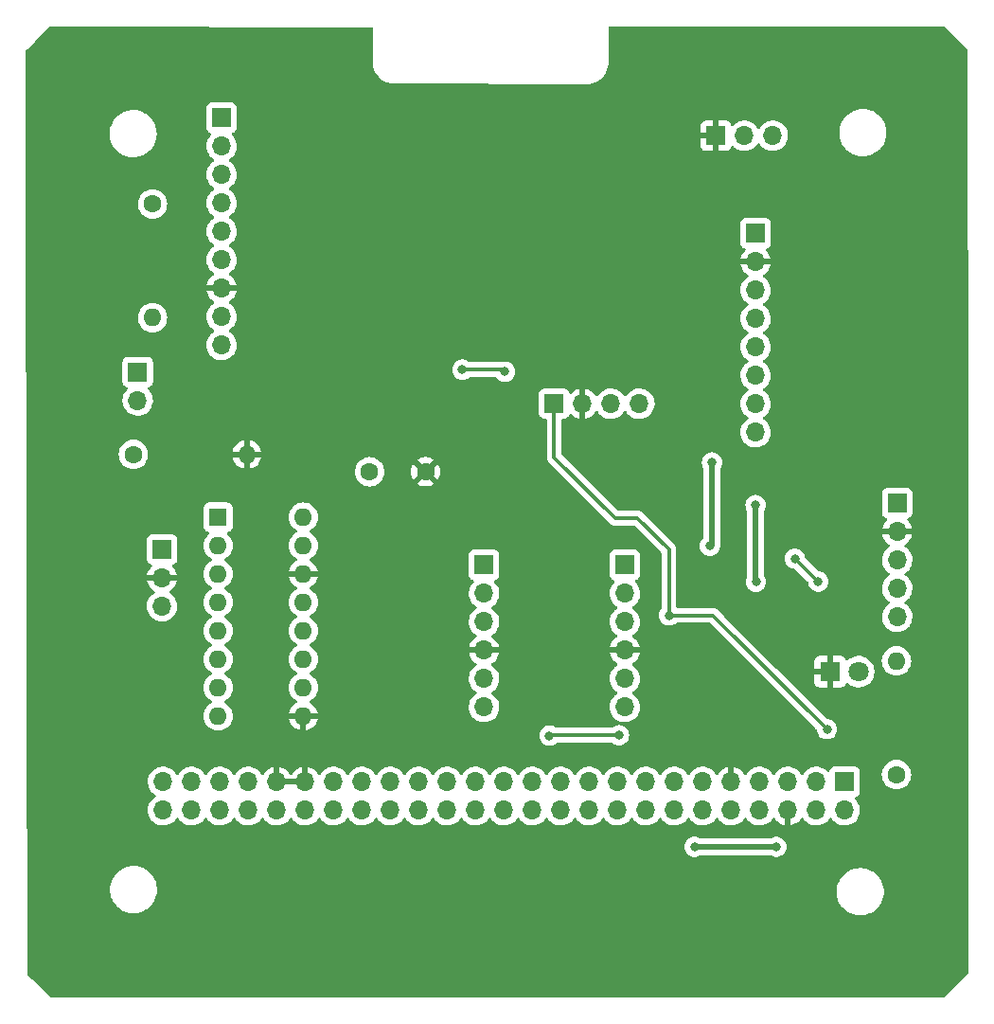
<source format=gbr>
%TF.GenerationSoftware,KiCad,Pcbnew,(6.0.7)*%
%TF.CreationDate,2023-01-31T14:53:13+03:00*%
%TF.ProjectId,Omarichet Sensor Shield 1.3,4f6d6172-6963-4686-9574-2053656e736f,rev?*%
%TF.SameCoordinates,Original*%
%TF.FileFunction,Copper,L2,Bot*%
%TF.FilePolarity,Positive*%
%FSLAX46Y46*%
G04 Gerber Fmt 4.6, Leading zero omitted, Abs format (unit mm)*
G04 Created by KiCad (PCBNEW (6.0.7)) date 2023-01-31 14:53:13*
%MOMM*%
%LPD*%
G01*
G04 APERTURE LIST*
%TA.AperFunction,ComponentPad*%
%ADD10R,1.800000X1.800000*%
%TD*%
%TA.AperFunction,ComponentPad*%
%ADD11C,1.800000*%
%TD*%
%TA.AperFunction,ComponentPad*%
%ADD12C,1.600000*%
%TD*%
%TA.AperFunction,ComponentPad*%
%ADD13O,1.600000X1.600000*%
%TD*%
%TA.AperFunction,ComponentPad*%
%ADD14R,1.600000X1.600000*%
%TD*%
%TA.AperFunction,ComponentPad*%
%ADD15R,1.700000X1.700000*%
%TD*%
%TA.AperFunction,ComponentPad*%
%ADD16O,1.700000X1.700000*%
%TD*%
%TA.AperFunction,ViaPad*%
%ADD17C,0.800000*%
%TD*%
%TA.AperFunction,Conductor*%
%ADD18C,0.500000*%
%TD*%
%TA.AperFunction,Conductor*%
%ADD19C,0.300000*%
%TD*%
G04 APERTURE END LIST*
D10*
%TO.P,D1,1,K*%
%TO.N,GND*%
X158295000Y-119740000D03*
D11*
%TO.P,D1,2,A*%
%TO.N,Net-(D1-Pad2)*%
X160835000Y-119740000D03*
%TD*%
D12*
%TO.P,R2,1*%
%TO.N,/EN*%
X97690000Y-77940000D03*
D13*
%TO.P,R2,2*%
%TO.N,+3.3V*%
X97690000Y-88100000D03*
%TD*%
D14*
%TO.P,U1,1,CH0*%
%TO.N,CH0*%
X103550000Y-105935000D03*
D13*
%TO.P,U1,2,CH1*%
%TO.N,CH1*%
X103550000Y-108475000D03*
%TO.P,U1,3,CH2*%
%TO.N,CH2*%
X103550000Y-111015000D03*
%TO.P,U1,4,CH3*%
%TO.N,CH3*%
X103550000Y-113555000D03*
%TO.P,U1,5,CH4*%
%TO.N,unconnected-(U1-Pad5)*%
X103550000Y-116095000D03*
%TO.P,U1,6,CH5*%
%TO.N,unconnected-(U1-Pad6)*%
X103550000Y-118635000D03*
%TO.P,U1,7,CH6*%
%TO.N,unconnected-(U1-Pad7)*%
X103550000Y-121175000D03*
%TO.P,U1,8,CH7*%
%TO.N,unconnected-(U1-Pad8)*%
X103550000Y-123715000D03*
%TO.P,U1,9,DGND*%
%TO.N,GND*%
X111170000Y-123715000D03*
%TO.P,U1,10,~{CS}/SHDN*%
%TO.N,CS*%
X111170000Y-121175000D03*
%TO.P,U1,11,Din*%
%TO.N,MOSI*%
X111170000Y-118635000D03*
%TO.P,U1,12,Dout*%
%TO.N,MISO*%
X111170000Y-116095000D03*
%TO.P,U1,13,CLK*%
%TO.N,CLK*%
X111170000Y-113555000D03*
%TO.P,U1,14,AGND*%
%TO.N,GND*%
X111170000Y-111015000D03*
%TO.P,U1,15,Vref*%
%TO.N,+5V*%
X111170000Y-108475000D03*
%TO.P,U1,16,Vdd*%
X111170000Y-105935000D03*
%TD*%
D15*
%TO.P,J7,1,Pin_1*%
%TO.N,+5V*%
X98535000Y-108815000D03*
D16*
%TO.P,J7,2,Pin_2*%
%TO.N,GND*%
X98535000Y-111355000D03*
%TO.P,J7,3,Pin_3*%
%TO.N,CH3*%
X98535000Y-113895000D03*
%TD*%
D12*
%TO.P,C1,1*%
%TO.N,+5V*%
X117100000Y-101880000D03*
%TO.P,C1,2*%
%TO.N,GND*%
X122100000Y-101880000D03*
%TD*%
D15*
%TO.P,J1,1,Pin_1*%
%TO.N,+5V*%
X96360000Y-92970000D03*
D16*
%TO.P,J1,2,Pin_2*%
%TO.N,CH0*%
X96360000Y-95510000D03*
%TD*%
D15*
%TO.P,J5,1,Pin_1*%
%TO.N,+3.3V*%
X133610000Y-95795000D03*
D16*
%TO.P,J5,2,Pin_2*%
%TO.N,GND*%
X136150000Y-95795000D03*
%TO.P,J5,3,Pin_3*%
%TO.N,SCL*%
X138690000Y-95795000D03*
%TO.P,J5,4,Pin_4*%
%TO.N,SDA*%
X141230000Y-95795000D03*
%TD*%
D15*
%TO.P,J4,1,Pin_1*%
%TO.N,+3.3V*%
X151625000Y-80565000D03*
D16*
%TO.P,J4,2,Pin_2*%
%TO.N,GND*%
X151625000Y-83105000D03*
%TO.P,J4,3,Pin_3*%
%TO.N,SCL*%
X151625000Y-85645000D03*
%TO.P,J4,4,Pin_4*%
%TO.N,SDA*%
X151625000Y-88185000D03*
%TO.P,J4,5,Pin_5*%
%TO.N,unconnected-(J4-Pad5)*%
X151625000Y-90725000D03*
%TO.P,J4,6,Pin_6*%
%TO.N,unconnected-(J4-Pad6)*%
X151625000Y-93265000D03*
%TO.P,J4,7,Pin_7*%
%TO.N,ADO*%
X151625000Y-95805000D03*
%TO.P,J4,8,Pin_8*%
%TO.N,INT*%
X151625000Y-98345000D03*
%TD*%
D15*
%TO.P,J2,1,Pin_1*%
%TO.N,GND*%
X148080000Y-71850000D03*
D16*
%TO.P,J2,2,Pin_2*%
%TO.N,DHTOUT*%
X150620000Y-71850000D03*
%TO.P,J2,3,Pin_3*%
%TO.N,+3.3V*%
X153160000Y-71850000D03*
%TD*%
D15*
%TO.P,J10,1,Pin_1*%
%TO.N,TXI_CLK*%
X139925000Y-110205000D03*
D16*
%TO.P,J10,2,Pin_2*%
%TO.N,RXO_MISO*%
X139925000Y-112745000D03*
%TO.P,J10,3,Pin_3*%
%TO.N,+3.3V*%
X139925000Y-115285000D03*
%TO.P,J10,4,Pin_4*%
%TO.N,GND*%
X139925000Y-117825000D03*
%TO.P,J10,5,Pin_5*%
%TO.N,RXO1_MOSI*%
X139925000Y-120365000D03*
%TO.P,J10,6,Pin_6*%
%TO.N,TXI1_CS*%
X139925000Y-122905000D03*
%TD*%
D15*
%TO.P,J3,1,Pin_1*%
%TO.N,+3.3V*%
X164275000Y-104680000D03*
D16*
%TO.P,J3,2,Pin_2*%
%TO.N,GND*%
X164275000Y-107220000D03*
%TO.P,J3,3,Pin_3*%
%TO.N,SCL*%
X164275000Y-109760000D03*
%TO.P,J3,4,Pin_4*%
%TO.N,SDA*%
X164275000Y-112300000D03*
%TO.P,J3,5,Pin_5*%
%TO.N,unconnected-(J3-Pad5)*%
X164275000Y-114840000D03*
%TD*%
D15*
%TO.P,J8,1,Pin_1*%
%TO.N,CLK*%
X127340000Y-110210000D03*
D16*
%TO.P,J8,2,Pin_2*%
%TO.N,MISO*%
X127340000Y-112750000D03*
%TO.P,J8,3,Pin_3*%
%TO.N,+5V*%
X127340000Y-115290000D03*
%TO.P,J8,4,Pin_4*%
%TO.N,GND*%
X127340000Y-117830000D03*
%TO.P,J8,5,Pin_5*%
%TO.N,MOSI*%
X127340000Y-120370000D03*
%TO.P,J8,6,Pin_6*%
%TO.N,CS*%
X127340000Y-122910000D03*
%TD*%
D12*
%TO.P,R1,1*%
%TO.N,CH0*%
X95970000Y-100330000D03*
D13*
%TO.P,R1,2*%
%TO.N,GND*%
X106130000Y-100330000D03*
%TD*%
D12*
%TO.P,R3,1*%
%TO.N,+3.3V*%
X164220000Y-128950000D03*
D13*
%TO.P,R3,2*%
%TO.N,Net-(D1-Pad2)*%
X164220000Y-118790000D03*
%TD*%
D15*
%TO.P,J6,1,Pin_1*%
%TO.N,unconnected-(J6-Pad1)*%
X103855000Y-70230000D03*
D16*
%TO.P,J6,2,Pin_2*%
%TO.N,/EN*%
X103855000Y-72770000D03*
%TO.P,J6,3,Pin_3*%
%TO.N,unconnected-(J6-Pad3)*%
X103855000Y-75310000D03*
%TO.P,J6,4,Pin_4*%
%TO.N,unconnected-(J6-Pad4)*%
X103855000Y-77850000D03*
%TO.P,J6,5,Pin_5*%
%TO.N,TX*%
X103855000Y-80390000D03*
%TO.P,J6,6,Pin_6*%
%TO.N,RX*%
X103855000Y-82930000D03*
%TO.P,J6,7,Pin_7*%
%TO.N,GND*%
X103855000Y-85470000D03*
%TO.P,J6,8,Pin_8*%
%TO.N,+3.3V*%
X103855000Y-88010000D03*
%TO.P,J6,9,Pin_9*%
%TO.N,PPS*%
X103855000Y-90550000D03*
%TD*%
D15*
%TO.P,J9,1,Pin_1*%
%TO.N,+3.3V*%
X159590000Y-129590000D03*
D16*
%TO.P,J9,2,Pin_2*%
%TO.N,+5V*%
X159590000Y-132130000D03*
%TO.P,J9,3,Pin_3*%
%TO.N,SDA*%
X157050000Y-129590000D03*
%TO.P,J9,4,Pin_4*%
%TO.N,unconnected-(J9-Pad4)*%
X157050000Y-132130000D03*
%TO.P,J9,5,Pin_5*%
%TO.N,SCL*%
X154510000Y-129590000D03*
%TO.P,J9,6,Pin_6*%
%TO.N,GND*%
X154510000Y-132130000D03*
%TO.P,J9,7,Pin_7*%
%TO.N,PPS*%
X151970000Y-129590000D03*
%TO.P,J9,8,Pin_8*%
%TO.N,TX*%
X151970000Y-132130000D03*
%TO.P,J9,9,Pin_9*%
%TO.N,GND*%
X149430000Y-129590000D03*
%TO.P,J9,10,Pin_10*%
%TO.N,RX*%
X149430000Y-132130000D03*
%TO.P,J9,11,Pin_11*%
%TO.N,INT*%
X146890000Y-129590000D03*
%TO.P,J9,12,Pin_12*%
%TO.N,unconnected-(J9-Pad12)*%
X146890000Y-132130000D03*
%TO.P,J9,13,Pin_13*%
%TO.N,ADO*%
X144350000Y-129590000D03*
%TO.P,J9,14,Pin_14*%
%TO.N,unconnected-(J9-Pad14)*%
X144350000Y-132130000D03*
%TO.P,J9,15,Pin_15*%
%TO.N,DHTOUT*%
X141810000Y-129590000D03*
%TO.P,J9,16,Pin_16*%
%TO.N,unconnected-(J9-Pad16)*%
X141810000Y-132130000D03*
%TO.P,J9,17,Pin_17*%
%TO.N,unconnected-(J9-Pad17)*%
X139270000Y-129590000D03*
%TO.P,J9,18,Pin_18*%
%TO.N,unconnected-(J9-Pad18)*%
X139270000Y-132130000D03*
%TO.P,J9,19,Pin_19*%
%TO.N,RXO1_MOSI*%
X136730000Y-129590000D03*
%TO.P,J9,20,Pin_20*%
%TO.N,unconnected-(J9-Pad20)*%
X136730000Y-132130000D03*
%TO.P,J9,21,Pin_21*%
%TO.N,RXO_MISO*%
X134190000Y-129590000D03*
%TO.P,J9,22,Pin_22*%
%TO.N,unconnected-(J9-Pad22)*%
X134190000Y-132130000D03*
%TO.P,J9,23,Pin_23*%
%TO.N,TXI_CLK*%
X131650000Y-129590000D03*
%TO.P,J9,24,Pin_24*%
%TO.N,unconnected-(J9-Pad24)*%
X131650000Y-132130000D03*
%TO.P,J9,25,Pin_25*%
%TO.N,unconnected-(J9-Pad25)*%
X129110000Y-129590000D03*
%TO.P,J9,26,Pin_26*%
%TO.N,unconnected-(J9-Pad26)*%
X129110000Y-132130000D03*
%TO.P,J9,27,Pin_27*%
%TO.N,unconnected-(J9-Pad27)*%
X126570000Y-129590000D03*
%TO.P,J9,28,Pin_28*%
%TO.N,unconnected-(J9-Pad28)*%
X126570000Y-132130000D03*
%TO.P,J9,29,Pin_29*%
%TO.N,unconnected-(J9-Pad29)*%
X124030000Y-129590000D03*
%TO.P,J9,30,Pin_30*%
%TO.N,unconnected-(J9-Pad30)*%
X124030000Y-132130000D03*
%TO.P,J9,31,Pin_31*%
%TO.N,unconnected-(J9-Pad31)*%
X121490000Y-129590000D03*
%TO.P,J9,32,Pin_32*%
%TO.N,unconnected-(J9-Pad32)*%
X121490000Y-132130000D03*
%TO.P,J9,33,Pin_33*%
%TO.N,unconnected-(J9-Pad33)*%
X118950000Y-129590000D03*
%TO.P,J9,34,Pin_34*%
%TO.N,unconnected-(J9-Pad34)*%
X118950000Y-132130000D03*
%TO.P,J9,35,Pin_35*%
%TO.N,unconnected-(J9-Pad35)*%
X116410000Y-129590000D03*
%TO.P,J9,36,Pin_36*%
%TO.N,unconnected-(J9-Pad36)*%
X116410000Y-132130000D03*
%TO.P,J9,37,Pin_37*%
%TO.N,TXI1_CS*%
X113870000Y-129590000D03*
%TO.P,J9,38,Pin_38*%
%TO.N,unconnected-(J9-Pad38)*%
X113870000Y-132130000D03*
%TO.P,J9,39,Pin_39*%
%TO.N,GND*%
X111330000Y-129590000D03*
%TO.P,J9,40,Pin_40*%
%TO.N,unconnected-(J9-Pad40)*%
X111330000Y-132130000D03*
%TO.P,J9,41,Pin_41*%
%TO.N,GND*%
X108790000Y-129590000D03*
%TO.P,J9,42,Pin_42*%
%TO.N,+5V*%
X108790000Y-132130000D03*
%TO.P,J9,43,Pin_43*%
%TO.N,CH1*%
X106250000Y-129590000D03*
%TO.P,J9,44,Pin_44*%
%TO.N,unconnected-(J9-Pad44)*%
X106250000Y-132130000D03*
%TO.P,J9,45,Pin_45*%
%TO.N,CH2*%
X103710000Y-129590000D03*
%TO.P,J9,46,Pin_46*%
%TO.N,unconnected-(J9-Pad46)*%
X103710000Y-132130000D03*
%TO.P,J9,47,Pin_47*%
%TO.N,CH3*%
X101170000Y-129590000D03*
%TO.P,J9,48,Pin_48*%
%TO.N,unconnected-(J9-Pad48)*%
X101170000Y-132130000D03*
%TO.P,J9,49,Pin_49*%
%TO.N,unconnected-(J9-Pad49)*%
X98630000Y-129590000D03*
%TO.P,J9,50,Pin_50*%
%TO.N,unconnected-(J9-Pad50)*%
X98630000Y-132130000D03*
%TD*%
D17*
%TO.N,+5V*%
X153470000Y-135400000D03*
X146150000Y-135400000D03*
%TO.N,+3.3V*%
X158000000Y-124890000D03*
X143870500Y-114720000D03*
X129210000Y-92930000D03*
X125390000Y-92750000D03*
%TO.N,SDA*%
X157220000Y-111690000D03*
X155140000Y-109650000D03*
%TO.N,ADO*%
X147720000Y-101050000D03*
X147530000Y-108500000D03*
%TO.N,INT*%
X151620000Y-104860000D03*
X151650000Y-111720000D03*
%TO.N,TXI1_CS*%
X133190000Y-125470000D03*
X139400000Y-125430000D03*
%TD*%
D18*
%TO.N,+5V*%
X146150000Y-135400000D02*
X153470000Y-135400000D01*
D19*
%TO.N,+3.3V*%
X129030000Y-92750000D02*
X125390000Y-92750000D01*
X129210000Y-92930000D02*
X129030000Y-92750000D01*
X143870500Y-114720000D02*
X143870500Y-108850500D01*
X139060000Y-106030000D02*
X133610000Y-100580000D01*
X147830000Y-114720000D02*
X143870500Y-114720000D01*
X141050000Y-106030000D02*
X139060000Y-106030000D01*
X158000000Y-124890000D02*
X147830000Y-114720000D01*
X143870500Y-108850500D02*
X141050000Y-106030000D01*
X133610000Y-100580000D02*
X133610000Y-95795000D01*
%TO.N,SDA*%
X155140000Y-109650000D02*
X155180000Y-109650000D01*
X155180000Y-109650000D02*
X157220000Y-111690000D01*
D18*
%TO.N,ADO*%
X147720000Y-101050000D02*
X147720000Y-108310000D01*
X147720000Y-108310000D02*
X147530000Y-108500000D01*
%TO.N,INT*%
X151620000Y-111690000D02*
X151650000Y-111720000D01*
X151620000Y-104860000D02*
X151620000Y-111690000D01*
D19*
%TO.N,TXI1_CS*%
X139400000Y-125430000D02*
X133230000Y-125430000D01*
X133230000Y-125430000D02*
X133190000Y-125470000D01*
%TD*%
%TA.AperFunction,Conductor*%
%TO.N,GND*%
G36*
X140123099Y-62059197D02*
G01*
X168469483Y-62068415D01*
X168537596Y-62088439D01*
X168557971Y-62104758D01*
X168612205Y-62158311D01*
X170574254Y-64095733D01*
X170608672Y-64157829D01*
X170611723Y-64185283D01*
X170641641Y-99655062D01*
X170676949Y-141513873D01*
X170681272Y-146639259D01*
X170661327Y-146707396D01*
X170642429Y-146730357D01*
X168412271Y-148866523D01*
X168349241Y-148899199D01*
X168325130Y-148901531D01*
X135925304Y-148905573D01*
X88670505Y-148911468D01*
X88602383Y-148891474D01*
X88581948Y-148875113D01*
X86940637Y-147253982D01*
X86515414Y-146833988D01*
X86481005Y-146771887D01*
X86477957Y-146744601D01*
X86477852Y-146693108D01*
X86462829Y-139362703D01*
X93870743Y-139362703D01*
X93908268Y-139647734D01*
X93984129Y-139925036D01*
X94096923Y-140189476D01*
X94108693Y-140209142D01*
X94222406Y-140399142D01*
X94244561Y-140436161D01*
X94424313Y-140660528D01*
X94441397Y-140676740D01*
X94621010Y-140847186D01*
X94632851Y-140858423D01*
X94866317Y-141026186D01*
X94870112Y-141028195D01*
X94870113Y-141028196D01*
X94891869Y-141039715D01*
X95120392Y-141160712D01*
X95144699Y-141169607D01*
X95308952Y-141229715D01*
X95390373Y-141259511D01*
X95671264Y-141320755D01*
X95699841Y-141323004D01*
X95894282Y-141338307D01*
X95894291Y-141338307D01*
X95896739Y-141338500D01*
X96052271Y-141338500D01*
X96054407Y-141338354D01*
X96054418Y-141338354D01*
X96262548Y-141324165D01*
X96262554Y-141324164D01*
X96266825Y-141323873D01*
X96271020Y-141323004D01*
X96271022Y-141323004D01*
X96407583Y-141294724D01*
X96548342Y-141265574D01*
X96819343Y-141169607D01*
X97074812Y-141037750D01*
X97078313Y-141035289D01*
X97078317Y-141035287D01*
X97192418Y-140955095D01*
X97310023Y-140872441D01*
X97520622Y-140676740D01*
X97702713Y-140454268D01*
X97852927Y-140209142D01*
X97968483Y-139945898D01*
X98047244Y-139669406D01*
X98063853Y-139552703D01*
X158870743Y-139552703D01*
X158908268Y-139837734D01*
X158984129Y-140115036D01*
X159096923Y-140379476D01*
X159244561Y-140626161D01*
X159424313Y-140850528D01*
X159441397Y-140866740D01*
X159623675Y-141039715D01*
X159632851Y-141048423D01*
X159866317Y-141216186D01*
X159870112Y-141218195D01*
X159870113Y-141218196D01*
X159891869Y-141229715D01*
X160120392Y-141350712D01*
X160390373Y-141449511D01*
X160671264Y-141510755D01*
X160699841Y-141513004D01*
X160894282Y-141528307D01*
X160894291Y-141528307D01*
X160896739Y-141528500D01*
X161052271Y-141528500D01*
X161054407Y-141528354D01*
X161054418Y-141528354D01*
X161262548Y-141514165D01*
X161262554Y-141514164D01*
X161266825Y-141513873D01*
X161271020Y-141513004D01*
X161271022Y-141513004D01*
X161407583Y-141484724D01*
X161548342Y-141455574D01*
X161819343Y-141359607D01*
X161907362Y-141314177D01*
X162071005Y-141229715D01*
X162071006Y-141229715D01*
X162074812Y-141227750D01*
X162078313Y-141225289D01*
X162078317Y-141225287D01*
X162192417Y-141145096D01*
X162310023Y-141062441D01*
X162520622Y-140866740D01*
X162702713Y-140644268D01*
X162852927Y-140399142D01*
X162968483Y-140135898D01*
X163047244Y-139859406D01*
X163087751Y-139574784D01*
X163087845Y-139556951D01*
X163089235Y-139291583D01*
X163089235Y-139291576D01*
X163089257Y-139287297D01*
X163051732Y-139002266D01*
X162975871Y-138724964D01*
X162863077Y-138460524D01*
X162739949Y-138254792D01*
X162717643Y-138217521D01*
X162717640Y-138217517D01*
X162715439Y-138213839D01*
X162535687Y-137989472D01*
X162412289Y-137872372D01*
X162330258Y-137794527D01*
X162330255Y-137794525D01*
X162327149Y-137791577D01*
X162093683Y-137623814D01*
X162071843Y-137612250D01*
X162025209Y-137587559D01*
X161839608Y-137489288D01*
X161682526Y-137431804D01*
X161573658Y-137391964D01*
X161573656Y-137391963D01*
X161569627Y-137390489D01*
X161288736Y-137329245D01*
X161257685Y-137326801D01*
X161065718Y-137311693D01*
X161065709Y-137311693D01*
X161063261Y-137311500D01*
X160907729Y-137311500D01*
X160905593Y-137311646D01*
X160905582Y-137311646D01*
X160697452Y-137325835D01*
X160697446Y-137325836D01*
X160693175Y-137326127D01*
X160688980Y-137326996D01*
X160688978Y-137326996D01*
X160552416Y-137355277D01*
X160411658Y-137384426D01*
X160140657Y-137480393D01*
X159885188Y-137612250D01*
X159881687Y-137614711D01*
X159881683Y-137614713D01*
X159871594Y-137621804D01*
X159649977Y-137777559D01*
X159439378Y-137973260D01*
X159257287Y-138195732D01*
X159107073Y-138440858D01*
X158991517Y-138704102D01*
X158912756Y-138980594D01*
X158872249Y-139265216D01*
X158872227Y-139269505D01*
X158872226Y-139269512D01*
X158871600Y-139389036D01*
X158870743Y-139552703D01*
X98063853Y-139552703D01*
X98087751Y-139384784D01*
X98087845Y-139366951D01*
X98089235Y-139101583D01*
X98089235Y-139101576D01*
X98089257Y-139097297D01*
X98051732Y-138812266D01*
X97975871Y-138534964D01*
X97863077Y-138270524D01*
X97715439Y-138023839D01*
X97535687Y-137799472D01*
X97348464Y-137621804D01*
X97330258Y-137604527D01*
X97330255Y-137604525D01*
X97327149Y-137601577D01*
X97093683Y-137433814D01*
X97071843Y-137422250D01*
X96998764Y-137383557D01*
X96839608Y-137299288D01*
X96569627Y-137200489D01*
X96288736Y-137139245D01*
X96257685Y-137136801D01*
X96065718Y-137121693D01*
X96065709Y-137121693D01*
X96063261Y-137121500D01*
X95907729Y-137121500D01*
X95905593Y-137121646D01*
X95905582Y-137121646D01*
X95697452Y-137135835D01*
X95697446Y-137135836D01*
X95693175Y-137136127D01*
X95688980Y-137136996D01*
X95688978Y-137136996D01*
X95552416Y-137165277D01*
X95411658Y-137194426D01*
X95140657Y-137290393D01*
X95052637Y-137335823D01*
X94960155Y-137383557D01*
X94885188Y-137422250D01*
X94881687Y-137424711D01*
X94881683Y-137424713D01*
X94786941Y-137491299D01*
X94649977Y-137587559D01*
X94439378Y-137783260D01*
X94257287Y-138005732D01*
X94107073Y-138250858D01*
X93991517Y-138514102D01*
X93912756Y-138790594D01*
X93872249Y-139075216D01*
X93872227Y-139079505D01*
X93872226Y-139079512D01*
X93870765Y-139358417D01*
X93870743Y-139362703D01*
X86462829Y-139362703D01*
X86454708Y-135400000D01*
X145236496Y-135400000D01*
X145256458Y-135589928D01*
X145315473Y-135771556D01*
X145410960Y-135936944D01*
X145538747Y-136078866D01*
X145637843Y-136150864D01*
X145687904Y-136187235D01*
X145693248Y-136191118D01*
X145699276Y-136193802D01*
X145699278Y-136193803D01*
X145861681Y-136266109D01*
X145867712Y-136268794D01*
X145961112Y-136288647D01*
X146048056Y-136307128D01*
X146048061Y-136307128D01*
X146054513Y-136308500D01*
X146245487Y-136308500D01*
X146251939Y-136307128D01*
X146251944Y-136307128D01*
X146338888Y-136288647D01*
X146432288Y-136268794D01*
X146438319Y-136266109D01*
X146600722Y-136193803D01*
X146600724Y-136193802D01*
X146606752Y-136191118D01*
X146612091Y-136187239D01*
X146612098Y-136187235D01*
X146618528Y-136182563D01*
X146692587Y-136158500D01*
X152927413Y-136158500D01*
X153001472Y-136182563D01*
X153007902Y-136187235D01*
X153007909Y-136187239D01*
X153013248Y-136191118D01*
X153019276Y-136193802D01*
X153019278Y-136193803D01*
X153181681Y-136266109D01*
X153187712Y-136268794D01*
X153281112Y-136288647D01*
X153368056Y-136307128D01*
X153368061Y-136307128D01*
X153374513Y-136308500D01*
X153565487Y-136308500D01*
X153571939Y-136307128D01*
X153571944Y-136307128D01*
X153658888Y-136288647D01*
X153752288Y-136268794D01*
X153758319Y-136266109D01*
X153920722Y-136193803D01*
X153920724Y-136193802D01*
X153926752Y-136191118D01*
X153932097Y-136187235D01*
X153982157Y-136150864D01*
X154081253Y-136078866D01*
X154209040Y-135936944D01*
X154304527Y-135771556D01*
X154363542Y-135589928D01*
X154383504Y-135400000D01*
X154363542Y-135210072D01*
X154304527Y-135028444D01*
X154209040Y-134863056D01*
X154081253Y-134721134D01*
X153938527Y-134617437D01*
X153932094Y-134612763D01*
X153932093Y-134612762D01*
X153926752Y-134608882D01*
X153920724Y-134606198D01*
X153920722Y-134606197D01*
X153758319Y-134533891D01*
X153758318Y-134533891D01*
X153752288Y-134531206D01*
X153658888Y-134511353D01*
X153571944Y-134492872D01*
X153571939Y-134492872D01*
X153565487Y-134491500D01*
X153374513Y-134491500D01*
X153368061Y-134492872D01*
X153368056Y-134492872D01*
X153281112Y-134511353D01*
X153187712Y-134531206D01*
X153181682Y-134533891D01*
X153181681Y-134533891D01*
X153019278Y-134606197D01*
X153019276Y-134606198D01*
X153013248Y-134608882D01*
X153007909Y-134612761D01*
X153007902Y-134612765D01*
X153001472Y-134617437D01*
X152927413Y-134641500D01*
X146692587Y-134641500D01*
X146618528Y-134617437D01*
X146612098Y-134612765D01*
X146612091Y-134612761D01*
X146606752Y-134608882D01*
X146600724Y-134606198D01*
X146600722Y-134606197D01*
X146438319Y-134533891D01*
X146438318Y-134533891D01*
X146432288Y-134531206D01*
X146338888Y-134511353D01*
X146251944Y-134492872D01*
X146251939Y-134492872D01*
X146245487Y-134491500D01*
X146054513Y-134491500D01*
X146048061Y-134492872D01*
X146048056Y-134492872D01*
X145961112Y-134511353D01*
X145867712Y-134531206D01*
X145861682Y-134533891D01*
X145861681Y-134533891D01*
X145699278Y-134606197D01*
X145699276Y-134606198D01*
X145693248Y-134608882D01*
X145687907Y-134612762D01*
X145687906Y-134612763D01*
X145681473Y-134617437D01*
X145538747Y-134721134D01*
X145410960Y-134863056D01*
X145315473Y-135028444D01*
X145256458Y-135210072D01*
X145236496Y-135400000D01*
X86454708Y-135400000D01*
X86447938Y-132096695D01*
X97267251Y-132096695D01*
X97267548Y-132101848D01*
X97267548Y-132101851D01*
X97273011Y-132196590D01*
X97280110Y-132319715D01*
X97281247Y-132324761D01*
X97281248Y-132324767D01*
X97301119Y-132412939D01*
X97329222Y-132537639D01*
X97413266Y-132744616D01*
X97464019Y-132827438D01*
X97527291Y-132930688D01*
X97529987Y-132935088D01*
X97676250Y-133103938D01*
X97848126Y-133246632D01*
X98041000Y-133359338D01*
X98249692Y-133439030D01*
X98254760Y-133440061D01*
X98254763Y-133440062D01*
X98349862Y-133459410D01*
X98468597Y-133483567D01*
X98473772Y-133483757D01*
X98473774Y-133483757D01*
X98686673Y-133491564D01*
X98686677Y-133491564D01*
X98691837Y-133491753D01*
X98696957Y-133491097D01*
X98696959Y-133491097D01*
X98908288Y-133464025D01*
X98908289Y-133464025D01*
X98913416Y-133463368D01*
X98918366Y-133461883D01*
X99122429Y-133400661D01*
X99122434Y-133400659D01*
X99127384Y-133399174D01*
X99327994Y-133300896D01*
X99509860Y-133171173D01*
X99668096Y-133013489D01*
X99727594Y-132930689D01*
X99798453Y-132832077D01*
X99799776Y-132833028D01*
X99846645Y-132789857D01*
X99916580Y-132777625D01*
X99982026Y-132805144D01*
X100009875Y-132836994D01*
X100069987Y-132935088D01*
X100216250Y-133103938D01*
X100388126Y-133246632D01*
X100581000Y-133359338D01*
X100789692Y-133439030D01*
X100794760Y-133440061D01*
X100794763Y-133440062D01*
X100889862Y-133459410D01*
X101008597Y-133483567D01*
X101013772Y-133483757D01*
X101013774Y-133483757D01*
X101226673Y-133491564D01*
X101226677Y-133491564D01*
X101231837Y-133491753D01*
X101236957Y-133491097D01*
X101236959Y-133491097D01*
X101448288Y-133464025D01*
X101448289Y-133464025D01*
X101453416Y-133463368D01*
X101458366Y-133461883D01*
X101662429Y-133400661D01*
X101662434Y-133400659D01*
X101667384Y-133399174D01*
X101867994Y-133300896D01*
X102049860Y-133171173D01*
X102208096Y-133013489D01*
X102267594Y-132930689D01*
X102338453Y-132832077D01*
X102339776Y-132833028D01*
X102386645Y-132789857D01*
X102456580Y-132777625D01*
X102522026Y-132805144D01*
X102549875Y-132836994D01*
X102609987Y-132935088D01*
X102756250Y-133103938D01*
X102928126Y-133246632D01*
X103121000Y-133359338D01*
X103329692Y-133439030D01*
X103334760Y-133440061D01*
X103334763Y-133440062D01*
X103429862Y-133459410D01*
X103548597Y-133483567D01*
X103553772Y-133483757D01*
X103553774Y-133483757D01*
X103766673Y-133491564D01*
X103766677Y-133491564D01*
X103771837Y-133491753D01*
X103776957Y-133491097D01*
X103776959Y-133491097D01*
X103988288Y-133464025D01*
X103988289Y-133464025D01*
X103993416Y-133463368D01*
X103998366Y-133461883D01*
X104202429Y-133400661D01*
X104202434Y-133400659D01*
X104207384Y-133399174D01*
X104407994Y-133300896D01*
X104589860Y-133171173D01*
X104748096Y-133013489D01*
X104807594Y-132930689D01*
X104878453Y-132832077D01*
X104879776Y-132833028D01*
X104926645Y-132789857D01*
X104996580Y-132777625D01*
X105062026Y-132805144D01*
X105089875Y-132836994D01*
X105149987Y-132935088D01*
X105296250Y-133103938D01*
X105468126Y-133246632D01*
X105661000Y-133359338D01*
X105869692Y-133439030D01*
X105874760Y-133440061D01*
X105874763Y-133440062D01*
X105969862Y-133459410D01*
X106088597Y-133483567D01*
X106093772Y-133483757D01*
X106093774Y-133483757D01*
X106306673Y-133491564D01*
X106306677Y-133491564D01*
X106311837Y-133491753D01*
X106316957Y-133491097D01*
X106316959Y-133491097D01*
X106528288Y-133464025D01*
X106528289Y-133464025D01*
X106533416Y-133463368D01*
X106538366Y-133461883D01*
X106742429Y-133400661D01*
X106742434Y-133400659D01*
X106747384Y-133399174D01*
X106947994Y-133300896D01*
X107129860Y-133171173D01*
X107288096Y-133013489D01*
X107347594Y-132930689D01*
X107418453Y-132832077D01*
X107419776Y-132833028D01*
X107466645Y-132789857D01*
X107536580Y-132777625D01*
X107602026Y-132805144D01*
X107629875Y-132836994D01*
X107689987Y-132935088D01*
X107836250Y-133103938D01*
X108008126Y-133246632D01*
X108201000Y-133359338D01*
X108409692Y-133439030D01*
X108414760Y-133440061D01*
X108414763Y-133440062D01*
X108509862Y-133459410D01*
X108628597Y-133483567D01*
X108633772Y-133483757D01*
X108633774Y-133483757D01*
X108846673Y-133491564D01*
X108846677Y-133491564D01*
X108851837Y-133491753D01*
X108856957Y-133491097D01*
X108856959Y-133491097D01*
X109068288Y-133464025D01*
X109068289Y-133464025D01*
X109073416Y-133463368D01*
X109078366Y-133461883D01*
X109282429Y-133400661D01*
X109282434Y-133400659D01*
X109287384Y-133399174D01*
X109487994Y-133300896D01*
X109669860Y-133171173D01*
X109828096Y-133013489D01*
X109887594Y-132930689D01*
X109958453Y-132832077D01*
X109959776Y-132833028D01*
X110006645Y-132789857D01*
X110076580Y-132777625D01*
X110142026Y-132805144D01*
X110169875Y-132836994D01*
X110229987Y-132935088D01*
X110376250Y-133103938D01*
X110548126Y-133246632D01*
X110741000Y-133359338D01*
X110949692Y-133439030D01*
X110954760Y-133440061D01*
X110954763Y-133440062D01*
X111049862Y-133459410D01*
X111168597Y-133483567D01*
X111173772Y-133483757D01*
X111173774Y-133483757D01*
X111386673Y-133491564D01*
X111386677Y-133491564D01*
X111391837Y-133491753D01*
X111396957Y-133491097D01*
X111396959Y-133491097D01*
X111608288Y-133464025D01*
X111608289Y-133464025D01*
X111613416Y-133463368D01*
X111618366Y-133461883D01*
X111822429Y-133400661D01*
X111822434Y-133400659D01*
X111827384Y-133399174D01*
X112027994Y-133300896D01*
X112209860Y-133171173D01*
X112368096Y-133013489D01*
X112427594Y-132930689D01*
X112498453Y-132832077D01*
X112499776Y-132833028D01*
X112546645Y-132789857D01*
X112616580Y-132777625D01*
X112682026Y-132805144D01*
X112709875Y-132836994D01*
X112769987Y-132935088D01*
X112916250Y-133103938D01*
X113088126Y-133246632D01*
X113281000Y-133359338D01*
X113489692Y-133439030D01*
X113494760Y-133440061D01*
X113494763Y-133440062D01*
X113589862Y-133459410D01*
X113708597Y-133483567D01*
X113713772Y-133483757D01*
X113713774Y-133483757D01*
X113926673Y-133491564D01*
X113926677Y-133491564D01*
X113931837Y-133491753D01*
X113936957Y-133491097D01*
X113936959Y-133491097D01*
X114148288Y-133464025D01*
X114148289Y-133464025D01*
X114153416Y-133463368D01*
X114158366Y-133461883D01*
X114362429Y-133400661D01*
X114362434Y-133400659D01*
X114367384Y-133399174D01*
X114567994Y-133300896D01*
X114749860Y-133171173D01*
X114908096Y-133013489D01*
X114967594Y-132930689D01*
X115038453Y-132832077D01*
X115039776Y-132833028D01*
X115086645Y-132789857D01*
X115156580Y-132777625D01*
X115222026Y-132805144D01*
X115249875Y-132836994D01*
X115309987Y-132935088D01*
X115456250Y-133103938D01*
X115628126Y-133246632D01*
X115821000Y-133359338D01*
X116029692Y-133439030D01*
X116034760Y-133440061D01*
X116034763Y-133440062D01*
X116129862Y-133459410D01*
X116248597Y-133483567D01*
X116253772Y-133483757D01*
X116253774Y-133483757D01*
X116466673Y-133491564D01*
X116466677Y-133491564D01*
X116471837Y-133491753D01*
X116476957Y-133491097D01*
X116476959Y-133491097D01*
X116688288Y-133464025D01*
X116688289Y-133464025D01*
X116693416Y-133463368D01*
X116698366Y-133461883D01*
X116902429Y-133400661D01*
X116902434Y-133400659D01*
X116907384Y-133399174D01*
X117107994Y-133300896D01*
X117289860Y-133171173D01*
X117448096Y-133013489D01*
X117507594Y-132930689D01*
X117578453Y-132832077D01*
X117579776Y-132833028D01*
X117626645Y-132789857D01*
X117696580Y-132777625D01*
X117762026Y-132805144D01*
X117789875Y-132836994D01*
X117849987Y-132935088D01*
X117996250Y-133103938D01*
X118168126Y-133246632D01*
X118361000Y-133359338D01*
X118569692Y-133439030D01*
X118574760Y-133440061D01*
X118574763Y-133440062D01*
X118669862Y-133459410D01*
X118788597Y-133483567D01*
X118793772Y-133483757D01*
X118793774Y-133483757D01*
X119006673Y-133491564D01*
X119006677Y-133491564D01*
X119011837Y-133491753D01*
X119016957Y-133491097D01*
X119016959Y-133491097D01*
X119228288Y-133464025D01*
X119228289Y-133464025D01*
X119233416Y-133463368D01*
X119238366Y-133461883D01*
X119442429Y-133400661D01*
X119442434Y-133400659D01*
X119447384Y-133399174D01*
X119647994Y-133300896D01*
X119829860Y-133171173D01*
X119988096Y-133013489D01*
X120047594Y-132930689D01*
X120118453Y-132832077D01*
X120119776Y-132833028D01*
X120166645Y-132789857D01*
X120236580Y-132777625D01*
X120302026Y-132805144D01*
X120329875Y-132836994D01*
X120389987Y-132935088D01*
X120536250Y-133103938D01*
X120708126Y-133246632D01*
X120901000Y-133359338D01*
X121109692Y-133439030D01*
X121114760Y-133440061D01*
X121114763Y-133440062D01*
X121209862Y-133459410D01*
X121328597Y-133483567D01*
X121333772Y-133483757D01*
X121333774Y-133483757D01*
X121546673Y-133491564D01*
X121546677Y-133491564D01*
X121551837Y-133491753D01*
X121556957Y-133491097D01*
X121556959Y-133491097D01*
X121768288Y-133464025D01*
X121768289Y-133464025D01*
X121773416Y-133463368D01*
X121778366Y-133461883D01*
X121982429Y-133400661D01*
X121982434Y-133400659D01*
X121987384Y-133399174D01*
X122187994Y-133300896D01*
X122369860Y-133171173D01*
X122528096Y-133013489D01*
X122587594Y-132930689D01*
X122658453Y-132832077D01*
X122659776Y-132833028D01*
X122706645Y-132789857D01*
X122776580Y-132777625D01*
X122842026Y-132805144D01*
X122869875Y-132836994D01*
X122929987Y-132935088D01*
X123076250Y-133103938D01*
X123248126Y-133246632D01*
X123441000Y-133359338D01*
X123649692Y-133439030D01*
X123654760Y-133440061D01*
X123654763Y-133440062D01*
X123749862Y-133459410D01*
X123868597Y-133483567D01*
X123873772Y-133483757D01*
X123873774Y-133483757D01*
X124086673Y-133491564D01*
X124086677Y-133491564D01*
X124091837Y-133491753D01*
X124096957Y-133491097D01*
X124096959Y-133491097D01*
X124308288Y-133464025D01*
X124308289Y-133464025D01*
X124313416Y-133463368D01*
X124318366Y-133461883D01*
X124522429Y-133400661D01*
X124522434Y-133400659D01*
X124527384Y-133399174D01*
X124727994Y-133300896D01*
X124909860Y-133171173D01*
X125068096Y-133013489D01*
X125127594Y-132930689D01*
X125198453Y-132832077D01*
X125199776Y-132833028D01*
X125246645Y-132789857D01*
X125316580Y-132777625D01*
X125382026Y-132805144D01*
X125409875Y-132836994D01*
X125469987Y-132935088D01*
X125616250Y-133103938D01*
X125788126Y-133246632D01*
X125981000Y-133359338D01*
X126189692Y-133439030D01*
X126194760Y-133440061D01*
X126194763Y-133440062D01*
X126289862Y-133459410D01*
X126408597Y-133483567D01*
X126413772Y-133483757D01*
X126413774Y-133483757D01*
X126626673Y-133491564D01*
X126626677Y-133491564D01*
X126631837Y-133491753D01*
X126636957Y-133491097D01*
X126636959Y-133491097D01*
X126848288Y-133464025D01*
X126848289Y-133464025D01*
X126853416Y-133463368D01*
X126858366Y-133461883D01*
X127062429Y-133400661D01*
X127062434Y-133400659D01*
X127067384Y-133399174D01*
X127267994Y-133300896D01*
X127449860Y-133171173D01*
X127608096Y-133013489D01*
X127667594Y-132930689D01*
X127738453Y-132832077D01*
X127739776Y-132833028D01*
X127786645Y-132789857D01*
X127856580Y-132777625D01*
X127922026Y-132805144D01*
X127949875Y-132836994D01*
X128009987Y-132935088D01*
X128156250Y-133103938D01*
X128328126Y-133246632D01*
X128521000Y-133359338D01*
X128729692Y-133439030D01*
X128734760Y-133440061D01*
X128734763Y-133440062D01*
X128829862Y-133459410D01*
X128948597Y-133483567D01*
X128953772Y-133483757D01*
X128953774Y-133483757D01*
X129166673Y-133491564D01*
X129166677Y-133491564D01*
X129171837Y-133491753D01*
X129176957Y-133491097D01*
X129176959Y-133491097D01*
X129388288Y-133464025D01*
X129388289Y-133464025D01*
X129393416Y-133463368D01*
X129398366Y-133461883D01*
X129602429Y-133400661D01*
X129602434Y-133400659D01*
X129607384Y-133399174D01*
X129807994Y-133300896D01*
X129989860Y-133171173D01*
X130148096Y-133013489D01*
X130207594Y-132930689D01*
X130278453Y-132832077D01*
X130279776Y-132833028D01*
X130326645Y-132789857D01*
X130396580Y-132777625D01*
X130462026Y-132805144D01*
X130489875Y-132836994D01*
X130549987Y-132935088D01*
X130696250Y-133103938D01*
X130868126Y-133246632D01*
X131061000Y-133359338D01*
X131269692Y-133439030D01*
X131274760Y-133440061D01*
X131274763Y-133440062D01*
X131369862Y-133459410D01*
X131488597Y-133483567D01*
X131493772Y-133483757D01*
X131493774Y-133483757D01*
X131706673Y-133491564D01*
X131706677Y-133491564D01*
X131711837Y-133491753D01*
X131716957Y-133491097D01*
X131716959Y-133491097D01*
X131928288Y-133464025D01*
X131928289Y-133464025D01*
X131933416Y-133463368D01*
X131938366Y-133461883D01*
X132142429Y-133400661D01*
X132142434Y-133400659D01*
X132147384Y-133399174D01*
X132347994Y-133300896D01*
X132529860Y-133171173D01*
X132688096Y-133013489D01*
X132747594Y-132930689D01*
X132818453Y-132832077D01*
X132819776Y-132833028D01*
X132866645Y-132789857D01*
X132936580Y-132777625D01*
X133002026Y-132805144D01*
X133029875Y-132836994D01*
X133089987Y-132935088D01*
X133236250Y-133103938D01*
X133408126Y-133246632D01*
X133601000Y-133359338D01*
X133809692Y-133439030D01*
X133814760Y-133440061D01*
X133814763Y-133440062D01*
X133909862Y-133459410D01*
X134028597Y-133483567D01*
X134033772Y-133483757D01*
X134033774Y-133483757D01*
X134246673Y-133491564D01*
X134246677Y-133491564D01*
X134251837Y-133491753D01*
X134256957Y-133491097D01*
X134256959Y-133491097D01*
X134468288Y-133464025D01*
X134468289Y-133464025D01*
X134473416Y-133463368D01*
X134478366Y-133461883D01*
X134682429Y-133400661D01*
X134682434Y-133400659D01*
X134687384Y-133399174D01*
X134887994Y-133300896D01*
X135069860Y-133171173D01*
X135228096Y-133013489D01*
X135287594Y-132930689D01*
X135358453Y-132832077D01*
X135359776Y-132833028D01*
X135406645Y-132789857D01*
X135476580Y-132777625D01*
X135542026Y-132805144D01*
X135569875Y-132836994D01*
X135629987Y-132935088D01*
X135776250Y-133103938D01*
X135948126Y-133246632D01*
X136141000Y-133359338D01*
X136349692Y-133439030D01*
X136354760Y-133440061D01*
X136354763Y-133440062D01*
X136449862Y-133459410D01*
X136568597Y-133483567D01*
X136573772Y-133483757D01*
X136573774Y-133483757D01*
X136786673Y-133491564D01*
X136786677Y-133491564D01*
X136791837Y-133491753D01*
X136796957Y-133491097D01*
X136796959Y-133491097D01*
X137008288Y-133464025D01*
X137008289Y-133464025D01*
X137013416Y-133463368D01*
X137018366Y-133461883D01*
X137222429Y-133400661D01*
X137222434Y-133400659D01*
X137227384Y-133399174D01*
X137427994Y-133300896D01*
X137609860Y-133171173D01*
X137768096Y-133013489D01*
X137827594Y-132930689D01*
X137898453Y-132832077D01*
X137899776Y-132833028D01*
X137946645Y-132789857D01*
X138016580Y-132777625D01*
X138082026Y-132805144D01*
X138109875Y-132836994D01*
X138169987Y-132935088D01*
X138316250Y-133103938D01*
X138488126Y-133246632D01*
X138681000Y-133359338D01*
X138889692Y-133439030D01*
X138894760Y-133440061D01*
X138894763Y-133440062D01*
X138989862Y-133459410D01*
X139108597Y-133483567D01*
X139113772Y-133483757D01*
X139113774Y-133483757D01*
X139326673Y-133491564D01*
X139326677Y-133491564D01*
X139331837Y-133491753D01*
X139336957Y-133491097D01*
X139336959Y-133491097D01*
X139548288Y-133464025D01*
X139548289Y-133464025D01*
X139553416Y-133463368D01*
X139558366Y-133461883D01*
X139762429Y-133400661D01*
X139762434Y-133400659D01*
X139767384Y-133399174D01*
X139967994Y-133300896D01*
X140149860Y-133171173D01*
X140308096Y-133013489D01*
X140367594Y-132930689D01*
X140438453Y-132832077D01*
X140439776Y-132833028D01*
X140486645Y-132789857D01*
X140556580Y-132777625D01*
X140622026Y-132805144D01*
X140649875Y-132836994D01*
X140709987Y-132935088D01*
X140856250Y-133103938D01*
X141028126Y-133246632D01*
X141221000Y-133359338D01*
X141429692Y-133439030D01*
X141434760Y-133440061D01*
X141434763Y-133440062D01*
X141529862Y-133459410D01*
X141648597Y-133483567D01*
X141653772Y-133483757D01*
X141653774Y-133483757D01*
X141866673Y-133491564D01*
X141866677Y-133491564D01*
X141871837Y-133491753D01*
X141876957Y-133491097D01*
X141876959Y-133491097D01*
X142088288Y-133464025D01*
X142088289Y-133464025D01*
X142093416Y-133463368D01*
X142098366Y-133461883D01*
X142302429Y-133400661D01*
X142302434Y-133400659D01*
X142307384Y-133399174D01*
X142507994Y-133300896D01*
X142689860Y-133171173D01*
X142848096Y-133013489D01*
X142907594Y-132930689D01*
X142978453Y-132832077D01*
X142979776Y-132833028D01*
X143026645Y-132789857D01*
X143096580Y-132777625D01*
X143162026Y-132805144D01*
X143189875Y-132836994D01*
X143249987Y-132935088D01*
X143396250Y-133103938D01*
X143568126Y-133246632D01*
X143761000Y-133359338D01*
X143969692Y-133439030D01*
X143974760Y-133440061D01*
X143974763Y-133440062D01*
X144069862Y-133459410D01*
X144188597Y-133483567D01*
X144193772Y-133483757D01*
X144193774Y-133483757D01*
X144406673Y-133491564D01*
X144406677Y-133491564D01*
X144411837Y-133491753D01*
X144416957Y-133491097D01*
X144416959Y-133491097D01*
X144628288Y-133464025D01*
X144628289Y-133464025D01*
X144633416Y-133463368D01*
X144638366Y-133461883D01*
X144842429Y-133400661D01*
X144842434Y-133400659D01*
X144847384Y-133399174D01*
X145047994Y-133300896D01*
X145229860Y-133171173D01*
X145388096Y-133013489D01*
X145447594Y-132930689D01*
X145518453Y-132832077D01*
X145519776Y-132833028D01*
X145566645Y-132789857D01*
X145636580Y-132777625D01*
X145702026Y-132805144D01*
X145729875Y-132836994D01*
X145789987Y-132935088D01*
X145936250Y-133103938D01*
X146108126Y-133246632D01*
X146301000Y-133359338D01*
X146509692Y-133439030D01*
X146514760Y-133440061D01*
X146514763Y-133440062D01*
X146609862Y-133459410D01*
X146728597Y-133483567D01*
X146733772Y-133483757D01*
X146733774Y-133483757D01*
X146946673Y-133491564D01*
X146946677Y-133491564D01*
X146951837Y-133491753D01*
X146956957Y-133491097D01*
X146956959Y-133491097D01*
X147168288Y-133464025D01*
X147168289Y-133464025D01*
X147173416Y-133463368D01*
X147178366Y-133461883D01*
X147382429Y-133400661D01*
X147382434Y-133400659D01*
X147387384Y-133399174D01*
X147587994Y-133300896D01*
X147769860Y-133171173D01*
X147928096Y-133013489D01*
X147987594Y-132930689D01*
X148058453Y-132832077D01*
X148059776Y-132833028D01*
X148106645Y-132789857D01*
X148176580Y-132777625D01*
X148242026Y-132805144D01*
X148269875Y-132836994D01*
X148329987Y-132935088D01*
X148476250Y-133103938D01*
X148648126Y-133246632D01*
X148841000Y-133359338D01*
X149049692Y-133439030D01*
X149054760Y-133440061D01*
X149054763Y-133440062D01*
X149149862Y-133459410D01*
X149268597Y-133483567D01*
X149273772Y-133483757D01*
X149273774Y-133483757D01*
X149486673Y-133491564D01*
X149486677Y-133491564D01*
X149491837Y-133491753D01*
X149496957Y-133491097D01*
X149496959Y-133491097D01*
X149708288Y-133464025D01*
X149708289Y-133464025D01*
X149713416Y-133463368D01*
X149718366Y-133461883D01*
X149922429Y-133400661D01*
X149922434Y-133400659D01*
X149927384Y-133399174D01*
X150127994Y-133300896D01*
X150309860Y-133171173D01*
X150468096Y-133013489D01*
X150527594Y-132930689D01*
X150598453Y-132832077D01*
X150599776Y-132833028D01*
X150646645Y-132789857D01*
X150716580Y-132777625D01*
X150782026Y-132805144D01*
X150809875Y-132836994D01*
X150869987Y-132935088D01*
X151016250Y-133103938D01*
X151188126Y-133246632D01*
X151381000Y-133359338D01*
X151589692Y-133439030D01*
X151594760Y-133440061D01*
X151594763Y-133440062D01*
X151689862Y-133459410D01*
X151808597Y-133483567D01*
X151813772Y-133483757D01*
X151813774Y-133483757D01*
X152026673Y-133491564D01*
X152026677Y-133491564D01*
X152031837Y-133491753D01*
X152036957Y-133491097D01*
X152036959Y-133491097D01*
X152248288Y-133464025D01*
X152248289Y-133464025D01*
X152253416Y-133463368D01*
X152258366Y-133461883D01*
X152462429Y-133400661D01*
X152462434Y-133400659D01*
X152467384Y-133399174D01*
X152667994Y-133300896D01*
X152849860Y-133171173D01*
X153008096Y-133013489D01*
X153067594Y-132930689D01*
X153138453Y-132832077D01*
X153139640Y-132832930D01*
X153186960Y-132789362D01*
X153256897Y-132777145D01*
X153322338Y-132804678D01*
X153350166Y-132836511D01*
X153407694Y-132930388D01*
X153413777Y-132938699D01*
X153553213Y-133099667D01*
X153560580Y-133106883D01*
X153724434Y-133242916D01*
X153732881Y-133248831D01*
X153916756Y-133356279D01*
X153926042Y-133360729D01*
X154125001Y-133436703D01*
X154134899Y-133439579D01*
X154238250Y-133460606D01*
X154252299Y-133459410D01*
X154256000Y-133449065D01*
X154256000Y-132002000D01*
X154276002Y-131933879D01*
X154329658Y-131887386D01*
X154382000Y-131876000D01*
X154638000Y-131876000D01*
X154706121Y-131896002D01*
X154752614Y-131949658D01*
X154764000Y-132002000D01*
X154764000Y-133448517D01*
X154768064Y-133462359D01*
X154781478Y-133464393D01*
X154788184Y-133463534D01*
X154798262Y-133461392D01*
X155002255Y-133400191D01*
X155011842Y-133396433D01*
X155203095Y-133302739D01*
X155211945Y-133297464D01*
X155385328Y-133173792D01*
X155393200Y-133167139D01*
X155544052Y-133016812D01*
X155550730Y-133008965D01*
X155678022Y-132831819D01*
X155679279Y-132832722D01*
X155726373Y-132789362D01*
X155796311Y-132777145D01*
X155861751Y-132804678D01*
X155889579Y-132836511D01*
X155949987Y-132935088D01*
X156096250Y-133103938D01*
X156268126Y-133246632D01*
X156461000Y-133359338D01*
X156669692Y-133439030D01*
X156674760Y-133440061D01*
X156674763Y-133440062D01*
X156769862Y-133459410D01*
X156888597Y-133483567D01*
X156893772Y-133483757D01*
X156893774Y-133483757D01*
X157106673Y-133491564D01*
X157106677Y-133491564D01*
X157111837Y-133491753D01*
X157116957Y-133491097D01*
X157116959Y-133491097D01*
X157328288Y-133464025D01*
X157328289Y-133464025D01*
X157333416Y-133463368D01*
X157338366Y-133461883D01*
X157542429Y-133400661D01*
X157542434Y-133400659D01*
X157547384Y-133399174D01*
X157747994Y-133300896D01*
X157929860Y-133171173D01*
X158088096Y-133013489D01*
X158147594Y-132930689D01*
X158218453Y-132832077D01*
X158219776Y-132833028D01*
X158266645Y-132789857D01*
X158336580Y-132777625D01*
X158402026Y-132805144D01*
X158429875Y-132836994D01*
X158489987Y-132935088D01*
X158636250Y-133103938D01*
X158808126Y-133246632D01*
X159001000Y-133359338D01*
X159209692Y-133439030D01*
X159214760Y-133440061D01*
X159214763Y-133440062D01*
X159309862Y-133459410D01*
X159428597Y-133483567D01*
X159433772Y-133483757D01*
X159433774Y-133483757D01*
X159646673Y-133491564D01*
X159646677Y-133491564D01*
X159651837Y-133491753D01*
X159656957Y-133491097D01*
X159656959Y-133491097D01*
X159868288Y-133464025D01*
X159868289Y-133464025D01*
X159873416Y-133463368D01*
X159878366Y-133461883D01*
X160082429Y-133400661D01*
X160082434Y-133400659D01*
X160087384Y-133399174D01*
X160287994Y-133300896D01*
X160469860Y-133171173D01*
X160628096Y-133013489D01*
X160687594Y-132930689D01*
X160755435Y-132836277D01*
X160758453Y-132832077D01*
X160771995Y-132804678D01*
X160855136Y-132636453D01*
X160855137Y-132636451D01*
X160857430Y-132631811D01*
X160922370Y-132418069D01*
X160951529Y-132196590D01*
X160953156Y-132130000D01*
X160934852Y-131907361D01*
X160880431Y-131690702D01*
X160791354Y-131485840D01*
X160670014Y-131298277D01*
X160666532Y-131294450D01*
X160522798Y-131136488D01*
X160491746Y-131072642D01*
X160500141Y-131002143D01*
X160545317Y-130947375D01*
X160571761Y-130933706D01*
X160678297Y-130893767D01*
X160686705Y-130890615D01*
X160803261Y-130803261D01*
X160890615Y-130686705D01*
X160941745Y-130550316D01*
X160948500Y-130488134D01*
X160948500Y-128950000D01*
X162906502Y-128950000D01*
X162926457Y-129178087D01*
X162985716Y-129399243D01*
X162988039Y-129404224D01*
X162988039Y-129404225D01*
X163080151Y-129601762D01*
X163080154Y-129601767D01*
X163082477Y-129606749D01*
X163085634Y-129611257D01*
X163199971Y-129774547D01*
X163213802Y-129794300D01*
X163375700Y-129956198D01*
X163380208Y-129959355D01*
X163380211Y-129959357D01*
X163434884Y-129997639D01*
X163563251Y-130087523D01*
X163568233Y-130089846D01*
X163568238Y-130089849D01*
X163765775Y-130181961D01*
X163770757Y-130184284D01*
X163776065Y-130185706D01*
X163776067Y-130185707D01*
X163986598Y-130242119D01*
X163986600Y-130242119D01*
X163991913Y-130243543D01*
X164220000Y-130263498D01*
X164448087Y-130243543D01*
X164453400Y-130242119D01*
X164453402Y-130242119D01*
X164663933Y-130185707D01*
X164663935Y-130185706D01*
X164669243Y-130184284D01*
X164674225Y-130181961D01*
X164871762Y-130089849D01*
X164871767Y-130089846D01*
X164876749Y-130087523D01*
X165005116Y-129997639D01*
X165059789Y-129959357D01*
X165059792Y-129959355D01*
X165064300Y-129956198D01*
X165226198Y-129794300D01*
X165240030Y-129774547D01*
X165354366Y-129611257D01*
X165357523Y-129606749D01*
X165359846Y-129601767D01*
X165359849Y-129601762D01*
X165451961Y-129404225D01*
X165451961Y-129404224D01*
X165454284Y-129399243D01*
X165513543Y-129178087D01*
X165533498Y-128950000D01*
X165513543Y-128721913D01*
X165512119Y-128716598D01*
X165455707Y-128506067D01*
X165455706Y-128506065D01*
X165454284Y-128500757D01*
X165451961Y-128495775D01*
X165359849Y-128298238D01*
X165359846Y-128298233D01*
X165357523Y-128293251D01*
X165226198Y-128105700D01*
X165064300Y-127943802D01*
X165059792Y-127940645D01*
X165059789Y-127940643D01*
X164981611Y-127885902D01*
X164876749Y-127812477D01*
X164871767Y-127810154D01*
X164871762Y-127810151D01*
X164674225Y-127718039D01*
X164674224Y-127718039D01*
X164669243Y-127715716D01*
X164663935Y-127714294D01*
X164663933Y-127714293D01*
X164453402Y-127657881D01*
X164453400Y-127657881D01*
X164448087Y-127656457D01*
X164220000Y-127636502D01*
X163991913Y-127656457D01*
X163986600Y-127657881D01*
X163986598Y-127657881D01*
X163776067Y-127714293D01*
X163776065Y-127714294D01*
X163770757Y-127715716D01*
X163765776Y-127718039D01*
X163765775Y-127718039D01*
X163568238Y-127810151D01*
X163568233Y-127810154D01*
X163563251Y-127812477D01*
X163458389Y-127885902D01*
X163380211Y-127940643D01*
X163380208Y-127940645D01*
X163375700Y-127943802D01*
X163213802Y-128105700D01*
X163082477Y-128293251D01*
X163080154Y-128298233D01*
X163080151Y-128298238D01*
X162988039Y-128495775D01*
X162985716Y-128500757D01*
X162984294Y-128506065D01*
X162984293Y-128506067D01*
X162927881Y-128716598D01*
X162926457Y-128721913D01*
X162906502Y-128950000D01*
X160948500Y-128950000D01*
X160948500Y-128691866D01*
X160941745Y-128629684D01*
X160890615Y-128493295D01*
X160803261Y-128376739D01*
X160686705Y-128289385D01*
X160550316Y-128238255D01*
X160488134Y-128231500D01*
X158691866Y-128231500D01*
X158629684Y-128238255D01*
X158493295Y-128289385D01*
X158376739Y-128376739D01*
X158289385Y-128493295D01*
X158286233Y-128501703D01*
X158244919Y-128611907D01*
X158202277Y-128668671D01*
X158135716Y-128693371D01*
X158066367Y-128678163D01*
X158033743Y-128652476D01*
X157983151Y-128596875D01*
X157983142Y-128596866D01*
X157979670Y-128593051D01*
X157975619Y-128589852D01*
X157975615Y-128589848D01*
X157808414Y-128457800D01*
X157808410Y-128457798D01*
X157804359Y-128454598D01*
X157768028Y-128434542D01*
X157752136Y-128425769D01*
X157608789Y-128346638D01*
X157603920Y-128344914D01*
X157603916Y-128344912D01*
X157403087Y-128273795D01*
X157403083Y-128273794D01*
X157398212Y-128272069D01*
X157393119Y-128271162D01*
X157393116Y-128271161D01*
X157183373Y-128233800D01*
X157183367Y-128233799D01*
X157178284Y-128232894D01*
X157104452Y-128231992D01*
X156960081Y-128230228D01*
X156960079Y-128230228D01*
X156954911Y-128230165D01*
X156734091Y-128263955D01*
X156521756Y-128333357D01*
X156323607Y-128436507D01*
X156319474Y-128439610D01*
X156319471Y-128439612D01*
X156149100Y-128567530D01*
X156144965Y-128570635D01*
X156119541Y-128597240D01*
X156051280Y-128668671D01*
X155990629Y-128732138D01*
X155883201Y-128889621D01*
X155828293Y-128934621D01*
X155757768Y-128942792D01*
X155694021Y-128911538D01*
X155673324Y-128887054D01*
X155592822Y-128762617D01*
X155592820Y-128762614D01*
X155590014Y-128758277D01*
X155439670Y-128593051D01*
X155435619Y-128589852D01*
X155435615Y-128589848D01*
X155268414Y-128457800D01*
X155268410Y-128457798D01*
X155264359Y-128454598D01*
X155228028Y-128434542D01*
X155212136Y-128425769D01*
X155068789Y-128346638D01*
X155063920Y-128344914D01*
X155063916Y-128344912D01*
X154863087Y-128273795D01*
X154863083Y-128273794D01*
X154858212Y-128272069D01*
X154853119Y-128271162D01*
X154853116Y-128271161D01*
X154643373Y-128233800D01*
X154643367Y-128233799D01*
X154638284Y-128232894D01*
X154564452Y-128231992D01*
X154420081Y-128230228D01*
X154420079Y-128230228D01*
X154414911Y-128230165D01*
X154194091Y-128263955D01*
X153981756Y-128333357D01*
X153783607Y-128436507D01*
X153779474Y-128439610D01*
X153779471Y-128439612D01*
X153609100Y-128567530D01*
X153604965Y-128570635D01*
X153579541Y-128597240D01*
X153511280Y-128668671D01*
X153450629Y-128732138D01*
X153343201Y-128889621D01*
X153288293Y-128934621D01*
X153217768Y-128942792D01*
X153154021Y-128911538D01*
X153133324Y-128887054D01*
X153052822Y-128762617D01*
X153052820Y-128762614D01*
X153050014Y-128758277D01*
X152899670Y-128593051D01*
X152895619Y-128589852D01*
X152895615Y-128589848D01*
X152728414Y-128457800D01*
X152728410Y-128457798D01*
X152724359Y-128454598D01*
X152688028Y-128434542D01*
X152672136Y-128425769D01*
X152528789Y-128346638D01*
X152523920Y-128344914D01*
X152523916Y-128344912D01*
X152323087Y-128273795D01*
X152323083Y-128273794D01*
X152318212Y-128272069D01*
X152313119Y-128271162D01*
X152313116Y-128271161D01*
X152103373Y-128233800D01*
X152103367Y-128233799D01*
X152098284Y-128232894D01*
X152024452Y-128231992D01*
X151880081Y-128230228D01*
X151880079Y-128230228D01*
X151874911Y-128230165D01*
X151654091Y-128263955D01*
X151441756Y-128333357D01*
X151243607Y-128436507D01*
X151239474Y-128439610D01*
X151239471Y-128439612D01*
X151069100Y-128567530D01*
X151064965Y-128570635D01*
X151039541Y-128597240D01*
X150971280Y-128668671D01*
X150910629Y-128732138D01*
X150907720Y-128736403D01*
X150907714Y-128736411D01*
X150895404Y-128754457D01*
X150803204Y-128889618D01*
X150802898Y-128890066D01*
X150747987Y-128935069D01*
X150677462Y-128943240D01*
X150613715Y-128911986D01*
X150593018Y-128887502D01*
X150512426Y-128762926D01*
X150506136Y-128754757D01*
X150362806Y-128597240D01*
X150355273Y-128590215D01*
X150188139Y-128458222D01*
X150179552Y-128452517D01*
X149993117Y-128349599D01*
X149983705Y-128345369D01*
X149782959Y-128274280D01*
X149772988Y-128271646D01*
X149701837Y-128258972D01*
X149688540Y-128260432D01*
X149684000Y-128274989D01*
X149684000Y-129718000D01*
X149663998Y-129786121D01*
X149610342Y-129832614D01*
X149558000Y-129844000D01*
X149302000Y-129844000D01*
X149233879Y-129823998D01*
X149187386Y-129770342D01*
X149176000Y-129718000D01*
X149176000Y-128273102D01*
X149172082Y-128259758D01*
X149157806Y-128257771D01*
X149119324Y-128263660D01*
X149109288Y-128266051D01*
X148906868Y-128332212D01*
X148897359Y-128336209D01*
X148708463Y-128434542D01*
X148699738Y-128440036D01*
X148529433Y-128567905D01*
X148521726Y-128574748D01*
X148374590Y-128728717D01*
X148368109Y-128736722D01*
X148263498Y-128890074D01*
X148208587Y-128935076D01*
X148138062Y-128943247D01*
X148074315Y-128911993D01*
X148053618Y-128887509D01*
X147972822Y-128762617D01*
X147972820Y-128762614D01*
X147970014Y-128758277D01*
X147819670Y-128593051D01*
X147815619Y-128589852D01*
X147815615Y-128589848D01*
X147648414Y-128457800D01*
X147648410Y-128457798D01*
X147644359Y-128454598D01*
X147608028Y-128434542D01*
X147592136Y-128425769D01*
X147448789Y-128346638D01*
X147443920Y-128344914D01*
X147443916Y-128344912D01*
X147243087Y-128273795D01*
X147243083Y-128273794D01*
X147238212Y-128272069D01*
X147233119Y-128271162D01*
X147233116Y-128271161D01*
X147023373Y-128233800D01*
X147023367Y-128233799D01*
X147018284Y-128232894D01*
X146944452Y-128231992D01*
X146800081Y-128230228D01*
X146800079Y-128230228D01*
X146794911Y-128230165D01*
X146574091Y-128263955D01*
X146361756Y-128333357D01*
X146163607Y-128436507D01*
X146159474Y-128439610D01*
X146159471Y-128439612D01*
X145989100Y-128567530D01*
X145984965Y-128570635D01*
X145959541Y-128597240D01*
X145891280Y-128668671D01*
X145830629Y-128732138D01*
X145723201Y-128889621D01*
X145668293Y-128934621D01*
X145597768Y-128942792D01*
X145534021Y-128911538D01*
X145513324Y-128887054D01*
X145432822Y-128762617D01*
X145432820Y-128762614D01*
X145430014Y-128758277D01*
X145279670Y-128593051D01*
X145275619Y-128589852D01*
X145275615Y-128589848D01*
X145108414Y-128457800D01*
X145108410Y-128457798D01*
X145104359Y-128454598D01*
X145068028Y-128434542D01*
X145052136Y-128425769D01*
X144908789Y-128346638D01*
X144903920Y-128344914D01*
X144903916Y-128344912D01*
X144703087Y-128273795D01*
X144703083Y-128273794D01*
X144698212Y-128272069D01*
X144693119Y-128271162D01*
X144693116Y-128271161D01*
X144483373Y-128233800D01*
X144483367Y-128233799D01*
X144478284Y-128232894D01*
X144404452Y-128231992D01*
X144260081Y-128230228D01*
X144260079Y-128230228D01*
X144254911Y-128230165D01*
X144034091Y-128263955D01*
X143821756Y-128333357D01*
X143623607Y-128436507D01*
X143619474Y-128439610D01*
X143619471Y-128439612D01*
X143449100Y-128567530D01*
X143444965Y-128570635D01*
X143419541Y-128597240D01*
X143351280Y-128668671D01*
X143290629Y-128732138D01*
X143183201Y-128889621D01*
X143128293Y-128934621D01*
X143057768Y-128942792D01*
X142994021Y-128911538D01*
X142973324Y-128887054D01*
X142892822Y-128762617D01*
X142892820Y-128762614D01*
X142890014Y-128758277D01*
X142739670Y-128593051D01*
X142735619Y-128589852D01*
X142735615Y-128589848D01*
X142568414Y-128457800D01*
X142568410Y-128457798D01*
X142564359Y-128454598D01*
X142528028Y-128434542D01*
X142512136Y-128425769D01*
X142368789Y-128346638D01*
X142363920Y-128344914D01*
X142363916Y-128344912D01*
X142163087Y-128273795D01*
X142163083Y-128273794D01*
X142158212Y-128272069D01*
X142153119Y-128271162D01*
X142153116Y-128271161D01*
X141943373Y-128233800D01*
X141943367Y-128233799D01*
X141938284Y-128232894D01*
X141864452Y-128231992D01*
X141720081Y-128230228D01*
X141720079Y-128230228D01*
X141714911Y-128230165D01*
X141494091Y-128263955D01*
X141281756Y-128333357D01*
X141083607Y-128436507D01*
X141079474Y-128439610D01*
X141079471Y-128439612D01*
X140909100Y-128567530D01*
X140904965Y-128570635D01*
X140879541Y-128597240D01*
X140811280Y-128668671D01*
X140750629Y-128732138D01*
X140643201Y-128889621D01*
X140588293Y-128934621D01*
X140517768Y-128942792D01*
X140454021Y-128911538D01*
X140433324Y-128887054D01*
X140352822Y-128762617D01*
X140352820Y-128762614D01*
X140350014Y-128758277D01*
X140199670Y-128593051D01*
X140195619Y-128589852D01*
X140195615Y-128589848D01*
X140028414Y-128457800D01*
X140028410Y-128457798D01*
X140024359Y-128454598D01*
X139988028Y-128434542D01*
X139972136Y-128425769D01*
X139828789Y-128346638D01*
X139823920Y-128344914D01*
X139823916Y-128344912D01*
X139623087Y-128273795D01*
X139623083Y-128273794D01*
X139618212Y-128272069D01*
X139613119Y-128271162D01*
X139613116Y-128271161D01*
X139403373Y-128233800D01*
X139403367Y-128233799D01*
X139398284Y-128232894D01*
X139324452Y-128231992D01*
X139180081Y-128230228D01*
X139180079Y-128230228D01*
X139174911Y-128230165D01*
X138954091Y-128263955D01*
X138741756Y-128333357D01*
X138543607Y-128436507D01*
X138539474Y-128439610D01*
X138539471Y-128439612D01*
X138369100Y-128567530D01*
X138364965Y-128570635D01*
X138339541Y-128597240D01*
X138271280Y-128668671D01*
X138210629Y-128732138D01*
X138103201Y-128889621D01*
X138048293Y-128934621D01*
X137977768Y-128942792D01*
X137914021Y-128911538D01*
X137893324Y-128887054D01*
X137812822Y-128762617D01*
X137812820Y-128762614D01*
X137810014Y-128758277D01*
X137659670Y-128593051D01*
X137655619Y-128589852D01*
X137655615Y-128589848D01*
X137488414Y-128457800D01*
X137488410Y-128457798D01*
X137484359Y-128454598D01*
X137448028Y-128434542D01*
X137432136Y-128425769D01*
X137288789Y-128346638D01*
X137283920Y-128344914D01*
X137283916Y-128344912D01*
X137083087Y-128273795D01*
X137083083Y-128273794D01*
X137078212Y-128272069D01*
X137073119Y-128271162D01*
X137073116Y-128271161D01*
X136863373Y-128233800D01*
X136863367Y-128233799D01*
X136858284Y-128232894D01*
X136784452Y-128231992D01*
X136640081Y-128230228D01*
X136640079Y-128230228D01*
X136634911Y-128230165D01*
X136414091Y-128263955D01*
X136201756Y-128333357D01*
X136003607Y-128436507D01*
X135999474Y-128439610D01*
X135999471Y-128439612D01*
X135829100Y-128567530D01*
X135824965Y-128570635D01*
X135799541Y-128597240D01*
X135731280Y-128668671D01*
X135670629Y-128732138D01*
X135563201Y-128889621D01*
X135508293Y-128934621D01*
X135437768Y-128942792D01*
X135374021Y-128911538D01*
X135353324Y-128887054D01*
X135272822Y-128762617D01*
X135272820Y-128762614D01*
X135270014Y-128758277D01*
X135119670Y-128593051D01*
X135115619Y-128589852D01*
X135115615Y-128589848D01*
X134948414Y-128457800D01*
X134948410Y-128457798D01*
X134944359Y-128454598D01*
X134908028Y-128434542D01*
X134892136Y-128425769D01*
X134748789Y-128346638D01*
X134743920Y-128344914D01*
X134743916Y-128344912D01*
X134543087Y-128273795D01*
X134543083Y-128273794D01*
X134538212Y-128272069D01*
X134533119Y-128271162D01*
X134533116Y-128271161D01*
X134323373Y-128233800D01*
X134323367Y-128233799D01*
X134318284Y-128232894D01*
X134244452Y-128231992D01*
X134100081Y-128230228D01*
X134100079Y-128230228D01*
X134094911Y-128230165D01*
X133874091Y-128263955D01*
X133661756Y-128333357D01*
X133463607Y-128436507D01*
X133459474Y-128439610D01*
X133459471Y-128439612D01*
X133289100Y-128567530D01*
X133284965Y-128570635D01*
X133259541Y-128597240D01*
X133191280Y-128668671D01*
X133130629Y-128732138D01*
X133023201Y-128889621D01*
X132968293Y-128934621D01*
X132897768Y-128942792D01*
X132834021Y-128911538D01*
X132813324Y-128887054D01*
X132732822Y-128762617D01*
X132732820Y-128762614D01*
X132730014Y-128758277D01*
X132579670Y-128593051D01*
X132575619Y-128589852D01*
X132575615Y-128589848D01*
X132408414Y-128457800D01*
X132408410Y-128457798D01*
X132404359Y-128454598D01*
X132368028Y-128434542D01*
X132352136Y-128425769D01*
X132208789Y-128346638D01*
X132203920Y-128344914D01*
X132203916Y-128344912D01*
X132003087Y-128273795D01*
X132003083Y-128273794D01*
X131998212Y-128272069D01*
X131993119Y-128271162D01*
X131993116Y-128271161D01*
X131783373Y-128233800D01*
X131783367Y-128233799D01*
X131778284Y-128232894D01*
X131704452Y-128231992D01*
X131560081Y-128230228D01*
X131560079Y-128230228D01*
X131554911Y-128230165D01*
X131334091Y-128263955D01*
X131121756Y-128333357D01*
X130923607Y-128436507D01*
X130919474Y-128439610D01*
X130919471Y-128439612D01*
X130749100Y-128567530D01*
X130744965Y-128570635D01*
X130719541Y-128597240D01*
X130651280Y-128668671D01*
X130590629Y-128732138D01*
X130483201Y-128889621D01*
X130428293Y-128934621D01*
X130357768Y-128942792D01*
X130294021Y-128911538D01*
X130273324Y-128887054D01*
X130192822Y-128762617D01*
X130192820Y-128762614D01*
X130190014Y-128758277D01*
X130039670Y-128593051D01*
X130035619Y-128589852D01*
X130035615Y-128589848D01*
X129868414Y-128457800D01*
X129868410Y-128457798D01*
X129864359Y-128454598D01*
X129828028Y-128434542D01*
X129812136Y-128425769D01*
X129668789Y-128346638D01*
X129663920Y-128344914D01*
X129663916Y-128344912D01*
X129463087Y-128273795D01*
X129463083Y-128273794D01*
X129458212Y-128272069D01*
X129453119Y-128271162D01*
X129453116Y-128271161D01*
X129243373Y-128233800D01*
X129243367Y-128233799D01*
X129238284Y-128232894D01*
X129164452Y-128231992D01*
X129020081Y-128230228D01*
X129020079Y-128230228D01*
X129014911Y-128230165D01*
X128794091Y-128263955D01*
X128581756Y-128333357D01*
X128383607Y-128436507D01*
X128379474Y-128439610D01*
X128379471Y-128439612D01*
X128209100Y-128567530D01*
X128204965Y-128570635D01*
X128179541Y-128597240D01*
X128111280Y-128668671D01*
X128050629Y-128732138D01*
X127943201Y-128889621D01*
X127888293Y-128934621D01*
X127817768Y-128942792D01*
X127754021Y-128911538D01*
X127733324Y-128887054D01*
X127652822Y-128762617D01*
X127652820Y-128762614D01*
X127650014Y-128758277D01*
X127499670Y-128593051D01*
X127495619Y-128589852D01*
X127495615Y-128589848D01*
X127328414Y-128457800D01*
X127328410Y-128457798D01*
X127324359Y-128454598D01*
X127288028Y-128434542D01*
X127272136Y-128425769D01*
X127128789Y-128346638D01*
X127123920Y-128344914D01*
X127123916Y-128344912D01*
X126923087Y-128273795D01*
X126923083Y-128273794D01*
X126918212Y-128272069D01*
X126913119Y-128271162D01*
X126913116Y-128271161D01*
X126703373Y-128233800D01*
X126703367Y-128233799D01*
X126698284Y-128232894D01*
X126624452Y-128231992D01*
X126480081Y-128230228D01*
X126480079Y-128230228D01*
X126474911Y-128230165D01*
X126254091Y-128263955D01*
X126041756Y-128333357D01*
X125843607Y-128436507D01*
X125839474Y-128439610D01*
X125839471Y-128439612D01*
X125669100Y-128567530D01*
X125664965Y-128570635D01*
X125639541Y-128597240D01*
X125571280Y-128668671D01*
X125510629Y-128732138D01*
X125403201Y-128889621D01*
X125348293Y-128934621D01*
X125277768Y-128942792D01*
X125214021Y-128911538D01*
X125193324Y-128887054D01*
X125112822Y-128762617D01*
X125112820Y-128762614D01*
X125110014Y-128758277D01*
X124959670Y-128593051D01*
X124955619Y-128589852D01*
X124955615Y-128589848D01*
X124788414Y-128457800D01*
X124788410Y-128457798D01*
X124784359Y-128454598D01*
X124748028Y-128434542D01*
X124732136Y-128425769D01*
X124588789Y-128346638D01*
X124583920Y-128344914D01*
X124583916Y-128344912D01*
X124383087Y-128273795D01*
X124383083Y-128273794D01*
X124378212Y-128272069D01*
X124373119Y-128271162D01*
X124373116Y-128271161D01*
X124163373Y-128233800D01*
X124163367Y-128233799D01*
X124158284Y-128232894D01*
X124084452Y-128231992D01*
X123940081Y-128230228D01*
X123940079Y-128230228D01*
X123934911Y-128230165D01*
X123714091Y-128263955D01*
X123501756Y-128333357D01*
X123303607Y-128436507D01*
X123299474Y-128439610D01*
X123299471Y-128439612D01*
X123129100Y-128567530D01*
X123124965Y-128570635D01*
X123099541Y-128597240D01*
X123031280Y-128668671D01*
X122970629Y-128732138D01*
X122863201Y-128889621D01*
X122808293Y-128934621D01*
X122737768Y-128942792D01*
X122674021Y-128911538D01*
X122653324Y-128887054D01*
X122572822Y-128762617D01*
X122572820Y-128762614D01*
X122570014Y-128758277D01*
X122419670Y-128593051D01*
X122415619Y-128589852D01*
X122415615Y-128589848D01*
X122248414Y-128457800D01*
X122248410Y-128457798D01*
X122244359Y-128454598D01*
X122208028Y-128434542D01*
X122192136Y-128425769D01*
X122048789Y-128346638D01*
X122043920Y-128344914D01*
X122043916Y-128344912D01*
X121843087Y-128273795D01*
X121843083Y-128273794D01*
X121838212Y-128272069D01*
X121833119Y-128271162D01*
X121833116Y-128271161D01*
X121623373Y-128233800D01*
X121623367Y-128233799D01*
X121618284Y-128232894D01*
X121544452Y-128231992D01*
X121400081Y-128230228D01*
X121400079Y-128230228D01*
X121394911Y-128230165D01*
X121174091Y-128263955D01*
X120961756Y-128333357D01*
X120763607Y-128436507D01*
X120759474Y-128439610D01*
X120759471Y-128439612D01*
X120589100Y-128567530D01*
X120584965Y-128570635D01*
X120559541Y-128597240D01*
X120491280Y-128668671D01*
X120430629Y-128732138D01*
X120323201Y-128889621D01*
X120268293Y-128934621D01*
X120197768Y-128942792D01*
X120134021Y-128911538D01*
X120113324Y-128887054D01*
X120032822Y-128762617D01*
X120032820Y-128762614D01*
X120030014Y-128758277D01*
X119879670Y-128593051D01*
X119875619Y-128589852D01*
X119875615Y-128589848D01*
X119708414Y-128457800D01*
X119708410Y-128457798D01*
X119704359Y-128454598D01*
X119668028Y-128434542D01*
X119652136Y-128425769D01*
X119508789Y-128346638D01*
X119503920Y-128344914D01*
X119503916Y-128344912D01*
X119303087Y-128273795D01*
X119303083Y-128273794D01*
X119298212Y-128272069D01*
X119293119Y-128271162D01*
X119293116Y-128271161D01*
X119083373Y-128233800D01*
X119083367Y-128233799D01*
X119078284Y-128232894D01*
X119004452Y-128231992D01*
X118860081Y-128230228D01*
X118860079Y-128230228D01*
X118854911Y-128230165D01*
X118634091Y-128263955D01*
X118421756Y-128333357D01*
X118223607Y-128436507D01*
X118219474Y-128439610D01*
X118219471Y-128439612D01*
X118049100Y-128567530D01*
X118044965Y-128570635D01*
X118019541Y-128597240D01*
X117951280Y-128668671D01*
X117890629Y-128732138D01*
X117783201Y-128889621D01*
X117728293Y-128934621D01*
X117657768Y-128942792D01*
X117594021Y-128911538D01*
X117573324Y-128887054D01*
X117492822Y-128762617D01*
X117492820Y-128762614D01*
X117490014Y-128758277D01*
X117339670Y-128593051D01*
X117335619Y-128589852D01*
X117335615Y-128589848D01*
X117168414Y-128457800D01*
X117168410Y-128457798D01*
X117164359Y-128454598D01*
X117128028Y-128434542D01*
X117112136Y-128425769D01*
X116968789Y-128346638D01*
X116963920Y-128344914D01*
X116963916Y-128344912D01*
X116763087Y-128273795D01*
X116763083Y-128273794D01*
X116758212Y-128272069D01*
X116753119Y-128271162D01*
X116753116Y-128271161D01*
X116543373Y-128233800D01*
X116543367Y-128233799D01*
X116538284Y-128232894D01*
X116464452Y-128231992D01*
X116320081Y-128230228D01*
X116320079Y-128230228D01*
X116314911Y-128230165D01*
X116094091Y-128263955D01*
X115881756Y-128333357D01*
X115683607Y-128436507D01*
X115679474Y-128439610D01*
X115679471Y-128439612D01*
X115509100Y-128567530D01*
X115504965Y-128570635D01*
X115479541Y-128597240D01*
X115411280Y-128668671D01*
X115350629Y-128732138D01*
X115243201Y-128889621D01*
X115188293Y-128934621D01*
X115117768Y-128942792D01*
X115054021Y-128911538D01*
X115033324Y-128887054D01*
X114952822Y-128762617D01*
X114952820Y-128762614D01*
X114950014Y-128758277D01*
X114799670Y-128593051D01*
X114795619Y-128589852D01*
X114795615Y-128589848D01*
X114628414Y-128457800D01*
X114628410Y-128457798D01*
X114624359Y-128454598D01*
X114588028Y-128434542D01*
X114572136Y-128425769D01*
X114428789Y-128346638D01*
X114423920Y-128344914D01*
X114423916Y-128344912D01*
X114223087Y-128273795D01*
X114223083Y-128273794D01*
X114218212Y-128272069D01*
X114213119Y-128271162D01*
X114213116Y-128271161D01*
X114003373Y-128233800D01*
X114003367Y-128233799D01*
X113998284Y-128232894D01*
X113924452Y-128231992D01*
X113780081Y-128230228D01*
X113780079Y-128230228D01*
X113774911Y-128230165D01*
X113554091Y-128263955D01*
X113341756Y-128333357D01*
X113143607Y-128436507D01*
X113139474Y-128439610D01*
X113139471Y-128439612D01*
X112969100Y-128567530D01*
X112964965Y-128570635D01*
X112939541Y-128597240D01*
X112871280Y-128668671D01*
X112810629Y-128732138D01*
X112807720Y-128736403D01*
X112807714Y-128736411D01*
X112795404Y-128754457D01*
X112703204Y-128889618D01*
X112702898Y-128890066D01*
X112647987Y-128935069D01*
X112577462Y-128943240D01*
X112513715Y-128911986D01*
X112493018Y-128887502D01*
X112412426Y-128762926D01*
X112406136Y-128754757D01*
X112262806Y-128597240D01*
X112255273Y-128590215D01*
X112088139Y-128458222D01*
X112079552Y-128452517D01*
X111893117Y-128349599D01*
X111883705Y-128345369D01*
X111682959Y-128274280D01*
X111672988Y-128271646D01*
X111601837Y-128258972D01*
X111588540Y-128260432D01*
X111584000Y-128274989D01*
X111584000Y-129718000D01*
X111563998Y-129786121D01*
X111510342Y-129832614D01*
X111458000Y-129844000D01*
X108662000Y-129844000D01*
X108593879Y-129823998D01*
X108547386Y-129770342D01*
X108536000Y-129718000D01*
X108536000Y-129317885D01*
X109044000Y-129317885D01*
X109048475Y-129333124D01*
X109049865Y-129334329D01*
X109057548Y-129336000D01*
X111057885Y-129336000D01*
X111073124Y-129331525D01*
X111074329Y-129330135D01*
X111076000Y-129322452D01*
X111076000Y-128273102D01*
X111072082Y-128259758D01*
X111057806Y-128257771D01*
X111019324Y-128263660D01*
X111009288Y-128266051D01*
X110806868Y-128332212D01*
X110797359Y-128336209D01*
X110608463Y-128434542D01*
X110599738Y-128440036D01*
X110429433Y-128567905D01*
X110421726Y-128574748D01*
X110274590Y-128728717D01*
X110268104Y-128736727D01*
X110163193Y-128890521D01*
X110108282Y-128935524D01*
X110037757Y-128943695D01*
X109974010Y-128912441D01*
X109953313Y-128887957D01*
X109872427Y-128762926D01*
X109866136Y-128754757D01*
X109722806Y-128597240D01*
X109715273Y-128590215D01*
X109548139Y-128458222D01*
X109539552Y-128452517D01*
X109353117Y-128349599D01*
X109343705Y-128345369D01*
X109142959Y-128274280D01*
X109132988Y-128271646D01*
X109061837Y-128258972D01*
X109048540Y-128260432D01*
X109044000Y-128274989D01*
X109044000Y-129317885D01*
X108536000Y-129317885D01*
X108536000Y-128273102D01*
X108532082Y-128259758D01*
X108517806Y-128257771D01*
X108479324Y-128263660D01*
X108469288Y-128266051D01*
X108266868Y-128332212D01*
X108257359Y-128336209D01*
X108068463Y-128434542D01*
X108059738Y-128440036D01*
X107889433Y-128567905D01*
X107881726Y-128574748D01*
X107734590Y-128728717D01*
X107728109Y-128736722D01*
X107623498Y-128890074D01*
X107568587Y-128935076D01*
X107498062Y-128943247D01*
X107434315Y-128911993D01*
X107413618Y-128887509D01*
X107332822Y-128762617D01*
X107332820Y-128762614D01*
X107330014Y-128758277D01*
X107179670Y-128593051D01*
X107175619Y-128589852D01*
X107175615Y-128589848D01*
X107008414Y-128457800D01*
X107008410Y-128457798D01*
X107004359Y-128454598D01*
X106968028Y-128434542D01*
X106952136Y-128425769D01*
X106808789Y-128346638D01*
X106803920Y-128344914D01*
X106803916Y-128344912D01*
X106603087Y-128273795D01*
X106603083Y-128273794D01*
X106598212Y-128272069D01*
X106593119Y-128271162D01*
X106593116Y-128271161D01*
X106383373Y-128233800D01*
X106383367Y-128233799D01*
X106378284Y-128232894D01*
X106304452Y-128231992D01*
X106160081Y-128230228D01*
X106160079Y-128230228D01*
X106154911Y-128230165D01*
X105934091Y-128263955D01*
X105721756Y-128333357D01*
X105523607Y-128436507D01*
X105519474Y-128439610D01*
X105519471Y-128439612D01*
X105349100Y-128567530D01*
X105344965Y-128570635D01*
X105319541Y-128597240D01*
X105251280Y-128668671D01*
X105190629Y-128732138D01*
X105083201Y-128889621D01*
X105028293Y-128934621D01*
X104957768Y-128942792D01*
X104894021Y-128911538D01*
X104873324Y-128887054D01*
X104792822Y-128762617D01*
X104792820Y-128762614D01*
X104790014Y-128758277D01*
X104639670Y-128593051D01*
X104635619Y-128589852D01*
X104635615Y-128589848D01*
X104468414Y-128457800D01*
X104468410Y-128457798D01*
X104464359Y-128454598D01*
X104428028Y-128434542D01*
X104412136Y-128425769D01*
X104268789Y-128346638D01*
X104263920Y-128344914D01*
X104263916Y-128344912D01*
X104063087Y-128273795D01*
X104063083Y-128273794D01*
X104058212Y-128272069D01*
X104053119Y-128271162D01*
X104053116Y-128271161D01*
X103843373Y-128233800D01*
X103843367Y-128233799D01*
X103838284Y-128232894D01*
X103764452Y-128231992D01*
X103620081Y-128230228D01*
X103620079Y-128230228D01*
X103614911Y-128230165D01*
X103394091Y-128263955D01*
X103181756Y-128333357D01*
X102983607Y-128436507D01*
X102979474Y-128439610D01*
X102979471Y-128439612D01*
X102809100Y-128567530D01*
X102804965Y-128570635D01*
X102779541Y-128597240D01*
X102711280Y-128668671D01*
X102650629Y-128732138D01*
X102543201Y-128889621D01*
X102488293Y-128934621D01*
X102417768Y-128942792D01*
X102354021Y-128911538D01*
X102333324Y-128887054D01*
X102252822Y-128762617D01*
X102252820Y-128762614D01*
X102250014Y-128758277D01*
X102099670Y-128593051D01*
X102095619Y-128589852D01*
X102095615Y-128589848D01*
X101928414Y-128457800D01*
X101928410Y-128457798D01*
X101924359Y-128454598D01*
X101888028Y-128434542D01*
X101872136Y-128425769D01*
X101728789Y-128346638D01*
X101723920Y-128344914D01*
X101723916Y-128344912D01*
X101523087Y-128273795D01*
X101523083Y-128273794D01*
X101518212Y-128272069D01*
X101513119Y-128271162D01*
X101513116Y-128271161D01*
X101303373Y-128233800D01*
X101303367Y-128233799D01*
X101298284Y-128232894D01*
X101224452Y-128231992D01*
X101080081Y-128230228D01*
X101080079Y-128230228D01*
X101074911Y-128230165D01*
X100854091Y-128263955D01*
X100641756Y-128333357D01*
X100443607Y-128436507D01*
X100439474Y-128439610D01*
X100439471Y-128439612D01*
X100269100Y-128567530D01*
X100264965Y-128570635D01*
X100239541Y-128597240D01*
X100171280Y-128668671D01*
X100110629Y-128732138D01*
X100003201Y-128889621D01*
X99948293Y-128934621D01*
X99877768Y-128942792D01*
X99814021Y-128911538D01*
X99793324Y-128887054D01*
X99712822Y-128762617D01*
X99712820Y-128762614D01*
X99710014Y-128758277D01*
X99559670Y-128593051D01*
X99555619Y-128589852D01*
X99555615Y-128589848D01*
X99388414Y-128457800D01*
X99388410Y-128457798D01*
X99384359Y-128454598D01*
X99348028Y-128434542D01*
X99332136Y-128425769D01*
X99188789Y-128346638D01*
X99183920Y-128344914D01*
X99183916Y-128344912D01*
X98983087Y-128273795D01*
X98983083Y-128273794D01*
X98978212Y-128272069D01*
X98973119Y-128271162D01*
X98973116Y-128271161D01*
X98763373Y-128233800D01*
X98763367Y-128233799D01*
X98758284Y-128232894D01*
X98684452Y-128231992D01*
X98540081Y-128230228D01*
X98540079Y-128230228D01*
X98534911Y-128230165D01*
X98314091Y-128263955D01*
X98101756Y-128333357D01*
X97903607Y-128436507D01*
X97899474Y-128439610D01*
X97899471Y-128439612D01*
X97729100Y-128567530D01*
X97724965Y-128570635D01*
X97699541Y-128597240D01*
X97631280Y-128668671D01*
X97570629Y-128732138D01*
X97567720Y-128736403D01*
X97567714Y-128736411D01*
X97555404Y-128754457D01*
X97444743Y-128916680D01*
X97350688Y-129119305D01*
X97290989Y-129334570D01*
X97267251Y-129556695D01*
X97280110Y-129779715D01*
X97281247Y-129784761D01*
X97281248Y-129784767D01*
X97292031Y-129832614D01*
X97329222Y-129997639D01*
X97413266Y-130204616D01*
X97450685Y-130265678D01*
X97527291Y-130390688D01*
X97529987Y-130395088D01*
X97676250Y-130563938D01*
X97848126Y-130706632D01*
X97918595Y-130747811D01*
X97921445Y-130749476D01*
X97970169Y-130801114D01*
X97983240Y-130870897D01*
X97956509Y-130936669D01*
X97916055Y-130970027D01*
X97903607Y-130976507D01*
X97899474Y-130979610D01*
X97899471Y-130979612D01*
X97775567Y-131072642D01*
X97724965Y-131110635D01*
X97570629Y-131272138D01*
X97444743Y-131456680D01*
X97350688Y-131659305D01*
X97290989Y-131874570D01*
X97267251Y-132096695D01*
X86447938Y-132096695D01*
X86434357Y-125470000D01*
X132276496Y-125470000D01*
X132296458Y-125659928D01*
X132355473Y-125841556D01*
X132450960Y-126006944D01*
X132455378Y-126011851D01*
X132455379Y-126011852D01*
X132546227Y-126112749D01*
X132578747Y-126148866D01*
X132672851Y-126217237D01*
X132681889Y-126223803D01*
X132733248Y-126261118D01*
X132739276Y-126263802D01*
X132739278Y-126263803D01*
X132901681Y-126336109D01*
X132907712Y-126338794D01*
X133001113Y-126358647D01*
X133088056Y-126377128D01*
X133088061Y-126377128D01*
X133094513Y-126378500D01*
X133285487Y-126378500D01*
X133291939Y-126377128D01*
X133291944Y-126377128D01*
X133378887Y-126358647D01*
X133472288Y-126338794D01*
X133478319Y-126336109D01*
X133640722Y-126263803D01*
X133640724Y-126263802D01*
X133646752Y-126261118D01*
X133698112Y-126223803D01*
X133779671Y-126164546D01*
X133801253Y-126148866D01*
X133818070Y-126130189D01*
X133878516Y-126092950D01*
X133911706Y-126088500D01*
X138719776Y-126088500D01*
X138787897Y-126108502D01*
X138793834Y-126112562D01*
X138943248Y-126221118D01*
X138949276Y-126223802D01*
X138949278Y-126223803D01*
X139111681Y-126296109D01*
X139117712Y-126298794D01*
X139211113Y-126318647D01*
X139298056Y-126337128D01*
X139298061Y-126337128D01*
X139304513Y-126338500D01*
X139495487Y-126338500D01*
X139501939Y-126337128D01*
X139501944Y-126337128D01*
X139588887Y-126318647D01*
X139682288Y-126298794D01*
X139688319Y-126296109D01*
X139850722Y-126223803D01*
X139850724Y-126223802D01*
X139856752Y-126221118D01*
X140011253Y-126108866D01*
X140103024Y-126006944D01*
X140134621Y-125971852D01*
X140134622Y-125971851D01*
X140139040Y-125966944D01*
X140234527Y-125801556D01*
X140293542Y-125619928D01*
X140313504Y-125430000D01*
X140295800Y-125261556D01*
X140294232Y-125246635D01*
X140294232Y-125246633D01*
X140293542Y-125240072D01*
X140234527Y-125058444D01*
X140139040Y-124893056D01*
X140099702Y-124849366D01*
X140015675Y-124756045D01*
X140015674Y-124756044D01*
X140011253Y-124751134D01*
X139911807Y-124678882D01*
X139862094Y-124642763D01*
X139862093Y-124642762D01*
X139856752Y-124638882D01*
X139850724Y-124636198D01*
X139850722Y-124636197D01*
X139688319Y-124563891D01*
X139688318Y-124563891D01*
X139682288Y-124561206D01*
X139588887Y-124541353D01*
X139501944Y-124522872D01*
X139501939Y-124522872D01*
X139495487Y-124521500D01*
X139304513Y-124521500D01*
X139298061Y-124522872D01*
X139298056Y-124522872D01*
X139211113Y-124541353D01*
X139117712Y-124561206D01*
X139111682Y-124563891D01*
X139111681Y-124563891D01*
X138949278Y-124636197D01*
X138949276Y-124636198D01*
X138943248Y-124638882D01*
X138937907Y-124642762D01*
X138937906Y-124642763D01*
X138849994Y-124706635D01*
X138794092Y-124747251D01*
X138793837Y-124747436D01*
X138726969Y-124771294D01*
X138719776Y-124771500D01*
X133815169Y-124771500D01*
X133747048Y-124751498D01*
X133741108Y-124747436D01*
X133652094Y-124682763D01*
X133652093Y-124682762D01*
X133646752Y-124678882D01*
X133640724Y-124676198D01*
X133640722Y-124676197D01*
X133478319Y-124603891D01*
X133478318Y-124603891D01*
X133472288Y-124601206D01*
X133378888Y-124581353D01*
X133291944Y-124562872D01*
X133291939Y-124562872D01*
X133285487Y-124561500D01*
X133094513Y-124561500D01*
X133088061Y-124562872D01*
X133088056Y-124562872D01*
X133001112Y-124581353D01*
X132907712Y-124601206D01*
X132901682Y-124603891D01*
X132901681Y-124603891D01*
X132739278Y-124676197D01*
X132739276Y-124676198D01*
X132733248Y-124678882D01*
X132727907Y-124682762D01*
X132727906Y-124682763D01*
X132695049Y-124706635D01*
X132578747Y-124791134D01*
X132574326Y-124796044D01*
X132574325Y-124796045D01*
X132481828Y-124898774D01*
X132450960Y-124933056D01*
X132407101Y-125009022D01*
X132362539Y-125086206D01*
X132355473Y-125098444D01*
X132296458Y-125280072D01*
X132276496Y-125470000D01*
X86434357Y-125470000D01*
X86430760Y-123715000D01*
X102236502Y-123715000D01*
X102256457Y-123943087D01*
X102257881Y-123948400D01*
X102257881Y-123948402D01*
X102309537Y-124141181D01*
X102315716Y-124164243D01*
X102318039Y-124169224D01*
X102318039Y-124169225D01*
X102410151Y-124366762D01*
X102410154Y-124366767D01*
X102412477Y-124371749D01*
X102543802Y-124559300D01*
X102705700Y-124721198D01*
X102710208Y-124724355D01*
X102710211Y-124724357D01*
X102777244Y-124771294D01*
X102893251Y-124852523D01*
X102898233Y-124854846D01*
X102898238Y-124854849D01*
X103078218Y-124938774D01*
X103100757Y-124949284D01*
X103106065Y-124950706D01*
X103106067Y-124950707D01*
X103316598Y-125007119D01*
X103316600Y-125007119D01*
X103321913Y-125008543D01*
X103550000Y-125028498D01*
X103778087Y-125008543D01*
X103783400Y-125007119D01*
X103783402Y-125007119D01*
X103993933Y-124950707D01*
X103993935Y-124950706D01*
X103999243Y-124949284D01*
X104021782Y-124938774D01*
X104201762Y-124854849D01*
X104201767Y-124854846D01*
X104206749Y-124852523D01*
X104322756Y-124771294D01*
X104389789Y-124724357D01*
X104389792Y-124724355D01*
X104394300Y-124721198D01*
X104556198Y-124559300D01*
X104687523Y-124371749D01*
X104689846Y-124366767D01*
X104689849Y-124366762D01*
X104781961Y-124169225D01*
X104781961Y-124169224D01*
X104784284Y-124164243D01*
X104790464Y-124141181D01*
X104833245Y-123981522D01*
X109887273Y-123981522D01*
X109934764Y-124158761D01*
X109938510Y-124169053D01*
X110030586Y-124366511D01*
X110036069Y-124376007D01*
X110161028Y-124554467D01*
X110168084Y-124562875D01*
X110322125Y-124716916D01*
X110330533Y-124723972D01*
X110508993Y-124848931D01*
X110518489Y-124854414D01*
X110715947Y-124946490D01*
X110726239Y-124950236D01*
X110898503Y-124996394D01*
X110912599Y-124996058D01*
X110916000Y-124988116D01*
X110916000Y-124982967D01*
X111424000Y-124982967D01*
X111427973Y-124996498D01*
X111436522Y-124997727D01*
X111613761Y-124950236D01*
X111624053Y-124946490D01*
X111821511Y-124854414D01*
X111831007Y-124848931D01*
X112009467Y-124723972D01*
X112017875Y-124716916D01*
X112171916Y-124562875D01*
X112178972Y-124554467D01*
X112303931Y-124376007D01*
X112309414Y-124366511D01*
X112401490Y-124169053D01*
X112405236Y-124158761D01*
X112451394Y-123986497D01*
X112451058Y-123972401D01*
X112443116Y-123969000D01*
X111442115Y-123969000D01*
X111426876Y-123973475D01*
X111425671Y-123974865D01*
X111424000Y-123982548D01*
X111424000Y-124982967D01*
X110916000Y-124982967D01*
X110916000Y-123987115D01*
X110911525Y-123971876D01*
X110910135Y-123970671D01*
X110902452Y-123969000D01*
X109902033Y-123969000D01*
X109888502Y-123972973D01*
X109887273Y-123981522D01*
X104833245Y-123981522D01*
X104842119Y-123948402D01*
X104842119Y-123948400D01*
X104843543Y-123943087D01*
X104863498Y-123715000D01*
X104843543Y-123486913D01*
X104824663Y-123416453D01*
X104785707Y-123271067D01*
X104785706Y-123271065D01*
X104784284Y-123265757D01*
X104752721Y-123198069D01*
X104689849Y-123063238D01*
X104689846Y-123063233D01*
X104687523Y-123058251D01*
X104614098Y-122953389D01*
X104559357Y-122875211D01*
X104559355Y-122875208D01*
X104556198Y-122870700D01*
X104394300Y-122708802D01*
X104389792Y-122705645D01*
X104389789Y-122705643D01*
X104302593Y-122644588D01*
X104206749Y-122577477D01*
X104201767Y-122575154D01*
X104201762Y-122575151D01*
X104167543Y-122559195D01*
X104114258Y-122512278D01*
X104094797Y-122444001D01*
X104115339Y-122376041D01*
X104167543Y-122330805D01*
X104201762Y-122314849D01*
X104201767Y-122314846D01*
X104206749Y-122312523D01*
X104321175Y-122232401D01*
X104389789Y-122184357D01*
X104389792Y-122184355D01*
X104394300Y-122181198D01*
X104556198Y-122019300D01*
X104687523Y-121831749D01*
X104689846Y-121826767D01*
X104689849Y-121826762D01*
X104781961Y-121629225D01*
X104781961Y-121629224D01*
X104784284Y-121624243D01*
X104790958Y-121599338D01*
X104842119Y-121408402D01*
X104842119Y-121408400D01*
X104843543Y-121403087D01*
X104863498Y-121175000D01*
X109856502Y-121175000D01*
X109876457Y-121403087D01*
X109877881Y-121408400D01*
X109877881Y-121408402D01*
X109929043Y-121599338D01*
X109935716Y-121624243D01*
X109938039Y-121629224D01*
X109938039Y-121629225D01*
X110030151Y-121826762D01*
X110030154Y-121826767D01*
X110032477Y-121831749D01*
X110163802Y-122019300D01*
X110325700Y-122181198D01*
X110330208Y-122184355D01*
X110330211Y-122184357D01*
X110398825Y-122232401D01*
X110513251Y-122312523D01*
X110518233Y-122314846D01*
X110518238Y-122314849D01*
X110553049Y-122331081D01*
X110606334Y-122377998D01*
X110625795Y-122446275D01*
X110605253Y-122514235D01*
X110553049Y-122559471D01*
X110518489Y-122575586D01*
X110508993Y-122581069D01*
X110330533Y-122706028D01*
X110322125Y-122713084D01*
X110168084Y-122867125D01*
X110161028Y-122875533D01*
X110036069Y-123053993D01*
X110030586Y-123063489D01*
X109938510Y-123260947D01*
X109934764Y-123271239D01*
X109888606Y-123443503D01*
X109888942Y-123457599D01*
X109896884Y-123461000D01*
X112437967Y-123461000D01*
X112451498Y-123457027D01*
X112452727Y-123448478D01*
X112405236Y-123271239D01*
X112401490Y-123260947D01*
X112309414Y-123063489D01*
X112303931Y-123053993D01*
X112179786Y-122876695D01*
X125977251Y-122876695D01*
X125977548Y-122881848D01*
X125977548Y-122881851D01*
X125982914Y-122974908D01*
X125990110Y-123099715D01*
X125991247Y-123104761D01*
X125991248Y-123104767D01*
X126012265Y-123198023D01*
X126039222Y-123317639D01*
X126077316Y-123411453D01*
X126107957Y-123486913D01*
X126123266Y-123524616D01*
X126239987Y-123715088D01*
X126386250Y-123883938D01*
X126533610Y-124006279D01*
X126548123Y-124018327D01*
X126558126Y-124026632D01*
X126751000Y-124139338D01*
X126755825Y-124141180D01*
X126755826Y-124141181D01*
X126828612Y-124168975D01*
X126959692Y-124219030D01*
X126964760Y-124220061D01*
X126964763Y-124220062D01*
X127057970Y-124239025D01*
X127178597Y-124263567D01*
X127183772Y-124263757D01*
X127183774Y-124263757D01*
X127396673Y-124271564D01*
X127396677Y-124271564D01*
X127401837Y-124271753D01*
X127406957Y-124271097D01*
X127406959Y-124271097D01*
X127618288Y-124244025D01*
X127618289Y-124244025D01*
X127623416Y-124243368D01*
X127640082Y-124238368D01*
X127832429Y-124180661D01*
X127832434Y-124180659D01*
X127837384Y-124179174D01*
X128037994Y-124080896D01*
X128219860Y-123951173D01*
X128227975Y-123943087D01*
X128374435Y-123797137D01*
X128378096Y-123793489D01*
X128435222Y-123713990D01*
X128505435Y-123616277D01*
X128508453Y-123612077D01*
X128572940Y-123481598D01*
X128605136Y-123416453D01*
X128605137Y-123416451D01*
X128607430Y-123411811D01*
X128672370Y-123198069D01*
X128701529Y-122976590D01*
X128703156Y-122910000D01*
X128700007Y-122871695D01*
X138562251Y-122871695D01*
X138562548Y-122876848D01*
X138562548Y-122876851D01*
X138573295Y-123063238D01*
X138575110Y-123094715D01*
X138576247Y-123099761D01*
X138576248Y-123099767D01*
X138577375Y-123104767D01*
X138624222Y-123312639D01*
X138708266Y-123519616D01*
X138824987Y-123710088D01*
X138971250Y-123878938D01*
X139143126Y-124021632D01*
X139336000Y-124134338D01*
X139340825Y-124136180D01*
X139340826Y-124136181D01*
X139353920Y-124141181D01*
X139544692Y-124214030D01*
X139549760Y-124215061D01*
X139549763Y-124215062D01*
X139657017Y-124236883D01*
X139763597Y-124258567D01*
X139768772Y-124258757D01*
X139768774Y-124258757D01*
X139981673Y-124266564D01*
X139981677Y-124266564D01*
X139986837Y-124266753D01*
X139991957Y-124266097D01*
X139991959Y-124266097D01*
X140203288Y-124239025D01*
X140203289Y-124239025D01*
X140208416Y-124238368D01*
X140269433Y-124220062D01*
X140417429Y-124175661D01*
X140417434Y-124175659D01*
X140422384Y-124174174D01*
X140622994Y-124075896D01*
X140804860Y-123946173D01*
X140963096Y-123788489D01*
X141022594Y-123705689D01*
X141090435Y-123611277D01*
X141093453Y-123607077D01*
X141136574Y-123519829D01*
X141190136Y-123411453D01*
X141190137Y-123411451D01*
X141192430Y-123406811D01*
X141257370Y-123193069D01*
X141286529Y-122971590D01*
X141288156Y-122905000D01*
X141269852Y-122682361D01*
X141215431Y-122465702D01*
X141126354Y-122260840D01*
X141072310Y-122177301D01*
X141007822Y-122077617D01*
X141007820Y-122077614D01*
X141005014Y-122073277D01*
X140854670Y-121908051D01*
X140850619Y-121904852D01*
X140850615Y-121904848D01*
X140683414Y-121772800D01*
X140683410Y-121772798D01*
X140679359Y-121769598D01*
X140638053Y-121746796D01*
X140588084Y-121696364D01*
X140573312Y-121626921D01*
X140598428Y-121560516D01*
X140625780Y-121533909D01*
X140692060Y-121486632D01*
X140804860Y-121406173D01*
X140963096Y-121248489D01*
X141022594Y-121165689D01*
X141090435Y-121071277D01*
X141093453Y-121067077D01*
X141119397Y-121014584D01*
X141190136Y-120871453D01*
X141190137Y-120871451D01*
X141192430Y-120866811D01*
X141257370Y-120653069D01*
X141286529Y-120431590D01*
X141288156Y-120365000D01*
X141269852Y-120142361D01*
X141215431Y-119925702D01*
X141126354Y-119720840D01*
X141070369Y-119634300D01*
X141007822Y-119537617D01*
X141007820Y-119537614D01*
X141005014Y-119533277D01*
X140854670Y-119368051D01*
X140850619Y-119364852D01*
X140850615Y-119364848D01*
X140683414Y-119232800D01*
X140683410Y-119232798D01*
X140679359Y-119229598D01*
X140637569Y-119206529D01*
X140587598Y-119156097D01*
X140572826Y-119086654D01*
X140597942Y-119020248D01*
X140625294Y-118993641D01*
X140800328Y-118868792D01*
X140808200Y-118862139D01*
X140959052Y-118711812D01*
X140965730Y-118703965D01*
X141090003Y-118531020D01*
X141095313Y-118522183D01*
X141189670Y-118331267D01*
X141193469Y-118321672D01*
X141255377Y-118117910D01*
X141257555Y-118107837D01*
X141258986Y-118096962D01*
X141256775Y-118082778D01*
X141243617Y-118079000D01*
X138608225Y-118079000D01*
X138594694Y-118082973D01*
X138593257Y-118092966D01*
X138623565Y-118227446D01*
X138626645Y-118237275D01*
X138706770Y-118434603D01*
X138711413Y-118443794D01*
X138822694Y-118625388D01*
X138828777Y-118633699D01*
X138968213Y-118794667D01*
X138975580Y-118801883D01*
X139139434Y-118937916D01*
X139147881Y-118943831D01*
X139216969Y-118984203D01*
X139265693Y-119035842D01*
X139278764Y-119105625D01*
X139252033Y-119171396D01*
X139211584Y-119204752D01*
X139198607Y-119211507D01*
X139194474Y-119214610D01*
X139194471Y-119214612D01*
X139085730Y-119296257D01*
X139019965Y-119345635D01*
X138994894Y-119371870D01*
X138888508Y-119483197D01*
X138865629Y-119507138D01*
X138739743Y-119691680D01*
X138645688Y-119894305D01*
X138585989Y-120109570D01*
X138562251Y-120331695D01*
X138562548Y-120336848D01*
X138562548Y-120336851D01*
X138573295Y-120523238D01*
X138575110Y-120554715D01*
X138576247Y-120559761D01*
X138576248Y-120559767D01*
X138577375Y-120564767D01*
X138624222Y-120772639D01*
X138708266Y-120979616D01*
X138710965Y-120984020D01*
X138811452Y-121148000D01*
X138824987Y-121170088D01*
X138971250Y-121338938D01*
X139143126Y-121481632D01*
X139151683Y-121486632D01*
X139216445Y-121524476D01*
X139265169Y-121576114D01*
X139278240Y-121645897D01*
X139251509Y-121711669D01*
X139211055Y-121745027D01*
X139198607Y-121751507D01*
X139194474Y-121754610D01*
X139194471Y-121754612D01*
X139085730Y-121836257D01*
X139019965Y-121885635D01*
X138994894Y-121911870D01*
X138888508Y-122023197D01*
X138865629Y-122047138D01*
X138739743Y-122231680D01*
X138645688Y-122434305D01*
X138585989Y-122649570D01*
X138562251Y-122871695D01*
X128700007Y-122871695D01*
X128684852Y-122687361D01*
X128630431Y-122470702D01*
X128541354Y-122265840D01*
X128420014Y-122078277D01*
X128269670Y-121913051D01*
X128265619Y-121909852D01*
X128265615Y-121909848D01*
X128098414Y-121777800D01*
X128098410Y-121777798D01*
X128094359Y-121774598D01*
X128053053Y-121751796D01*
X128003084Y-121701364D01*
X127988312Y-121631921D01*
X128013428Y-121565516D01*
X128040780Y-121538909D01*
X128084603Y-121507650D01*
X128219860Y-121411173D01*
X128227975Y-121403087D01*
X128374435Y-121257137D01*
X128378096Y-121253489D01*
X128435222Y-121173990D01*
X128505435Y-121076277D01*
X128508453Y-121072077D01*
X128566815Y-120953991D01*
X128605136Y-120876453D01*
X128605137Y-120876451D01*
X128607430Y-120871811D01*
X128672370Y-120658069D01*
X128701529Y-120436590D01*
X128703156Y-120370000D01*
X128684852Y-120147361D01*
X128630431Y-119930702D01*
X128541354Y-119725840D01*
X128420014Y-119538277D01*
X128269670Y-119373051D01*
X128265619Y-119369852D01*
X128265615Y-119369848D01*
X128098414Y-119237800D01*
X128098410Y-119237798D01*
X128094359Y-119234598D01*
X128085302Y-119229598D01*
X128052569Y-119211529D01*
X128002598Y-119161097D01*
X127987826Y-119091654D01*
X128012942Y-119025248D01*
X128040294Y-118998641D01*
X128215328Y-118873792D01*
X128223200Y-118867139D01*
X128374052Y-118716812D01*
X128380730Y-118708965D01*
X128505003Y-118536020D01*
X128510313Y-118527183D01*
X128604670Y-118336267D01*
X128608469Y-118326672D01*
X128670377Y-118122910D01*
X128672555Y-118112837D01*
X128673986Y-118101962D01*
X128671775Y-118087778D01*
X128658617Y-118084000D01*
X126023225Y-118084000D01*
X126009694Y-118087973D01*
X126008257Y-118097966D01*
X126038565Y-118232446D01*
X126041645Y-118242275D01*
X126121770Y-118439603D01*
X126126413Y-118448794D01*
X126237694Y-118630388D01*
X126243777Y-118638699D01*
X126383213Y-118799667D01*
X126390580Y-118806883D01*
X126554434Y-118942916D01*
X126562881Y-118948831D01*
X126631969Y-118989203D01*
X126680693Y-119040842D01*
X126693764Y-119110625D01*
X126667033Y-119176396D01*
X126626584Y-119209752D01*
X126613607Y-119216507D01*
X126609474Y-119219610D01*
X126609471Y-119219612D01*
X126441624Y-119345635D01*
X126434965Y-119350635D01*
X126431393Y-119354373D01*
X126316321Y-119474789D01*
X126280629Y-119512138D01*
X126154743Y-119696680D01*
X126060688Y-119899305D01*
X126000989Y-120114570D01*
X125977251Y-120336695D01*
X125977548Y-120341848D01*
X125977548Y-120341851D01*
X125984817Y-120467917D01*
X125990110Y-120559715D01*
X125991247Y-120564761D01*
X125991248Y-120564767D01*
X126011810Y-120656005D01*
X126039222Y-120777639D01*
X126086644Y-120894425D01*
X126110831Y-120953991D01*
X126123266Y-120984616D01*
X126142760Y-121016427D01*
X126223388Y-121148000D01*
X126239987Y-121175088D01*
X126386250Y-121343938D01*
X126464824Y-121409171D01*
X126548123Y-121478327D01*
X126558126Y-121486632D01*
X126622889Y-121524476D01*
X126631445Y-121529476D01*
X126680169Y-121581114D01*
X126693240Y-121650897D01*
X126666509Y-121716669D01*
X126626055Y-121750027D01*
X126613607Y-121756507D01*
X126609474Y-121759610D01*
X126609471Y-121759612D01*
X126441624Y-121885635D01*
X126434965Y-121890635D01*
X126431393Y-121894373D01*
X126316321Y-122014789D01*
X126280629Y-122052138D01*
X126154743Y-122236680D01*
X126060688Y-122439305D01*
X126000989Y-122654570D01*
X125977251Y-122876695D01*
X112179786Y-122876695D01*
X112178972Y-122875533D01*
X112171916Y-122867125D01*
X112017875Y-122713084D01*
X112009467Y-122706028D01*
X111831007Y-122581069D01*
X111821511Y-122575586D01*
X111786951Y-122559471D01*
X111733666Y-122512554D01*
X111714205Y-122444277D01*
X111734747Y-122376317D01*
X111786951Y-122331081D01*
X111821762Y-122314849D01*
X111821767Y-122314846D01*
X111826749Y-122312523D01*
X111941175Y-122232401D01*
X112009789Y-122184357D01*
X112009792Y-122184355D01*
X112014300Y-122181198D01*
X112176198Y-122019300D01*
X112307523Y-121831749D01*
X112309846Y-121826767D01*
X112309849Y-121826762D01*
X112401961Y-121629225D01*
X112401961Y-121629224D01*
X112404284Y-121624243D01*
X112410958Y-121599338D01*
X112462119Y-121408402D01*
X112462119Y-121408400D01*
X112463543Y-121403087D01*
X112483498Y-121175000D01*
X112463543Y-120946913D01*
X112451064Y-120900340D01*
X112405707Y-120731067D01*
X112405706Y-120731065D01*
X112404284Y-120725757D01*
X112388305Y-120691490D01*
X112309849Y-120523238D01*
X112309846Y-120523233D01*
X112307523Y-120518251D01*
X112208784Y-120377237D01*
X112179357Y-120335211D01*
X112179355Y-120335208D01*
X112176198Y-120330700D01*
X112014300Y-120168802D01*
X112009792Y-120165645D01*
X112009789Y-120165643D01*
X111890504Y-120082119D01*
X111826749Y-120037477D01*
X111821767Y-120035154D01*
X111821762Y-120035151D01*
X111787543Y-120019195D01*
X111734258Y-119972278D01*
X111714797Y-119904001D01*
X111735339Y-119836041D01*
X111787543Y-119790805D01*
X111821762Y-119774849D01*
X111821767Y-119774846D01*
X111826749Y-119772523D01*
X111941175Y-119692401D01*
X112009789Y-119644357D01*
X112009792Y-119644355D01*
X112014300Y-119641198D01*
X112176198Y-119479300D01*
X112202483Y-119441762D01*
X112247920Y-119376870D01*
X112307523Y-119291749D01*
X112309846Y-119286767D01*
X112309849Y-119286762D01*
X112401961Y-119089225D01*
X112401961Y-119089224D01*
X112404284Y-119084243D01*
X112407530Y-119072131D01*
X112462119Y-118868402D01*
X112462119Y-118868400D01*
X112463543Y-118863087D01*
X112483498Y-118635000D01*
X112463543Y-118406913D01*
X112460408Y-118395214D01*
X112405707Y-118191067D01*
X112405706Y-118191065D01*
X112404284Y-118185757D01*
X112363347Y-118097966D01*
X112309849Y-117983238D01*
X112309846Y-117983233D01*
X112307523Y-117978251D01*
X112176198Y-117790700D01*
X112014300Y-117628802D01*
X112009792Y-117625645D01*
X112009789Y-117625643D01*
X111907890Y-117554293D01*
X111826749Y-117497477D01*
X111821767Y-117495154D01*
X111821762Y-117495151D01*
X111787543Y-117479195D01*
X111734258Y-117432278D01*
X111714797Y-117364001D01*
X111735339Y-117296041D01*
X111787543Y-117250805D01*
X111821762Y-117234849D01*
X111821767Y-117234846D01*
X111826749Y-117232523D01*
X111947961Y-117147649D01*
X112009789Y-117104357D01*
X112009792Y-117104355D01*
X112014300Y-117101198D01*
X112176198Y-116939300D01*
X112307523Y-116751749D01*
X112309846Y-116746767D01*
X112309849Y-116746762D01*
X112401961Y-116549225D01*
X112401961Y-116549224D01*
X112404284Y-116544243D01*
X112410958Y-116519338D01*
X112462119Y-116328402D01*
X112462119Y-116328400D01*
X112463543Y-116323087D01*
X112483498Y-116095000D01*
X112463543Y-115866913D01*
X112449348Y-115813938D01*
X112405707Y-115651067D01*
X112405706Y-115651065D01*
X112404284Y-115645757D01*
X112372721Y-115578069D01*
X112309849Y-115443238D01*
X112309846Y-115443233D01*
X112307523Y-115438251D01*
X112234098Y-115333389D01*
X112180396Y-115256695D01*
X125977251Y-115256695D01*
X125977548Y-115261848D01*
X125977548Y-115261851D01*
X125985672Y-115402749D01*
X125990110Y-115479715D01*
X125991247Y-115484761D01*
X125991248Y-115484767D01*
X126012265Y-115578023D01*
X126039222Y-115697639D01*
X126077316Y-115791453D01*
X126107957Y-115866913D01*
X126123266Y-115904616D01*
X126239987Y-116095088D01*
X126386250Y-116263938D01*
X126464824Y-116329171D01*
X126548123Y-116398327D01*
X126558126Y-116406632D01*
X126631955Y-116449774D01*
X126680679Y-116501412D01*
X126693750Y-116571195D01*
X126667019Y-116636967D01*
X126626562Y-116670327D01*
X126618457Y-116674546D01*
X126609738Y-116680036D01*
X126439433Y-116807905D01*
X126431726Y-116814748D01*
X126284590Y-116968717D01*
X126278104Y-116976727D01*
X126158098Y-117152649D01*
X126153000Y-117161623D01*
X126063338Y-117354783D01*
X126059775Y-117364470D01*
X126004389Y-117564183D01*
X126005912Y-117572607D01*
X126018292Y-117576000D01*
X128658344Y-117576000D01*
X128671875Y-117572027D01*
X128673180Y-117562947D01*
X128631214Y-117395875D01*
X128627894Y-117386124D01*
X128542972Y-117190814D01*
X128538105Y-117181739D01*
X128422426Y-117002926D01*
X128416136Y-116994757D01*
X128272806Y-116837240D01*
X128265273Y-116830215D01*
X128098139Y-116698222D01*
X128089556Y-116692520D01*
X128052602Y-116672120D01*
X128002631Y-116621687D01*
X127987859Y-116552245D01*
X128012975Y-116485839D01*
X128040327Y-116459232D01*
X128063797Y-116442491D01*
X128219860Y-116331173D01*
X128227975Y-116323087D01*
X128374435Y-116177137D01*
X128378096Y-116173489D01*
X128395672Y-116149030D01*
X128505435Y-115996277D01*
X128508453Y-115992077D01*
X128527605Y-115953327D01*
X128605136Y-115796453D01*
X128605137Y-115796451D01*
X128607430Y-115791811D01*
X128650191Y-115651067D01*
X128670865Y-115583023D01*
X128670865Y-115583021D01*
X128672370Y-115578069D01*
X128701529Y-115356590D01*
X128703156Y-115290000D01*
X128700007Y-115251695D01*
X138562251Y-115251695D01*
X138562548Y-115256848D01*
X138562548Y-115256851D01*
X138573295Y-115443238D01*
X138575110Y-115474715D01*
X138576247Y-115479761D01*
X138576248Y-115479767D01*
X138577375Y-115484767D01*
X138624222Y-115692639D01*
X138708266Y-115899616D01*
X138710965Y-115904020D01*
X138777854Y-116013173D01*
X138824987Y-116090088D01*
X138971250Y-116258938D01*
X139143126Y-116401632D01*
X139151683Y-116406632D01*
X139216955Y-116444774D01*
X139265679Y-116496412D01*
X139278750Y-116566195D01*
X139252019Y-116631967D01*
X139211562Y-116665327D01*
X139203457Y-116669546D01*
X139194738Y-116675036D01*
X139024433Y-116802905D01*
X139016726Y-116809748D01*
X138869590Y-116963717D01*
X138863104Y-116971727D01*
X138743098Y-117147649D01*
X138738000Y-117156623D01*
X138648338Y-117349783D01*
X138644775Y-117359470D01*
X138589389Y-117559183D01*
X138590912Y-117567607D01*
X138603292Y-117571000D01*
X141243344Y-117571000D01*
X141256875Y-117567027D01*
X141258180Y-117557947D01*
X141216214Y-117390875D01*
X141212894Y-117381124D01*
X141127972Y-117185814D01*
X141123105Y-117176739D01*
X141007426Y-116997926D01*
X141001136Y-116989757D01*
X140857806Y-116832240D01*
X140850273Y-116825215D01*
X140683139Y-116693222D01*
X140674556Y-116687520D01*
X140637602Y-116667120D01*
X140587631Y-116616687D01*
X140572859Y-116547245D01*
X140597975Y-116480839D01*
X140625327Y-116454232D01*
X140692060Y-116406632D01*
X140804860Y-116326173D01*
X140963096Y-116168489D01*
X140978405Y-116147185D01*
X141090435Y-115991277D01*
X141093453Y-115987077D01*
X141136574Y-115899829D01*
X141190136Y-115791453D01*
X141190137Y-115791451D01*
X141192430Y-115786811D01*
X141257370Y-115573069D01*
X141286529Y-115351590D01*
X141288156Y-115285000D01*
X141269852Y-115062361D01*
X141215431Y-114845702D01*
X141126354Y-114640840D01*
X141050634Y-114523794D01*
X141007822Y-114457617D01*
X141007820Y-114457614D01*
X141005014Y-114453277D01*
X140854670Y-114288051D01*
X140850619Y-114284852D01*
X140850615Y-114284848D01*
X140683414Y-114152800D01*
X140683410Y-114152798D01*
X140679359Y-114149598D01*
X140638053Y-114126796D01*
X140588084Y-114076364D01*
X140573312Y-114006921D01*
X140598428Y-113940516D01*
X140625780Y-113913909D01*
X140692060Y-113866632D01*
X140804860Y-113786173D01*
X140963096Y-113628489D01*
X140995527Y-113583357D01*
X141090435Y-113451277D01*
X141093453Y-113447077D01*
X141102241Y-113429297D01*
X141190136Y-113251453D01*
X141190137Y-113251451D01*
X141192430Y-113246811D01*
X141236825Y-113100689D01*
X141255865Y-113038023D01*
X141255865Y-113038021D01*
X141257370Y-113033069D01*
X141286529Y-112811590D01*
X141287721Y-112762800D01*
X141288074Y-112748365D01*
X141288074Y-112748361D01*
X141288156Y-112745000D01*
X141269852Y-112522361D01*
X141215431Y-112305702D01*
X141126354Y-112100840D01*
X141038218Y-111964603D01*
X141007822Y-111917617D01*
X141007820Y-111917614D01*
X141005014Y-111913277D01*
X140985779Y-111892138D01*
X140857798Y-111751488D01*
X140826746Y-111687642D01*
X140835141Y-111617143D01*
X140880317Y-111562375D01*
X140906761Y-111548706D01*
X141013297Y-111508767D01*
X141021705Y-111505615D01*
X141138261Y-111418261D01*
X141225615Y-111301705D01*
X141276745Y-111165316D01*
X141283500Y-111103134D01*
X141283500Y-109306866D01*
X141276745Y-109244684D01*
X141225615Y-109108295D01*
X141138261Y-108991739D01*
X141021705Y-108904385D01*
X140885316Y-108853255D01*
X140823134Y-108846500D01*
X139026866Y-108846500D01*
X138964684Y-108853255D01*
X138828295Y-108904385D01*
X138711739Y-108991739D01*
X138624385Y-109108295D01*
X138573255Y-109244684D01*
X138566500Y-109306866D01*
X138566500Y-111103134D01*
X138573255Y-111165316D01*
X138624385Y-111301705D01*
X138711739Y-111418261D01*
X138828295Y-111505615D01*
X138836704Y-111508767D01*
X138836705Y-111508768D01*
X138945451Y-111549535D01*
X139002216Y-111592176D01*
X139026916Y-111658738D01*
X139011709Y-111728087D01*
X138992316Y-111754568D01*
X138886097Y-111865720D01*
X138865629Y-111887138D01*
X138739743Y-112071680D01*
X138703683Y-112149366D01*
X138653747Y-112256944D01*
X138645688Y-112274305D01*
X138585989Y-112489570D01*
X138562251Y-112711695D01*
X138562548Y-112716848D01*
X138562548Y-112716851D01*
X138573216Y-112901870D01*
X138575110Y-112934715D01*
X138576247Y-112939761D01*
X138576248Y-112939767D01*
X138577375Y-112944767D01*
X138624222Y-113152639D01*
X138708266Y-113359616D01*
X138824987Y-113550088D01*
X138971250Y-113718938D01*
X139143126Y-113861632D01*
X139156149Y-113869242D01*
X139216445Y-113904476D01*
X139265169Y-113956114D01*
X139278240Y-114025897D01*
X139251509Y-114091669D01*
X139211055Y-114125027D01*
X139198607Y-114131507D01*
X139194474Y-114134610D01*
X139194471Y-114134612D01*
X139044711Y-114247055D01*
X139019965Y-114265635D01*
X138994894Y-114291870D01*
X138886097Y-114405720D01*
X138865629Y-114427138D01*
X138739743Y-114611680D01*
X138645688Y-114814305D01*
X138585989Y-115029570D01*
X138562251Y-115251695D01*
X128700007Y-115251695D01*
X128684852Y-115067361D01*
X128630431Y-114850702D01*
X128541354Y-114645840D01*
X128420014Y-114458277D01*
X128269670Y-114293051D01*
X128265619Y-114289852D01*
X128265615Y-114289848D01*
X128098414Y-114157800D01*
X128098410Y-114157798D01*
X128094359Y-114154598D01*
X128053053Y-114131796D01*
X128003084Y-114081364D01*
X127988312Y-114011921D01*
X128013428Y-113945516D01*
X128040780Y-113918909D01*
X128084603Y-113887650D01*
X128219860Y-113791173D01*
X128227975Y-113783087D01*
X128309241Y-113702104D01*
X128378096Y-113633489D01*
X128435222Y-113553990D01*
X128505435Y-113456277D01*
X128508453Y-113452077D01*
X128527605Y-113413327D01*
X128605136Y-113256453D01*
X128605137Y-113256451D01*
X128607430Y-113251811D01*
X128650191Y-113111067D01*
X128670865Y-113043023D01*
X128670865Y-113043021D01*
X128672370Y-113038069D01*
X128701529Y-112816590D01*
X128702843Y-112762800D01*
X128703074Y-112753365D01*
X128703074Y-112753361D01*
X128703156Y-112750000D01*
X128684852Y-112527361D01*
X128630431Y-112310702D01*
X128541354Y-112105840D01*
X128484076Y-112017301D01*
X128422822Y-111922617D01*
X128422820Y-111922614D01*
X128420014Y-111918277D01*
X128416532Y-111914450D01*
X128272798Y-111756488D01*
X128241746Y-111692642D01*
X128250141Y-111622143D01*
X128295317Y-111567375D01*
X128321761Y-111553706D01*
X128428297Y-111513767D01*
X128436705Y-111510615D01*
X128553261Y-111423261D01*
X128640615Y-111306705D01*
X128691745Y-111170316D01*
X128698500Y-111108134D01*
X128698500Y-109311866D01*
X128691745Y-109249684D01*
X128640615Y-109113295D01*
X128553261Y-108996739D01*
X128436705Y-108909385D01*
X128300316Y-108858255D01*
X128238134Y-108851500D01*
X126441866Y-108851500D01*
X126379684Y-108858255D01*
X126243295Y-108909385D01*
X126126739Y-108996739D01*
X126039385Y-109113295D01*
X125988255Y-109249684D01*
X125981500Y-109311866D01*
X125981500Y-111108134D01*
X125988255Y-111170316D01*
X126039385Y-111306705D01*
X126126739Y-111423261D01*
X126243295Y-111510615D01*
X126251704Y-111513767D01*
X126251705Y-111513768D01*
X126360451Y-111554535D01*
X126417216Y-111597176D01*
X126441916Y-111663738D01*
X126426709Y-111733087D01*
X126407316Y-111759568D01*
X126316321Y-111854789D01*
X126280629Y-111892138D01*
X126277715Y-111896410D01*
X126277714Y-111896411D01*
X126268493Y-111909928D01*
X126154743Y-112076680D01*
X126119538Y-112152523D01*
X126068973Y-112261457D01*
X126060688Y-112279305D01*
X126000989Y-112494570D01*
X125977251Y-112716695D01*
X125977548Y-112721848D01*
X125977548Y-112721851D01*
X125982914Y-112814908D01*
X125990110Y-112939715D01*
X125991247Y-112944761D01*
X125991248Y-112944767D01*
X126013392Y-113043023D01*
X126039222Y-113157639D01*
X126079346Y-113256453D01*
X126107957Y-113326913D01*
X126123266Y-113364616D01*
X126239987Y-113555088D01*
X126386250Y-113723938D01*
X126529723Y-113843051D01*
X126548123Y-113858327D01*
X126558126Y-113866632D01*
X126600933Y-113891646D01*
X126631445Y-113909476D01*
X126680169Y-113961114D01*
X126693240Y-114030897D01*
X126666509Y-114096669D01*
X126626055Y-114130027D01*
X126613607Y-114136507D01*
X126609474Y-114139610D01*
X126609471Y-114139612D01*
X126441624Y-114265635D01*
X126434965Y-114270635D01*
X126399808Y-114307425D01*
X126316321Y-114394789D01*
X126280629Y-114432138D01*
X126277715Y-114436410D01*
X126277714Y-114436411D01*
X126213823Y-114530072D01*
X126154743Y-114616680D01*
X126060688Y-114819305D01*
X126000989Y-115034570D01*
X125977251Y-115256695D01*
X112180396Y-115256695D01*
X112179357Y-115255211D01*
X112179355Y-115255208D01*
X112176198Y-115250700D01*
X112014300Y-115088802D01*
X112009792Y-115085645D01*
X112009789Y-115085643D01*
X111922535Y-115024547D01*
X111826749Y-114957477D01*
X111821767Y-114955154D01*
X111821762Y-114955151D01*
X111787543Y-114939195D01*
X111734258Y-114892278D01*
X111714797Y-114824001D01*
X111735339Y-114756041D01*
X111787543Y-114710805D01*
X111821762Y-114694849D01*
X111821767Y-114694846D01*
X111826749Y-114692523D01*
X111941259Y-114612342D01*
X112009789Y-114564357D01*
X112009792Y-114564355D01*
X112014300Y-114561198D01*
X112176198Y-114399300D01*
X112193706Y-114374297D01*
X112241684Y-114305776D01*
X112307523Y-114211749D01*
X112309846Y-114206767D01*
X112309849Y-114206762D01*
X112401961Y-114009225D01*
X112401961Y-114009224D01*
X112404284Y-114004243D01*
X112410958Y-113979338D01*
X112462119Y-113788402D01*
X112462119Y-113788400D01*
X112463543Y-113783087D01*
X112483498Y-113555000D01*
X112463543Y-113326913D01*
X112449348Y-113273938D01*
X112405707Y-113111067D01*
X112405706Y-113111065D01*
X112404284Y-113105757D01*
X112386499Y-113067617D01*
X112309849Y-112903238D01*
X112309846Y-112903233D01*
X112307523Y-112898251D01*
X112210437Y-112759598D01*
X112179357Y-112715211D01*
X112179355Y-112715208D01*
X112176198Y-112710700D01*
X112014300Y-112548802D01*
X112009792Y-112545645D01*
X112009789Y-112545643D01*
X111921472Y-112483803D01*
X111826749Y-112417477D01*
X111821767Y-112415154D01*
X111821762Y-112415151D01*
X111786951Y-112398919D01*
X111733666Y-112352002D01*
X111714205Y-112283725D01*
X111734747Y-112215765D01*
X111786951Y-112170529D01*
X111821511Y-112154414D01*
X111831007Y-112148931D01*
X112009467Y-112023972D01*
X112017875Y-112016916D01*
X112171916Y-111862875D01*
X112178972Y-111854467D01*
X112303931Y-111676007D01*
X112309414Y-111666511D01*
X112401490Y-111469053D01*
X112405236Y-111458761D01*
X112451394Y-111286497D01*
X112451058Y-111272401D01*
X112443116Y-111269000D01*
X109902033Y-111269000D01*
X109888502Y-111272973D01*
X109887273Y-111281522D01*
X109934764Y-111458761D01*
X109938510Y-111469053D01*
X110030586Y-111666511D01*
X110036069Y-111676007D01*
X110161028Y-111854467D01*
X110168084Y-111862875D01*
X110322125Y-112016916D01*
X110330533Y-112023972D01*
X110508993Y-112148931D01*
X110518489Y-112154414D01*
X110553049Y-112170529D01*
X110606334Y-112217446D01*
X110625795Y-112285723D01*
X110605253Y-112353683D01*
X110553049Y-112398919D01*
X110518238Y-112415151D01*
X110518233Y-112415154D01*
X110513251Y-112417477D01*
X110418528Y-112483803D01*
X110330211Y-112545643D01*
X110330208Y-112545645D01*
X110325700Y-112548802D01*
X110163802Y-112710700D01*
X110160645Y-112715208D01*
X110160643Y-112715211D01*
X110129563Y-112759598D01*
X110032477Y-112898251D01*
X110030154Y-112903233D01*
X110030151Y-112903238D01*
X109953501Y-113067617D01*
X109935716Y-113105757D01*
X109934294Y-113111065D01*
X109934293Y-113111067D01*
X109890652Y-113273938D01*
X109876457Y-113326913D01*
X109856502Y-113555000D01*
X109876457Y-113783087D01*
X109877881Y-113788400D01*
X109877881Y-113788402D01*
X109929043Y-113979338D01*
X109935716Y-114004243D01*
X109938039Y-114009224D01*
X109938039Y-114009225D01*
X110030151Y-114206762D01*
X110030154Y-114206767D01*
X110032477Y-114211749D01*
X110098316Y-114305776D01*
X110146295Y-114374297D01*
X110163802Y-114399300D01*
X110325700Y-114561198D01*
X110330208Y-114564355D01*
X110330211Y-114564357D01*
X110398741Y-114612342D01*
X110513251Y-114692523D01*
X110518233Y-114694846D01*
X110518238Y-114694849D01*
X110552457Y-114710805D01*
X110605742Y-114757722D01*
X110625203Y-114825999D01*
X110604661Y-114893959D01*
X110552457Y-114939195D01*
X110518238Y-114955151D01*
X110518233Y-114955154D01*
X110513251Y-114957477D01*
X110417465Y-115024547D01*
X110330211Y-115085643D01*
X110330208Y-115085645D01*
X110325700Y-115088802D01*
X110163802Y-115250700D01*
X110160645Y-115255208D01*
X110160643Y-115255211D01*
X110105902Y-115333389D01*
X110032477Y-115438251D01*
X110030154Y-115443233D01*
X110030151Y-115443238D01*
X109967279Y-115578069D01*
X109935716Y-115645757D01*
X109934294Y-115651065D01*
X109934293Y-115651067D01*
X109890652Y-115813938D01*
X109876457Y-115866913D01*
X109856502Y-116095000D01*
X109876457Y-116323087D01*
X109877881Y-116328400D01*
X109877881Y-116328402D01*
X109929043Y-116519338D01*
X109935716Y-116544243D01*
X109938039Y-116549224D01*
X109938039Y-116549225D01*
X110030151Y-116746762D01*
X110030154Y-116746767D01*
X110032477Y-116751749D01*
X110163802Y-116939300D01*
X110325700Y-117101198D01*
X110330208Y-117104355D01*
X110330211Y-117104357D01*
X110392039Y-117147649D01*
X110513251Y-117232523D01*
X110518233Y-117234846D01*
X110518238Y-117234849D01*
X110552457Y-117250805D01*
X110605742Y-117297722D01*
X110625203Y-117365999D01*
X110604661Y-117433959D01*
X110552457Y-117479195D01*
X110518238Y-117495151D01*
X110518233Y-117495154D01*
X110513251Y-117497477D01*
X110432110Y-117554293D01*
X110330211Y-117625643D01*
X110330208Y-117625645D01*
X110325700Y-117628802D01*
X110163802Y-117790700D01*
X110032477Y-117978251D01*
X110030154Y-117983233D01*
X110030151Y-117983238D01*
X109976653Y-118097966D01*
X109935716Y-118185757D01*
X109934294Y-118191065D01*
X109934293Y-118191067D01*
X109879592Y-118395214D01*
X109876457Y-118406913D01*
X109856502Y-118635000D01*
X109876457Y-118863087D01*
X109877881Y-118868400D01*
X109877881Y-118868402D01*
X109932471Y-119072131D01*
X109935716Y-119084243D01*
X109938039Y-119089224D01*
X109938039Y-119089225D01*
X110030151Y-119286762D01*
X110030154Y-119286767D01*
X110032477Y-119291749D01*
X110092080Y-119376870D01*
X110137518Y-119441762D01*
X110163802Y-119479300D01*
X110325700Y-119641198D01*
X110330208Y-119644355D01*
X110330211Y-119644357D01*
X110398825Y-119692401D01*
X110513251Y-119772523D01*
X110518233Y-119774846D01*
X110518238Y-119774849D01*
X110552457Y-119790805D01*
X110605742Y-119837722D01*
X110625203Y-119905999D01*
X110604661Y-119973959D01*
X110552457Y-120019195D01*
X110518238Y-120035151D01*
X110518233Y-120035154D01*
X110513251Y-120037477D01*
X110449496Y-120082119D01*
X110330211Y-120165643D01*
X110330208Y-120165645D01*
X110325700Y-120168802D01*
X110163802Y-120330700D01*
X110160645Y-120335208D01*
X110160643Y-120335211D01*
X110131216Y-120377237D01*
X110032477Y-120518251D01*
X110030154Y-120523233D01*
X110030151Y-120523238D01*
X109951695Y-120691490D01*
X109935716Y-120725757D01*
X109934294Y-120731065D01*
X109934293Y-120731067D01*
X109888936Y-120900340D01*
X109876457Y-120946913D01*
X109856502Y-121175000D01*
X104863498Y-121175000D01*
X104843543Y-120946913D01*
X104831064Y-120900340D01*
X104785707Y-120731067D01*
X104785706Y-120731065D01*
X104784284Y-120725757D01*
X104768305Y-120691490D01*
X104689849Y-120523238D01*
X104689846Y-120523233D01*
X104687523Y-120518251D01*
X104588784Y-120377237D01*
X104559357Y-120335211D01*
X104559355Y-120335208D01*
X104556198Y-120330700D01*
X104394300Y-120168802D01*
X104389792Y-120165645D01*
X104389789Y-120165643D01*
X104270504Y-120082119D01*
X104206749Y-120037477D01*
X104201767Y-120035154D01*
X104201762Y-120035151D01*
X104167543Y-120019195D01*
X104114258Y-119972278D01*
X104094797Y-119904001D01*
X104115339Y-119836041D01*
X104167543Y-119790805D01*
X104201762Y-119774849D01*
X104201767Y-119774846D01*
X104206749Y-119772523D01*
X104321175Y-119692401D01*
X104389789Y-119644357D01*
X104389792Y-119644355D01*
X104394300Y-119641198D01*
X104556198Y-119479300D01*
X104582483Y-119441762D01*
X104627920Y-119376870D01*
X104687523Y-119291749D01*
X104689846Y-119286767D01*
X104689849Y-119286762D01*
X104781961Y-119089225D01*
X104781961Y-119089224D01*
X104784284Y-119084243D01*
X104787530Y-119072131D01*
X104842119Y-118868402D01*
X104842119Y-118868400D01*
X104843543Y-118863087D01*
X104863498Y-118635000D01*
X104843543Y-118406913D01*
X104840408Y-118395214D01*
X104785707Y-118191067D01*
X104785706Y-118191065D01*
X104784284Y-118185757D01*
X104743347Y-118097966D01*
X104689849Y-117983238D01*
X104689846Y-117983233D01*
X104687523Y-117978251D01*
X104556198Y-117790700D01*
X104394300Y-117628802D01*
X104389792Y-117625645D01*
X104389789Y-117625643D01*
X104287890Y-117554293D01*
X104206749Y-117497477D01*
X104201767Y-117495154D01*
X104201762Y-117495151D01*
X104167543Y-117479195D01*
X104114258Y-117432278D01*
X104094797Y-117364001D01*
X104115339Y-117296041D01*
X104167543Y-117250805D01*
X104201762Y-117234849D01*
X104201767Y-117234846D01*
X104206749Y-117232523D01*
X104327961Y-117147649D01*
X104389789Y-117104357D01*
X104389792Y-117104355D01*
X104394300Y-117101198D01*
X104556198Y-116939300D01*
X104687523Y-116751749D01*
X104689846Y-116746767D01*
X104689849Y-116746762D01*
X104781961Y-116549225D01*
X104781961Y-116549224D01*
X104784284Y-116544243D01*
X104790958Y-116519338D01*
X104842119Y-116328402D01*
X104842119Y-116328400D01*
X104843543Y-116323087D01*
X104863498Y-116095000D01*
X104843543Y-115866913D01*
X104829348Y-115813938D01*
X104785707Y-115651067D01*
X104785706Y-115651065D01*
X104784284Y-115645757D01*
X104752721Y-115578069D01*
X104689849Y-115443238D01*
X104689846Y-115443233D01*
X104687523Y-115438251D01*
X104614098Y-115333389D01*
X104559357Y-115255211D01*
X104559355Y-115255208D01*
X104556198Y-115250700D01*
X104394300Y-115088802D01*
X104389792Y-115085645D01*
X104389789Y-115085643D01*
X104302535Y-115024547D01*
X104206749Y-114957477D01*
X104201767Y-114955154D01*
X104201762Y-114955151D01*
X104167543Y-114939195D01*
X104114258Y-114892278D01*
X104094797Y-114824001D01*
X104115339Y-114756041D01*
X104167543Y-114710805D01*
X104201762Y-114694849D01*
X104201767Y-114694846D01*
X104206749Y-114692523D01*
X104321259Y-114612342D01*
X104389789Y-114564357D01*
X104389792Y-114564355D01*
X104394300Y-114561198D01*
X104556198Y-114399300D01*
X104573706Y-114374297D01*
X104621684Y-114305776D01*
X104687523Y-114211749D01*
X104689846Y-114206767D01*
X104689849Y-114206762D01*
X104781961Y-114009225D01*
X104781961Y-114009224D01*
X104784284Y-114004243D01*
X104790958Y-113979338D01*
X104842119Y-113788402D01*
X104842119Y-113788400D01*
X104843543Y-113783087D01*
X104863498Y-113555000D01*
X104843543Y-113326913D01*
X104829348Y-113273938D01*
X104785707Y-113111067D01*
X104785706Y-113111065D01*
X104784284Y-113105757D01*
X104766499Y-113067617D01*
X104689849Y-112903238D01*
X104689846Y-112903233D01*
X104687523Y-112898251D01*
X104590437Y-112759598D01*
X104559357Y-112715211D01*
X104559355Y-112715208D01*
X104556198Y-112710700D01*
X104394300Y-112548802D01*
X104389792Y-112545645D01*
X104389789Y-112545643D01*
X104301472Y-112483803D01*
X104206749Y-112417477D01*
X104201767Y-112415154D01*
X104201762Y-112415151D01*
X104167543Y-112399195D01*
X104114258Y-112352278D01*
X104094797Y-112284001D01*
X104115339Y-112216041D01*
X104167543Y-112170805D01*
X104201762Y-112154849D01*
X104201767Y-112154846D01*
X104206749Y-112152523D01*
X104321259Y-112072342D01*
X104389789Y-112024357D01*
X104389792Y-112024355D01*
X104394300Y-112021198D01*
X104556198Y-111859300D01*
X104561540Y-111851672D01*
X104629780Y-111754214D01*
X104687523Y-111671749D01*
X104689846Y-111666767D01*
X104689849Y-111666762D01*
X104781961Y-111469225D01*
X104781961Y-111469224D01*
X104784284Y-111464243D01*
X104791209Y-111438401D01*
X104842119Y-111248402D01*
X104842119Y-111248400D01*
X104843543Y-111243087D01*
X104863498Y-111015000D01*
X104843543Y-110786913D01*
X104829348Y-110733938D01*
X104785707Y-110571067D01*
X104785706Y-110571065D01*
X104784284Y-110565757D01*
X104754427Y-110501727D01*
X104689849Y-110363238D01*
X104689846Y-110363233D01*
X104687523Y-110358251D01*
X104571009Y-110191852D01*
X104559357Y-110175211D01*
X104559355Y-110175208D01*
X104556198Y-110170700D01*
X104394300Y-110008802D01*
X104389792Y-110005645D01*
X104389789Y-110005643D01*
X104265894Y-109918891D01*
X104206749Y-109877477D01*
X104201767Y-109875154D01*
X104201762Y-109875151D01*
X104167543Y-109859195D01*
X104114258Y-109812278D01*
X104094797Y-109744001D01*
X104115339Y-109676041D01*
X104167543Y-109630805D01*
X104201762Y-109614849D01*
X104201767Y-109614846D01*
X104206749Y-109612523D01*
X104353585Y-109509707D01*
X104389789Y-109484357D01*
X104389792Y-109484355D01*
X104394300Y-109481198D01*
X104556198Y-109319300D01*
X104561404Y-109311866D01*
X104657970Y-109173955D01*
X104687523Y-109131749D01*
X104689846Y-109126767D01*
X104689849Y-109126762D01*
X104781961Y-108929225D01*
X104781961Y-108929224D01*
X104784284Y-108924243D01*
X104787307Y-108912963D01*
X104842119Y-108708402D01*
X104842119Y-108708400D01*
X104843543Y-108703087D01*
X104863498Y-108475000D01*
X109856502Y-108475000D01*
X109876457Y-108703087D01*
X109877881Y-108708400D01*
X109877881Y-108708402D01*
X109932694Y-108912963D01*
X109935716Y-108924243D01*
X109938039Y-108929224D01*
X109938039Y-108929225D01*
X110030151Y-109126762D01*
X110030154Y-109126767D01*
X110032477Y-109131749D01*
X110062030Y-109173955D01*
X110158597Y-109311866D01*
X110163802Y-109319300D01*
X110325700Y-109481198D01*
X110330208Y-109484355D01*
X110330211Y-109484357D01*
X110366415Y-109509707D01*
X110513251Y-109612523D01*
X110518233Y-109614846D01*
X110518238Y-109614849D01*
X110553049Y-109631081D01*
X110606334Y-109677998D01*
X110625795Y-109746275D01*
X110605253Y-109814235D01*
X110553049Y-109859471D01*
X110518489Y-109875586D01*
X110508993Y-109881069D01*
X110330533Y-110006028D01*
X110322125Y-110013084D01*
X110168084Y-110167125D01*
X110161028Y-110175533D01*
X110036069Y-110353993D01*
X110030586Y-110363489D01*
X109938510Y-110560947D01*
X109934764Y-110571239D01*
X109888606Y-110743503D01*
X109888942Y-110757599D01*
X109896884Y-110761000D01*
X112437967Y-110761000D01*
X112451498Y-110757027D01*
X112452727Y-110748478D01*
X112405236Y-110571239D01*
X112401490Y-110560947D01*
X112309414Y-110363489D01*
X112303931Y-110353993D01*
X112178972Y-110175533D01*
X112171916Y-110167125D01*
X112017875Y-110013084D01*
X112009467Y-110006028D01*
X111831007Y-109881069D01*
X111821511Y-109875586D01*
X111786951Y-109859471D01*
X111733666Y-109812554D01*
X111714205Y-109744277D01*
X111734747Y-109676317D01*
X111786951Y-109631081D01*
X111821762Y-109614849D01*
X111821767Y-109614846D01*
X111826749Y-109612523D01*
X111973585Y-109509707D01*
X112009789Y-109484357D01*
X112009792Y-109484355D01*
X112014300Y-109481198D01*
X112176198Y-109319300D01*
X112181404Y-109311866D01*
X112277970Y-109173955D01*
X112307523Y-109131749D01*
X112309846Y-109126767D01*
X112309849Y-109126762D01*
X112401961Y-108929225D01*
X112401961Y-108929224D01*
X112404284Y-108924243D01*
X112407307Y-108912963D01*
X112462119Y-108708402D01*
X112462119Y-108708400D01*
X112463543Y-108703087D01*
X112483498Y-108475000D01*
X112463543Y-108246913D01*
X112462119Y-108241598D01*
X112405707Y-108031067D01*
X112405706Y-108031065D01*
X112404284Y-108025757D01*
X112401961Y-108020775D01*
X112309849Y-107823238D01*
X112309846Y-107823233D01*
X112307523Y-107818251D01*
X112176198Y-107630700D01*
X112014300Y-107468802D01*
X112009792Y-107465645D01*
X112009789Y-107465643D01*
X111931611Y-107410902D01*
X111826749Y-107337477D01*
X111821767Y-107335154D01*
X111821762Y-107335151D01*
X111787543Y-107319195D01*
X111734258Y-107272278D01*
X111714797Y-107204001D01*
X111735339Y-107136041D01*
X111787543Y-107090805D01*
X111821762Y-107074849D01*
X111821767Y-107074846D01*
X111826749Y-107072523D01*
X111983725Y-106962607D01*
X112009789Y-106944357D01*
X112009792Y-106944355D01*
X112014300Y-106941198D01*
X112176198Y-106779300D01*
X112307523Y-106591749D01*
X112309846Y-106586767D01*
X112309849Y-106586762D01*
X112401961Y-106389225D01*
X112401961Y-106389224D01*
X112404284Y-106384243D01*
X112408978Y-106366727D01*
X112462119Y-106168402D01*
X112462119Y-106168400D01*
X112463543Y-106163087D01*
X112483498Y-105935000D01*
X112463543Y-105706913D01*
X112423748Y-105558396D01*
X112405707Y-105491067D01*
X112405706Y-105491065D01*
X112404284Y-105485757D01*
X112393931Y-105463555D01*
X112309849Y-105283238D01*
X112309846Y-105283233D01*
X112307523Y-105278251D01*
X112176198Y-105090700D01*
X112014300Y-104928802D01*
X112009792Y-104925645D01*
X112009789Y-104925643D01*
X111906665Y-104853435D01*
X111826749Y-104797477D01*
X111821767Y-104795154D01*
X111821762Y-104795151D01*
X111624225Y-104703039D01*
X111624224Y-104703039D01*
X111619243Y-104700716D01*
X111613935Y-104699294D01*
X111613933Y-104699293D01*
X111403402Y-104642881D01*
X111403400Y-104642881D01*
X111398087Y-104641457D01*
X111170000Y-104621502D01*
X110941913Y-104641457D01*
X110936600Y-104642881D01*
X110936598Y-104642881D01*
X110726067Y-104699293D01*
X110726065Y-104699294D01*
X110720757Y-104700716D01*
X110715776Y-104703039D01*
X110715775Y-104703039D01*
X110518238Y-104795151D01*
X110518233Y-104795154D01*
X110513251Y-104797477D01*
X110433335Y-104853435D01*
X110330211Y-104925643D01*
X110330208Y-104925645D01*
X110325700Y-104928802D01*
X110163802Y-105090700D01*
X110032477Y-105278251D01*
X110030154Y-105283233D01*
X110030151Y-105283238D01*
X109946069Y-105463555D01*
X109935716Y-105485757D01*
X109934294Y-105491065D01*
X109934293Y-105491067D01*
X109916252Y-105558396D01*
X109876457Y-105706913D01*
X109856502Y-105935000D01*
X109876457Y-106163087D01*
X109877881Y-106168400D01*
X109877881Y-106168402D01*
X109931023Y-106366727D01*
X109935716Y-106384243D01*
X109938039Y-106389224D01*
X109938039Y-106389225D01*
X110030151Y-106586762D01*
X110030154Y-106586767D01*
X110032477Y-106591749D01*
X110163802Y-106779300D01*
X110325700Y-106941198D01*
X110330208Y-106944355D01*
X110330211Y-106944357D01*
X110356275Y-106962607D01*
X110513251Y-107072523D01*
X110518233Y-107074846D01*
X110518238Y-107074849D01*
X110552457Y-107090805D01*
X110605742Y-107137722D01*
X110625203Y-107205999D01*
X110604661Y-107273959D01*
X110552457Y-107319195D01*
X110518238Y-107335151D01*
X110518233Y-107335154D01*
X110513251Y-107337477D01*
X110408389Y-107410902D01*
X110330211Y-107465643D01*
X110330208Y-107465645D01*
X110325700Y-107468802D01*
X110163802Y-107630700D01*
X110032477Y-107818251D01*
X110030154Y-107823233D01*
X110030151Y-107823238D01*
X109938039Y-108020775D01*
X109935716Y-108025757D01*
X109934294Y-108031065D01*
X109934293Y-108031067D01*
X109877881Y-108241598D01*
X109876457Y-108246913D01*
X109856502Y-108475000D01*
X104863498Y-108475000D01*
X104843543Y-108246913D01*
X104842119Y-108241598D01*
X104785707Y-108031067D01*
X104785706Y-108031065D01*
X104784284Y-108025757D01*
X104781961Y-108020775D01*
X104689849Y-107823238D01*
X104689846Y-107823233D01*
X104687523Y-107818251D01*
X104556198Y-107630700D01*
X104394300Y-107468802D01*
X104389789Y-107465643D01*
X104385576Y-107462108D01*
X104386527Y-107460974D01*
X104346529Y-107410929D01*
X104339224Y-107340310D01*
X104371258Y-107276951D01*
X104432462Y-107240970D01*
X104449517Y-107237918D01*
X104460316Y-107236745D01*
X104596705Y-107185615D01*
X104713261Y-107098261D01*
X104800615Y-106981705D01*
X104851745Y-106845316D01*
X104858500Y-106783134D01*
X104858500Y-105086866D01*
X104851745Y-105024684D01*
X104800615Y-104888295D01*
X104713261Y-104771739D01*
X104596705Y-104684385D01*
X104460316Y-104633255D01*
X104398134Y-104626500D01*
X102701866Y-104626500D01*
X102639684Y-104633255D01*
X102503295Y-104684385D01*
X102386739Y-104771739D01*
X102299385Y-104888295D01*
X102248255Y-105024684D01*
X102241500Y-105086866D01*
X102241500Y-106783134D01*
X102248255Y-106845316D01*
X102299385Y-106981705D01*
X102386739Y-107098261D01*
X102503295Y-107185615D01*
X102639684Y-107236745D01*
X102650474Y-107237917D01*
X102652606Y-107238803D01*
X102655222Y-107239425D01*
X102655121Y-107239848D01*
X102716035Y-107265155D01*
X102756463Y-107323517D01*
X102758922Y-107394471D01*
X102722629Y-107455490D01*
X102713969Y-107462489D01*
X102710207Y-107465646D01*
X102705700Y-107468802D01*
X102543802Y-107630700D01*
X102412477Y-107818251D01*
X102410154Y-107823233D01*
X102410151Y-107823238D01*
X102318039Y-108020775D01*
X102315716Y-108025757D01*
X102314294Y-108031065D01*
X102314293Y-108031067D01*
X102257881Y-108241598D01*
X102256457Y-108246913D01*
X102236502Y-108475000D01*
X102256457Y-108703087D01*
X102257881Y-108708400D01*
X102257881Y-108708402D01*
X102312694Y-108912963D01*
X102315716Y-108924243D01*
X102318039Y-108929224D01*
X102318039Y-108929225D01*
X102410151Y-109126762D01*
X102410154Y-109126767D01*
X102412477Y-109131749D01*
X102442030Y-109173955D01*
X102538597Y-109311866D01*
X102543802Y-109319300D01*
X102705700Y-109481198D01*
X102710208Y-109484355D01*
X102710211Y-109484357D01*
X102746415Y-109509707D01*
X102893251Y-109612523D01*
X102898233Y-109614846D01*
X102898238Y-109614849D01*
X102932457Y-109630805D01*
X102985742Y-109677722D01*
X103005203Y-109745999D01*
X102984661Y-109813959D01*
X102932457Y-109859195D01*
X102898238Y-109875151D01*
X102898233Y-109875154D01*
X102893251Y-109877477D01*
X102834106Y-109918891D01*
X102710211Y-110005643D01*
X102710208Y-110005645D01*
X102705700Y-110008802D01*
X102543802Y-110170700D01*
X102540645Y-110175208D01*
X102540643Y-110175211D01*
X102528991Y-110191852D01*
X102412477Y-110358251D01*
X102410154Y-110363233D01*
X102410151Y-110363238D01*
X102345573Y-110501727D01*
X102315716Y-110565757D01*
X102314294Y-110571065D01*
X102314293Y-110571067D01*
X102270652Y-110733938D01*
X102256457Y-110786913D01*
X102236502Y-111015000D01*
X102256457Y-111243087D01*
X102257881Y-111248400D01*
X102257881Y-111248402D01*
X102308792Y-111438401D01*
X102315716Y-111464243D01*
X102318039Y-111469224D01*
X102318039Y-111469225D01*
X102410151Y-111666762D01*
X102410154Y-111666767D01*
X102412477Y-111671749D01*
X102470220Y-111754214D01*
X102538461Y-111851672D01*
X102543802Y-111859300D01*
X102705700Y-112021198D01*
X102710208Y-112024355D01*
X102710211Y-112024357D01*
X102778741Y-112072342D01*
X102893251Y-112152523D01*
X102898233Y-112154846D01*
X102898238Y-112154849D01*
X102932457Y-112170805D01*
X102985742Y-112217722D01*
X103005203Y-112285999D01*
X102984661Y-112353959D01*
X102932457Y-112399195D01*
X102898238Y-112415151D01*
X102898233Y-112415154D01*
X102893251Y-112417477D01*
X102798528Y-112483803D01*
X102710211Y-112545643D01*
X102710208Y-112545645D01*
X102705700Y-112548802D01*
X102543802Y-112710700D01*
X102540645Y-112715208D01*
X102540643Y-112715211D01*
X102509563Y-112759598D01*
X102412477Y-112898251D01*
X102410154Y-112903233D01*
X102410151Y-112903238D01*
X102333501Y-113067617D01*
X102315716Y-113105757D01*
X102314294Y-113111065D01*
X102314293Y-113111067D01*
X102270652Y-113273938D01*
X102256457Y-113326913D01*
X102236502Y-113555000D01*
X102256457Y-113783087D01*
X102257881Y-113788400D01*
X102257881Y-113788402D01*
X102309043Y-113979338D01*
X102315716Y-114004243D01*
X102318039Y-114009224D01*
X102318039Y-114009225D01*
X102410151Y-114206762D01*
X102410154Y-114206767D01*
X102412477Y-114211749D01*
X102478316Y-114305776D01*
X102526295Y-114374297D01*
X102543802Y-114399300D01*
X102705700Y-114561198D01*
X102710208Y-114564355D01*
X102710211Y-114564357D01*
X102778741Y-114612342D01*
X102893251Y-114692523D01*
X102898233Y-114694846D01*
X102898238Y-114694849D01*
X102932457Y-114710805D01*
X102985742Y-114757722D01*
X103005203Y-114825999D01*
X102984661Y-114893959D01*
X102932457Y-114939195D01*
X102898238Y-114955151D01*
X102898233Y-114955154D01*
X102893251Y-114957477D01*
X102797465Y-115024547D01*
X102710211Y-115085643D01*
X102710208Y-115085645D01*
X102705700Y-115088802D01*
X102543802Y-115250700D01*
X102540645Y-115255208D01*
X102540643Y-115255211D01*
X102485902Y-115333389D01*
X102412477Y-115438251D01*
X102410154Y-115443233D01*
X102410151Y-115443238D01*
X102347279Y-115578069D01*
X102315716Y-115645757D01*
X102314294Y-115651065D01*
X102314293Y-115651067D01*
X102270652Y-115813938D01*
X102256457Y-115866913D01*
X102236502Y-116095000D01*
X102256457Y-116323087D01*
X102257881Y-116328400D01*
X102257881Y-116328402D01*
X102309043Y-116519338D01*
X102315716Y-116544243D01*
X102318039Y-116549224D01*
X102318039Y-116549225D01*
X102410151Y-116746762D01*
X102410154Y-116746767D01*
X102412477Y-116751749D01*
X102543802Y-116939300D01*
X102705700Y-117101198D01*
X102710208Y-117104355D01*
X102710211Y-117104357D01*
X102772039Y-117147649D01*
X102893251Y-117232523D01*
X102898233Y-117234846D01*
X102898238Y-117234849D01*
X102932457Y-117250805D01*
X102985742Y-117297722D01*
X103005203Y-117365999D01*
X102984661Y-117433959D01*
X102932457Y-117479195D01*
X102898238Y-117495151D01*
X102898233Y-117495154D01*
X102893251Y-117497477D01*
X102812110Y-117554293D01*
X102710211Y-117625643D01*
X102710208Y-117625645D01*
X102705700Y-117628802D01*
X102543802Y-117790700D01*
X102412477Y-117978251D01*
X102410154Y-117983233D01*
X102410151Y-117983238D01*
X102356653Y-118097966D01*
X102315716Y-118185757D01*
X102314294Y-118191065D01*
X102314293Y-118191067D01*
X102259592Y-118395214D01*
X102256457Y-118406913D01*
X102236502Y-118635000D01*
X102256457Y-118863087D01*
X102257881Y-118868400D01*
X102257881Y-118868402D01*
X102312471Y-119072131D01*
X102315716Y-119084243D01*
X102318039Y-119089224D01*
X102318039Y-119089225D01*
X102410151Y-119286762D01*
X102410154Y-119286767D01*
X102412477Y-119291749D01*
X102472080Y-119376870D01*
X102517518Y-119441762D01*
X102543802Y-119479300D01*
X102705700Y-119641198D01*
X102710208Y-119644355D01*
X102710211Y-119644357D01*
X102778825Y-119692401D01*
X102893251Y-119772523D01*
X102898233Y-119774846D01*
X102898238Y-119774849D01*
X102932457Y-119790805D01*
X102985742Y-119837722D01*
X103005203Y-119905999D01*
X102984661Y-119973959D01*
X102932457Y-120019195D01*
X102898238Y-120035151D01*
X102898233Y-120035154D01*
X102893251Y-120037477D01*
X102829496Y-120082119D01*
X102710211Y-120165643D01*
X102710208Y-120165645D01*
X102705700Y-120168802D01*
X102543802Y-120330700D01*
X102540645Y-120335208D01*
X102540643Y-120335211D01*
X102511216Y-120377237D01*
X102412477Y-120518251D01*
X102410154Y-120523233D01*
X102410151Y-120523238D01*
X102331695Y-120691490D01*
X102315716Y-120725757D01*
X102314294Y-120731065D01*
X102314293Y-120731067D01*
X102268936Y-120900340D01*
X102256457Y-120946913D01*
X102236502Y-121175000D01*
X102256457Y-121403087D01*
X102257881Y-121408400D01*
X102257881Y-121408402D01*
X102309043Y-121599338D01*
X102315716Y-121624243D01*
X102318039Y-121629224D01*
X102318039Y-121629225D01*
X102410151Y-121826762D01*
X102410154Y-121826767D01*
X102412477Y-121831749D01*
X102543802Y-122019300D01*
X102705700Y-122181198D01*
X102710208Y-122184355D01*
X102710211Y-122184357D01*
X102778825Y-122232401D01*
X102893251Y-122312523D01*
X102898233Y-122314846D01*
X102898238Y-122314849D01*
X102932457Y-122330805D01*
X102985742Y-122377722D01*
X103005203Y-122445999D01*
X102984661Y-122513959D01*
X102932457Y-122559195D01*
X102898238Y-122575151D01*
X102898233Y-122575154D01*
X102893251Y-122577477D01*
X102797407Y-122644588D01*
X102710211Y-122705643D01*
X102710208Y-122705645D01*
X102705700Y-122708802D01*
X102543802Y-122870700D01*
X102540645Y-122875208D01*
X102540643Y-122875211D01*
X102485902Y-122953389D01*
X102412477Y-123058251D01*
X102410154Y-123063233D01*
X102410151Y-123063238D01*
X102347279Y-123198069D01*
X102315716Y-123265757D01*
X102314294Y-123271065D01*
X102314293Y-123271067D01*
X102275337Y-123416453D01*
X102256457Y-123486913D01*
X102236502Y-123715000D01*
X86430760Y-123715000D01*
X86410566Y-113861695D01*
X97172251Y-113861695D01*
X97172548Y-113866848D01*
X97172548Y-113866851D01*
X97183489Y-114056594D01*
X97185110Y-114084715D01*
X97186247Y-114089761D01*
X97186248Y-114089767D01*
X97203582Y-114166680D01*
X97234222Y-114302639D01*
X97318266Y-114509616D01*
X97334823Y-114536635D01*
X97431777Y-114694849D01*
X97434987Y-114700088D01*
X97581250Y-114868938D01*
X97753126Y-115011632D01*
X97946000Y-115124338D01*
X97950825Y-115126180D01*
X97950826Y-115126181D01*
X98023612Y-115153975D01*
X98154692Y-115204030D01*
X98159760Y-115205061D01*
X98159763Y-115205062D01*
X98267017Y-115226883D01*
X98373597Y-115248567D01*
X98378772Y-115248757D01*
X98378774Y-115248757D01*
X98591673Y-115256564D01*
X98591677Y-115256564D01*
X98596837Y-115256753D01*
X98601957Y-115256097D01*
X98601959Y-115256097D01*
X98813288Y-115229025D01*
X98813289Y-115229025D01*
X98818416Y-115228368D01*
X98823366Y-115226883D01*
X99027429Y-115165661D01*
X99027434Y-115165659D01*
X99032384Y-115164174D01*
X99232994Y-115065896D01*
X99414860Y-114936173D01*
X99573096Y-114778489D01*
X99589227Y-114756041D01*
X99700435Y-114601277D01*
X99703453Y-114597077D01*
X99707096Y-114589707D01*
X99800136Y-114401453D01*
X99800137Y-114401451D01*
X99802430Y-114396811D01*
X99855434Y-114222356D01*
X99865865Y-114188023D01*
X99865865Y-114188021D01*
X99867370Y-114183069D01*
X99896529Y-113961590D01*
X99897044Y-113940516D01*
X99898074Y-113898365D01*
X99898074Y-113898361D01*
X99898156Y-113895000D01*
X99879852Y-113672361D01*
X99825431Y-113455702D01*
X99736354Y-113250840D01*
X99672797Y-113152596D01*
X99617822Y-113067617D01*
X99617820Y-113067614D01*
X99615014Y-113063277D01*
X99464670Y-112898051D01*
X99460619Y-112894852D01*
X99460615Y-112894848D01*
X99293414Y-112762800D01*
X99293410Y-112762798D01*
X99289359Y-112759598D01*
X99247569Y-112736529D01*
X99197598Y-112686097D01*
X99182826Y-112616654D01*
X99207942Y-112550248D01*
X99235294Y-112523641D01*
X99410328Y-112398792D01*
X99418200Y-112392139D01*
X99569052Y-112241812D01*
X99575730Y-112233965D01*
X99700003Y-112061020D01*
X99705313Y-112052183D01*
X99799670Y-111861267D01*
X99803469Y-111851672D01*
X99865377Y-111647910D01*
X99867555Y-111637837D01*
X99868986Y-111626962D01*
X99866775Y-111612778D01*
X99853617Y-111609000D01*
X97218225Y-111609000D01*
X97204694Y-111612973D01*
X97203257Y-111622966D01*
X97233565Y-111757446D01*
X97236645Y-111767275D01*
X97316770Y-111964603D01*
X97321413Y-111973794D01*
X97432694Y-112155388D01*
X97438777Y-112163699D01*
X97578213Y-112324667D01*
X97585580Y-112331883D01*
X97749434Y-112467916D01*
X97757881Y-112473831D01*
X97826969Y-112514203D01*
X97875693Y-112565842D01*
X97888764Y-112635625D01*
X97862033Y-112701396D01*
X97821584Y-112734752D01*
X97808607Y-112741507D01*
X97804474Y-112744610D01*
X97804471Y-112744612D01*
X97634100Y-112872530D01*
X97629965Y-112875635D01*
X97626393Y-112879373D01*
X97479642Y-113032939D01*
X97475629Y-113037138D01*
X97472715Y-113041410D01*
X97472714Y-113041411D01*
X97460404Y-113059457D01*
X97349743Y-113221680D01*
X97335923Y-113251453D01*
X97259250Y-113416632D01*
X97255688Y-113424305D01*
X97195989Y-113639570D01*
X97172251Y-113861695D01*
X86410566Y-113861695D01*
X86402064Y-109713134D01*
X97176500Y-109713134D01*
X97183255Y-109775316D01*
X97234385Y-109911705D01*
X97321739Y-110028261D01*
X97438295Y-110115615D01*
X97446704Y-110118767D01*
X97446705Y-110118768D01*
X97555960Y-110159726D01*
X97612725Y-110202367D01*
X97637425Y-110268929D01*
X97622218Y-110338278D01*
X97602825Y-110364759D01*
X97479590Y-110493717D01*
X97473104Y-110501727D01*
X97353098Y-110677649D01*
X97348000Y-110686623D01*
X97258338Y-110879783D01*
X97254775Y-110889470D01*
X97199389Y-111089183D01*
X97200912Y-111097607D01*
X97213292Y-111101000D01*
X99853344Y-111101000D01*
X99866875Y-111097027D01*
X99868180Y-111087947D01*
X99826214Y-110920875D01*
X99822894Y-110911124D01*
X99737972Y-110715814D01*
X99733105Y-110706739D01*
X99617426Y-110527926D01*
X99611136Y-110519757D01*
X99467293Y-110361677D01*
X99436241Y-110297831D01*
X99444635Y-110227333D01*
X99489812Y-110172564D01*
X99516256Y-110158895D01*
X99623297Y-110118767D01*
X99631705Y-110115615D01*
X99748261Y-110028261D01*
X99835615Y-109911705D01*
X99886745Y-109775316D01*
X99893500Y-109713134D01*
X99893500Y-107916866D01*
X99886745Y-107854684D01*
X99835615Y-107718295D01*
X99748261Y-107601739D01*
X99631705Y-107514385D01*
X99495316Y-107463255D01*
X99433134Y-107456500D01*
X97636866Y-107456500D01*
X97574684Y-107463255D01*
X97438295Y-107514385D01*
X97321739Y-107601739D01*
X97234385Y-107718295D01*
X97183255Y-107854684D01*
X97176500Y-107916866D01*
X97176500Y-109713134D01*
X86402064Y-109713134D01*
X86386011Y-101880000D01*
X115786502Y-101880000D01*
X115806457Y-102108087D01*
X115807881Y-102113400D01*
X115807881Y-102113402D01*
X115845025Y-102252022D01*
X115865716Y-102329243D01*
X115868039Y-102334224D01*
X115868039Y-102334225D01*
X115960151Y-102531762D01*
X115960154Y-102531767D01*
X115962477Y-102536749D01*
X116093802Y-102724300D01*
X116255700Y-102886198D01*
X116260208Y-102889355D01*
X116260211Y-102889357D01*
X116338389Y-102944098D01*
X116443251Y-103017523D01*
X116448233Y-103019846D01*
X116448238Y-103019849D01*
X116644765Y-103111490D01*
X116650757Y-103114284D01*
X116656065Y-103115706D01*
X116656067Y-103115707D01*
X116866598Y-103172119D01*
X116866600Y-103172119D01*
X116871913Y-103173543D01*
X117100000Y-103193498D01*
X117328087Y-103173543D01*
X117333400Y-103172119D01*
X117333402Y-103172119D01*
X117543933Y-103115707D01*
X117543935Y-103115706D01*
X117549243Y-103114284D01*
X117555235Y-103111490D01*
X117751762Y-103019849D01*
X117751767Y-103019846D01*
X117756749Y-103017523D01*
X117830243Y-102966062D01*
X121378493Y-102966062D01*
X121387789Y-102978077D01*
X121438994Y-103013931D01*
X121448489Y-103019414D01*
X121645947Y-103111490D01*
X121656239Y-103115236D01*
X121866688Y-103171625D01*
X121877481Y-103173528D01*
X122094525Y-103192517D01*
X122105475Y-103192517D01*
X122322519Y-103173528D01*
X122333312Y-103171625D01*
X122543761Y-103115236D01*
X122554053Y-103111490D01*
X122751511Y-103019414D01*
X122761006Y-103013931D01*
X122813048Y-102977491D01*
X122821424Y-102967012D01*
X122814356Y-102953566D01*
X122112812Y-102252022D01*
X122098868Y-102244408D01*
X122097035Y-102244539D01*
X122090420Y-102248790D01*
X121384923Y-102954287D01*
X121378493Y-102966062D01*
X117830243Y-102966062D01*
X117861611Y-102944098D01*
X117939789Y-102889357D01*
X117939792Y-102889355D01*
X117944300Y-102886198D01*
X118106198Y-102724300D01*
X118237523Y-102536749D01*
X118239846Y-102531767D01*
X118239849Y-102531762D01*
X118331961Y-102334225D01*
X118331961Y-102334224D01*
X118334284Y-102329243D01*
X118354976Y-102252022D01*
X118392119Y-102113402D01*
X118392119Y-102113400D01*
X118393543Y-102108087D01*
X118413019Y-101885475D01*
X120787483Y-101885475D01*
X120806472Y-102102519D01*
X120808375Y-102113312D01*
X120864764Y-102323761D01*
X120868510Y-102334053D01*
X120960586Y-102531511D01*
X120966069Y-102541006D01*
X121002509Y-102593048D01*
X121012988Y-102601424D01*
X121026434Y-102594356D01*
X121727978Y-101892812D01*
X121734356Y-101881132D01*
X122464408Y-101881132D01*
X122464539Y-101882965D01*
X122468790Y-101889580D01*
X123174287Y-102595077D01*
X123186062Y-102601507D01*
X123198077Y-102592211D01*
X123233931Y-102541006D01*
X123239414Y-102531511D01*
X123331490Y-102334053D01*
X123335236Y-102323761D01*
X123391625Y-102113312D01*
X123393528Y-102102519D01*
X123412517Y-101885475D01*
X123412517Y-101874525D01*
X123393528Y-101657481D01*
X123391625Y-101646688D01*
X123335236Y-101436239D01*
X123331490Y-101425947D01*
X123239414Y-101228489D01*
X123233931Y-101218994D01*
X123197491Y-101166952D01*
X123187012Y-101158576D01*
X123173566Y-101165644D01*
X122472022Y-101867188D01*
X122464408Y-101881132D01*
X121734356Y-101881132D01*
X121735592Y-101878868D01*
X121735461Y-101877035D01*
X121731210Y-101870420D01*
X121025713Y-101164923D01*
X121013938Y-101158493D01*
X121001923Y-101167789D01*
X120966069Y-101218994D01*
X120960586Y-101228489D01*
X120868510Y-101425947D01*
X120864764Y-101436239D01*
X120808375Y-101646688D01*
X120806472Y-101657481D01*
X120787483Y-101874525D01*
X120787483Y-101885475D01*
X118413019Y-101885475D01*
X118413498Y-101880000D01*
X118393543Y-101651913D01*
X118356981Y-101515461D01*
X118335707Y-101436067D01*
X118335706Y-101436065D01*
X118334284Y-101430757D01*
X118291664Y-101339357D01*
X118239849Y-101228238D01*
X118239846Y-101228233D01*
X118237523Y-101223251D01*
X118128525Y-101067586D01*
X118109357Y-101040211D01*
X118109355Y-101040208D01*
X118106198Y-101035700D01*
X117944300Y-100873802D01*
X117939792Y-100870645D01*
X117939789Y-100870643D01*
X117828886Y-100792988D01*
X121378576Y-100792988D01*
X121385644Y-100806434D01*
X122087188Y-101507978D01*
X122101132Y-101515592D01*
X122102965Y-101515461D01*
X122109580Y-101511210D01*
X122815077Y-100805713D01*
X122821507Y-100793938D01*
X122812211Y-100781923D01*
X122761006Y-100746069D01*
X122751511Y-100740586D01*
X122554053Y-100648510D01*
X122543761Y-100644764D01*
X122333312Y-100588375D01*
X122322519Y-100586472D01*
X122105475Y-100567483D01*
X122094525Y-100567483D01*
X121877481Y-100586472D01*
X121866688Y-100588375D01*
X121656239Y-100644764D01*
X121645947Y-100648510D01*
X121448489Y-100740586D01*
X121438994Y-100746069D01*
X121386952Y-100782509D01*
X121378576Y-100792988D01*
X117828886Y-100792988D01*
X117816371Y-100784225D01*
X117756749Y-100742477D01*
X117751767Y-100740154D01*
X117751762Y-100740151D01*
X117554225Y-100648039D01*
X117554224Y-100648039D01*
X117549243Y-100645716D01*
X117543935Y-100644294D01*
X117543933Y-100644293D01*
X117333402Y-100587881D01*
X117333400Y-100587881D01*
X117328087Y-100586457D01*
X117100000Y-100566502D01*
X116871913Y-100586457D01*
X116866600Y-100587881D01*
X116866598Y-100587881D01*
X116656067Y-100644293D01*
X116656065Y-100644294D01*
X116650757Y-100645716D01*
X116645776Y-100648039D01*
X116645775Y-100648039D01*
X116448238Y-100740151D01*
X116448233Y-100740154D01*
X116443251Y-100742477D01*
X116383629Y-100784225D01*
X116260211Y-100870643D01*
X116260208Y-100870645D01*
X116255700Y-100873802D01*
X116093802Y-101035700D01*
X116090645Y-101040208D01*
X116090643Y-101040211D01*
X116071475Y-101067586D01*
X115962477Y-101223251D01*
X115960154Y-101228233D01*
X115960151Y-101228238D01*
X115908336Y-101339357D01*
X115865716Y-101430757D01*
X115864294Y-101436065D01*
X115864293Y-101436067D01*
X115843019Y-101515461D01*
X115806457Y-101651913D01*
X115786502Y-101880000D01*
X86386011Y-101880000D01*
X86382834Y-100330000D01*
X94656502Y-100330000D01*
X94676457Y-100558087D01*
X94677881Y-100563400D01*
X94677881Y-100563402D01*
X94725865Y-100742477D01*
X94735716Y-100779243D01*
X94738039Y-100784224D01*
X94738039Y-100784225D01*
X94830151Y-100981762D01*
X94830154Y-100981767D01*
X94832477Y-100986749D01*
X94865813Y-101034357D01*
X94952734Y-101158493D01*
X94963802Y-101174300D01*
X95125700Y-101336198D01*
X95130208Y-101339355D01*
X95130211Y-101339357D01*
X95208389Y-101394098D01*
X95313251Y-101467523D01*
X95318233Y-101469846D01*
X95318238Y-101469849D01*
X95514765Y-101561490D01*
X95520757Y-101564284D01*
X95526065Y-101565706D01*
X95526067Y-101565707D01*
X95736598Y-101622119D01*
X95736600Y-101622119D01*
X95741913Y-101623543D01*
X95970000Y-101643498D01*
X96198087Y-101623543D01*
X96203400Y-101622119D01*
X96203402Y-101622119D01*
X96413933Y-101565707D01*
X96413935Y-101565706D01*
X96419243Y-101564284D01*
X96425235Y-101561490D01*
X96621762Y-101469849D01*
X96621767Y-101469846D01*
X96626749Y-101467523D01*
X96731611Y-101394098D01*
X96809789Y-101339357D01*
X96809792Y-101339355D01*
X96814300Y-101336198D01*
X96976198Y-101174300D01*
X96987267Y-101158493D01*
X97074187Y-101034357D01*
X97107523Y-100986749D01*
X97109846Y-100981767D01*
X97109849Y-100981762D01*
X97201961Y-100784225D01*
X97201961Y-100784224D01*
X97204284Y-100779243D01*
X97214136Y-100742477D01*
X97253245Y-100596522D01*
X104847273Y-100596522D01*
X104894764Y-100773761D01*
X104898510Y-100784053D01*
X104990586Y-100981511D01*
X104996069Y-100991007D01*
X105121028Y-101169467D01*
X105128084Y-101177875D01*
X105282125Y-101331916D01*
X105290533Y-101338972D01*
X105468993Y-101463931D01*
X105478489Y-101469414D01*
X105675947Y-101561490D01*
X105686239Y-101565236D01*
X105858503Y-101611394D01*
X105872599Y-101611058D01*
X105876000Y-101603116D01*
X105876000Y-101597967D01*
X106384000Y-101597967D01*
X106387973Y-101611498D01*
X106396522Y-101612727D01*
X106573761Y-101565236D01*
X106584053Y-101561490D01*
X106781511Y-101469414D01*
X106791007Y-101463931D01*
X106969467Y-101338972D01*
X106977875Y-101331916D01*
X107131916Y-101177875D01*
X107138972Y-101169467D01*
X107263931Y-100991007D01*
X107269414Y-100981511D01*
X107361490Y-100784053D01*
X107365236Y-100773761D01*
X107411394Y-100601497D01*
X107411058Y-100587401D01*
X107403116Y-100584000D01*
X106402115Y-100584000D01*
X106386876Y-100588475D01*
X106385671Y-100589865D01*
X106384000Y-100597548D01*
X106384000Y-101597967D01*
X105876000Y-101597967D01*
X105876000Y-100602115D01*
X105871525Y-100586876D01*
X105870135Y-100585671D01*
X105862452Y-100584000D01*
X104862033Y-100584000D01*
X104848502Y-100587973D01*
X104847273Y-100596522D01*
X97253245Y-100596522D01*
X97262119Y-100563402D01*
X97262119Y-100563400D01*
X97263543Y-100558087D01*
X97283498Y-100330000D01*
X97263543Y-100101913D01*
X97253244Y-100063478D01*
X97251911Y-100058503D01*
X104848606Y-100058503D01*
X104848942Y-100072599D01*
X104856884Y-100076000D01*
X105857885Y-100076000D01*
X105873124Y-100071525D01*
X105874329Y-100070135D01*
X105876000Y-100062452D01*
X105876000Y-100057885D01*
X106384000Y-100057885D01*
X106388475Y-100073124D01*
X106389865Y-100074329D01*
X106397548Y-100076000D01*
X107397967Y-100076000D01*
X107411498Y-100072027D01*
X107412727Y-100063478D01*
X107365236Y-99886239D01*
X107361490Y-99875947D01*
X107269414Y-99678489D01*
X107263931Y-99668993D01*
X107138972Y-99490533D01*
X107131916Y-99482125D01*
X106977875Y-99328084D01*
X106969467Y-99321028D01*
X106791007Y-99196069D01*
X106781511Y-99190586D01*
X106584053Y-99098510D01*
X106573761Y-99094764D01*
X106401497Y-99048606D01*
X106387401Y-99048942D01*
X106384000Y-99056884D01*
X106384000Y-100057885D01*
X105876000Y-100057885D01*
X105876000Y-99062033D01*
X105872027Y-99048502D01*
X105863478Y-99047273D01*
X105686239Y-99094764D01*
X105675947Y-99098510D01*
X105478489Y-99190586D01*
X105468993Y-99196069D01*
X105290533Y-99321028D01*
X105282125Y-99328084D01*
X105128084Y-99482125D01*
X105121028Y-99490533D01*
X104996069Y-99668993D01*
X104990586Y-99678489D01*
X104898510Y-99875947D01*
X104894764Y-99886239D01*
X104848606Y-100058503D01*
X97251911Y-100058503D01*
X97205707Y-99886067D01*
X97205706Y-99886065D01*
X97204284Y-99880757D01*
X97201961Y-99875775D01*
X97109849Y-99678238D01*
X97109846Y-99678233D01*
X97107523Y-99673251D01*
X96976198Y-99485700D01*
X96814300Y-99323802D01*
X96809792Y-99320645D01*
X96809789Y-99320643D01*
X96672185Y-99224292D01*
X96626749Y-99192477D01*
X96621767Y-99190154D01*
X96621762Y-99190151D01*
X96424225Y-99098039D01*
X96424224Y-99098039D01*
X96419243Y-99095716D01*
X96413935Y-99094294D01*
X96413933Y-99094293D01*
X96203402Y-99037881D01*
X96203400Y-99037881D01*
X96198087Y-99036457D01*
X95970000Y-99016502D01*
X95741913Y-99036457D01*
X95736600Y-99037881D01*
X95736598Y-99037881D01*
X95526067Y-99094293D01*
X95526065Y-99094294D01*
X95520757Y-99095716D01*
X95515776Y-99098039D01*
X95515775Y-99098039D01*
X95318238Y-99190151D01*
X95318233Y-99190154D01*
X95313251Y-99192477D01*
X95267815Y-99224292D01*
X95130211Y-99320643D01*
X95130208Y-99320645D01*
X95125700Y-99323802D01*
X94963802Y-99485700D01*
X94832477Y-99673251D01*
X94830154Y-99678233D01*
X94830151Y-99678238D01*
X94738039Y-99875775D01*
X94735716Y-99880757D01*
X94734294Y-99886065D01*
X94734293Y-99886067D01*
X94686756Y-100063478D01*
X94676457Y-100101913D01*
X94656502Y-100330000D01*
X86382834Y-100330000D01*
X86372888Y-95476695D01*
X94997251Y-95476695D01*
X94997548Y-95481848D01*
X94997548Y-95481851D01*
X95003641Y-95587522D01*
X95010110Y-95699715D01*
X95011247Y-95704761D01*
X95011248Y-95704767D01*
X95030828Y-95791646D01*
X95059222Y-95917639D01*
X95143266Y-96124616D01*
X95259987Y-96315088D01*
X95406250Y-96483938D01*
X95578126Y-96626632D01*
X95771000Y-96739338D01*
X95979692Y-96819030D01*
X95984760Y-96820061D01*
X95984763Y-96820062D01*
X96092017Y-96841883D01*
X96198597Y-96863567D01*
X96203772Y-96863757D01*
X96203774Y-96863757D01*
X96416673Y-96871564D01*
X96416677Y-96871564D01*
X96421837Y-96871753D01*
X96426957Y-96871097D01*
X96426959Y-96871097D01*
X96638288Y-96844025D01*
X96638289Y-96844025D01*
X96643416Y-96843368D01*
X96648366Y-96841883D01*
X96852429Y-96780661D01*
X96852434Y-96780659D01*
X96857384Y-96779174D01*
X97033013Y-96693134D01*
X132251500Y-96693134D01*
X132258255Y-96755316D01*
X132309385Y-96891705D01*
X132396739Y-97008261D01*
X132513295Y-97095615D01*
X132649684Y-97146745D01*
X132711866Y-97153500D01*
X132825500Y-97153500D01*
X132893621Y-97173502D01*
X132940114Y-97227158D01*
X132951500Y-97279500D01*
X132951500Y-100497944D01*
X132950941Y-100509800D01*
X132949212Y-100517537D01*
X132949461Y-100525459D01*
X132951438Y-100588369D01*
X132951500Y-100592327D01*
X132951500Y-100621432D01*
X132952056Y-100625832D01*
X132952988Y-100637664D01*
X132954438Y-100683831D01*
X132956650Y-100691444D01*
X132956650Y-100691445D01*
X132960419Y-100704416D01*
X132964430Y-100723782D01*
X132967118Y-100745064D01*
X132970034Y-100752429D01*
X132970035Y-100752433D01*
X132984126Y-100788021D01*
X132987965Y-100799231D01*
X133000855Y-100843600D01*
X133011775Y-100862065D01*
X133020466Y-100879805D01*
X133028365Y-100899756D01*
X133055516Y-100937126D01*
X133062033Y-100947048D01*
X133081507Y-100979977D01*
X133081510Y-100979981D01*
X133085547Y-100986807D01*
X133100711Y-101001971D01*
X133113551Y-101017004D01*
X133126159Y-101034357D01*
X133153004Y-101056565D01*
X133161752Y-101063802D01*
X133170532Y-101071792D01*
X138536345Y-106437605D01*
X138544335Y-106446385D01*
X138548584Y-106453080D01*
X138554362Y-106458506D01*
X138554363Y-106458507D01*
X138600257Y-106501604D01*
X138603099Y-106504359D01*
X138623667Y-106524927D01*
X138627170Y-106527644D01*
X138636195Y-106535352D01*
X138669867Y-106566972D01*
X138676818Y-106570793D01*
X138676819Y-106570794D01*
X138688658Y-106577303D01*
X138705182Y-106588157D01*
X138715271Y-106595982D01*
X138722132Y-106601304D01*
X138729404Y-106604451D01*
X138729406Y-106604452D01*
X138764535Y-106619654D01*
X138775196Y-106624876D01*
X138815663Y-106647124D01*
X138836441Y-106652459D01*
X138855131Y-106658858D01*
X138874824Y-106667380D01*
X138918596Y-106674313D01*
X138920448Y-106674606D01*
X138932071Y-106677013D01*
X138960072Y-106684202D01*
X138976812Y-106688500D01*
X138998259Y-106688500D01*
X139017969Y-106690051D01*
X139039152Y-106693406D01*
X139085141Y-106689059D01*
X139096996Y-106688500D01*
X140725050Y-106688500D01*
X140793171Y-106708502D01*
X140814145Y-106725405D01*
X143175095Y-109086354D01*
X143209120Y-109148666D01*
X143212000Y-109175449D01*
X143212000Y-114045241D01*
X143191998Y-114113362D01*
X143179636Y-114129551D01*
X143141978Y-114171375D01*
X143131460Y-114183056D01*
X143035973Y-114348444D01*
X142976958Y-114530072D01*
X142976268Y-114536633D01*
X142976268Y-114536635D01*
X142969474Y-114601277D01*
X142956996Y-114720000D01*
X142957686Y-114726565D01*
X142975280Y-114893959D01*
X142976958Y-114909928D01*
X143035973Y-115091556D01*
X143039276Y-115097278D01*
X143039277Y-115097279D01*
X143054092Y-115122939D01*
X143131460Y-115256944D01*
X143135878Y-115261851D01*
X143135879Y-115261852D01*
X143224169Y-115359908D01*
X143259247Y-115398866D01*
X143413748Y-115511118D01*
X143419776Y-115513802D01*
X143419778Y-115513803D01*
X143564123Y-115578069D01*
X143588212Y-115588794D01*
X143681613Y-115608647D01*
X143768556Y-115627128D01*
X143768561Y-115627128D01*
X143775013Y-115628500D01*
X143965987Y-115628500D01*
X143972439Y-115627128D01*
X143972444Y-115627128D01*
X144059387Y-115608647D01*
X144152788Y-115588794D01*
X144176877Y-115578069D01*
X144321222Y-115513803D01*
X144321224Y-115513802D01*
X144327252Y-115511118D01*
X144370475Y-115479715D01*
X144458989Y-115415405D01*
X144476663Y-115402564D01*
X144543531Y-115378706D01*
X144550724Y-115378500D01*
X147505050Y-115378500D01*
X147573171Y-115398502D01*
X147594145Y-115415405D01*
X157057030Y-124878290D01*
X157091056Y-124940602D01*
X157093245Y-124954214D01*
X157104861Y-125064729D01*
X157106458Y-125079928D01*
X157165473Y-125261556D01*
X157168776Y-125267278D01*
X157168777Y-125267279D01*
X157176163Y-125280072D01*
X157260960Y-125426944D01*
X157265378Y-125431851D01*
X157265379Y-125431852D01*
X157299728Y-125470000D01*
X157388747Y-125568866D01*
X157487843Y-125640864D01*
X157514083Y-125659928D01*
X157543248Y-125681118D01*
X157549276Y-125683802D01*
X157549278Y-125683803D01*
X157711681Y-125756109D01*
X157717712Y-125758794D01*
X157811113Y-125778647D01*
X157898056Y-125797128D01*
X157898061Y-125797128D01*
X157904513Y-125798500D01*
X158095487Y-125798500D01*
X158101939Y-125797128D01*
X158101944Y-125797128D01*
X158188887Y-125778647D01*
X158282288Y-125758794D01*
X158288319Y-125756109D01*
X158450722Y-125683803D01*
X158450724Y-125683802D01*
X158456752Y-125681118D01*
X158485918Y-125659928D01*
X158512157Y-125640864D01*
X158611253Y-125568866D01*
X158700272Y-125470000D01*
X158734621Y-125431852D01*
X158734622Y-125431851D01*
X158739040Y-125426944D01*
X158823837Y-125280072D01*
X158831223Y-125267279D01*
X158831224Y-125267278D01*
X158834527Y-125261556D01*
X158893542Y-125079928D01*
X158895140Y-125064729D01*
X158912814Y-124896565D01*
X158913504Y-124890000D01*
X158898501Y-124747251D01*
X158894232Y-124706635D01*
X158894232Y-124706633D01*
X158893542Y-124700072D01*
X158834527Y-124518444D01*
X158739040Y-124353056D01*
X158665665Y-124271564D01*
X158615675Y-124216045D01*
X158615674Y-124216044D01*
X158611253Y-124211134D01*
X158456752Y-124098882D01*
X158450724Y-124096198D01*
X158450722Y-124096197D01*
X158288319Y-124023891D01*
X158288318Y-124023891D01*
X158282288Y-124021206D01*
X158188888Y-124001353D01*
X158101944Y-123982872D01*
X158101939Y-123982872D01*
X158095487Y-123981500D01*
X158074950Y-123981500D01*
X158006829Y-123961498D01*
X157985855Y-123944595D01*
X154725929Y-120684669D01*
X156887001Y-120684669D01*
X156887371Y-120691490D01*
X156892895Y-120742352D01*
X156896521Y-120757604D01*
X156941676Y-120878054D01*
X156950214Y-120893649D01*
X157026715Y-120995724D01*
X157039276Y-121008285D01*
X157141351Y-121084786D01*
X157156946Y-121093324D01*
X157277394Y-121138478D01*
X157292649Y-121142105D01*
X157343514Y-121147631D01*
X157350328Y-121148000D01*
X158022885Y-121148000D01*
X158038124Y-121143525D01*
X158039329Y-121142135D01*
X158041000Y-121134452D01*
X158041000Y-121129884D01*
X158549000Y-121129884D01*
X158553475Y-121145123D01*
X158554865Y-121146328D01*
X158562548Y-121147999D01*
X159239669Y-121147999D01*
X159246490Y-121147629D01*
X159297352Y-121142105D01*
X159312604Y-121138479D01*
X159433054Y-121093324D01*
X159448649Y-121084786D01*
X159550724Y-121008285D01*
X159563285Y-120995724D01*
X159639786Y-120893649D01*
X159648324Y-120878054D01*
X159669773Y-120820840D01*
X159712415Y-120764075D01*
X159778977Y-120739376D01*
X159848325Y-120754584D01*
X159868240Y-120768126D01*
X159879699Y-120777639D01*
X160024349Y-120897730D01*
X160224322Y-121014584D01*
X160440694Y-121097209D01*
X160445760Y-121098240D01*
X160445761Y-121098240D01*
X160498846Y-121109040D01*
X160667656Y-121143385D01*
X160798324Y-121148176D01*
X160893949Y-121151683D01*
X160893953Y-121151683D01*
X160899113Y-121151872D01*
X160904233Y-121151216D01*
X160904235Y-121151216D01*
X161003668Y-121138478D01*
X161128847Y-121122442D01*
X161133795Y-121120957D01*
X161133802Y-121120956D01*
X161345747Y-121057369D01*
X161350690Y-121055886D01*
X161431236Y-121016427D01*
X161554049Y-120956262D01*
X161554052Y-120956260D01*
X161558684Y-120953991D01*
X161747243Y-120819494D01*
X161911303Y-120656005D01*
X162046458Y-120467917D01*
X162063597Y-120433240D01*
X162146784Y-120264922D01*
X162146785Y-120264920D01*
X162149078Y-120260280D01*
X162216408Y-120038671D01*
X162246640Y-119809041D01*
X162247086Y-119790805D01*
X162248245Y-119743365D01*
X162248245Y-119743361D01*
X162248327Y-119740000D01*
X162239266Y-119629789D01*
X162229773Y-119514318D01*
X162229772Y-119514312D01*
X162229349Y-119509167D01*
X162195159Y-119373051D01*
X162174184Y-119289544D01*
X162174183Y-119289540D01*
X162172925Y-119284533D01*
X162155399Y-119244225D01*
X162082630Y-119076868D01*
X162082628Y-119076865D01*
X162080570Y-119072131D01*
X161954764Y-118877665D01*
X161946336Y-118868402D01*
X161874995Y-118790000D01*
X162906502Y-118790000D01*
X162926457Y-119018087D01*
X162927881Y-119023400D01*
X162927881Y-119023402D01*
X162983990Y-119232800D01*
X162985716Y-119239243D01*
X162988039Y-119244224D01*
X162988039Y-119244225D01*
X163080151Y-119441762D01*
X163080154Y-119441767D01*
X163082477Y-119446749D01*
X163213802Y-119634300D01*
X163375700Y-119796198D01*
X163380208Y-119799355D01*
X163380211Y-119799357D01*
X163435002Y-119837722D01*
X163563251Y-119927523D01*
X163568233Y-119929846D01*
X163568238Y-119929849D01*
X163765775Y-120021961D01*
X163770757Y-120024284D01*
X163776065Y-120025706D01*
X163776067Y-120025707D01*
X163986598Y-120082119D01*
X163986600Y-120082119D01*
X163991913Y-120083543D01*
X164220000Y-120103498D01*
X164448087Y-120083543D01*
X164453400Y-120082119D01*
X164453402Y-120082119D01*
X164663933Y-120025707D01*
X164663935Y-120025706D01*
X164669243Y-120024284D01*
X164674225Y-120021961D01*
X164871762Y-119929849D01*
X164871767Y-119929846D01*
X164876749Y-119927523D01*
X165004998Y-119837722D01*
X165059789Y-119799357D01*
X165059792Y-119799355D01*
X165064300Y-119796198D01*
X165226198Y-119634300D01*
X165357523Y-119446749D01*
X165359846Y-119441767D01*
X165359849Y-119441762D01*
X165451961Y-119244225D01*
X165451961Y-119244224D01*
X165454284Y-119239243D01*
X165456011Y-119232800D01*
X165512119Y-119023402D01*
X165512119Y-119023400D01*
X165513543Y-119018087D01*
X165533498Y-118790000D01*
X165513543Y-118561913D01*
X165492740Y-118484276D01*
X165455707Y-118346067D01*
X165455706Y-118346065D01*
X165454284Y-118340757D01*
X165449687Y-118330899D01*
X165359849Y-118138238D01*
X165359846Y-118138233D01*
X165357523Y-118133251D01*
X165284098Y-118028389D01*
X165229357Y-117950211D01*
X165229355Y-117950208D01*
X165226198Y-117945700D01*
X165064300Y-117783802D01*
X165059792Y-117780645D01*
X165059789Y-117780643D01*
X164981611Y-117725902D01*
X164876749Y-117652477D01*
X164871767Y-117650154D01*
X164871762Y-117650151D01*
X164674225Y-117558039D01*
X164674224Y-117558039D01*
X164669243Y-117555716D01*
X164663935Y-117554294D01*
X164663933Y-117554293D01*
X164453402Y-117497881D01*
X164453400Y-117497881D01*
X164448087Y-117496457D01*
X164220000Y-117476502D01*
X163991913Y-117496457D01*
X163986600Y-117497881D01*
X163986598Y-117497881D01*
X163776067Y-117554293D01*
X163776065Y-117554294D01*
X163770757Y-117555716D01*
X163765776Y-117558039D01*
X163765775Y-117558039D01*
X163568238Y-117650151D01*
X163568233Y-117650154D01*
X163563251Y-117652477D01*
X163458389Y-117725902D01*
X163380211Y-117780643D01*
X163380208Y-117780645D01*
X163375700Y-117783802D01*
X163213802Y-117945700D01*
X163210645Y-117950208D01*
X163210643Y-117950211D01*
X163155902Y-118028389D01*
X163082477Y-118133251D01*
X163080154Y-118138233D01*
X163080151Y-118138238D01*
X162990313Y-118330899D01*
X162985716Y-118340757D01*
X162984294Y-118346065D01*
X162984293Y-118346067D01*
X162947260Y-118484276D01*
X162926457Y-118561913D01*
X162906502Y-118790000D01*
X161874995Y-118790000D01*
X161870013Y-118784525D01*
X161798887Y-118706358D01*
X161794836Y-118703159D01*
X161794832Y-118703155D01*
X161621177Y-118566011D01*
X161621172Y-118566008D01*
X161617123Y-118562810D01*
X161612607Y-118560317D01*
X161612604Y-118560315D01*
X161418879Y-118453373D01*
X161418875Y-118453371D01*
X161414355Y-118450876D01*
X161409486Y-118449152D01*
X161409482Y-118449150D01*
X161200903Y-118375288D01*
X161200899Y-118375287D01*
X161196028Y-118373562D01*
X161190935Y-118372655D01*
X161190932Y-118372654D01*
X160973095Y-118333851D01*
X160973089Y-118333850D01*
X160968006Y-118332945D01*
X160890644Y-118332000D01*
X160741581Y-118330179D01*
X160741579Y-118330179D01*
X160736411Y-118330116D01*
X160507464Y-118365150D01*
X160287314Y-118437106D01*
X160282726Y-118439494D01*
X160282722Y-118439496D01*
X160123882Y-118522183D01*
X160081872Y-118544052D01*
X160077739Y-118547155D01*
X160077736Y-118547157D01*
X159900790Y-118680012D01*
X159896655Y-118683117D01*
X159893083Y-118686855D01*
X159878787Y-118701815D01*
X159817263Y-118737245D01*
X159746351Y-118733788D01*
X159688564Y-118692543D01*
X159669711Y-118658994D01*
X159648324Y-118601946D01*
X159639786Y-118586351D01*
X159563285Y-118484276D01*
X159550724Y-118471715D01*
X159448649Y-118395214D01*
X159433054Y-118386676D01*
X159312606Y-118341522D01*
X159297351Y-118337895D01*
X159246486Y-118332369D01*
X159239672Y-118332000D01*
X158567115Y-118332000D01*
X158551876Y-118336475D01*
X158550671Y-118337865D01*
X158549000Y-118345548D01*
X158549000Y-121129884D01*
X158041000Y-121129884D01*
X158041000Y-120012115D01*
X158036525Y-119996876D01*
X158035135Y-119995671D01*
X158027452Y-119994000D01*
X156905116Y-119994000D01*
X156889877Y-119998475D01*
X156888672Y-119999865D01*
X156887001Y-120007548D01*
X156887001Y-120684669D01*
X154725929Y-120684669D01*
X153509145Y-119467885D01*
X156887000Y-119467885D01*
X156891475Y-119483124D01*
X156892865Y-119484329D01*
X156900548Y-119486000D01*
X158022885Y-119486000D01*
X158038124Y-119481525D01*
X158039329Y-119480135D01*
X158041000Y-119472452D01*
X158041000Y-118350116D01*
X158036525Y-118334877D01*
X158035135Y-118333672D01*
X158027452Y-118332001D01*
X157350331Y-118332001D01*
X157343510Y-118332371D01*
X157292648Y-118337895D01*
X157277396Y-118341521D01*
X157156946Y-118386676D01*
X157141351Y-118395214D01*
X157039276Y-118471715D01*
X157026715Y-118484276D01*
X156950214Y-118586351D01*
X156941676Y-118601946D01*
X156896522Y-118722394D01*
X156892895Y-118737649D01*
X156887369Y-118788514D01*
X156887000Y-118795328D01*
X156887000Y-119467885D01*
X153509145Y-119467885D01*
X148847955Y-114806695D01*
X162912251Y-114806695D01*
X162912548Y-114811848D01*
X162912548Y-114811851D01*
X162919889Y-114939171D01*
X162925110Y-115029715D01*
X162926247Y-115034761D01*
X162926248Y-115034767D01*
X162946850Y-115126181D01*
X162974222Y-115247639D01*
X163058266Y-115454616D01*
X163174987Y-115645088D01*
X163321250Y-115813938D01*
X163493126Y-115956632D01*
X163686000Y-116069338D01*
X163690825Y-116071180D01*
X163690826Y-116071181D01*
X163750557Y-116093990D01*
X163894692Y-116149030D01*
X163899760Y-116150061D01*
X163899763Y-116150062D01*
X163990335Y-116168489D01*
X164113597Y-116193567D01*
X164118772Y-116193757D01*
X164118774Y-116193757D01*
X164331673Y-116201564D01*
X164331677Y-116201564D01*
X164336837Y-116201753D01*
X164341957Y-116201097D01*
X164341959Y-116201097D01*
X164553288Y-116174025D01*
X164553289Y-116174025D01*
X164558416Y-116173368D01*
X164572002Y-116169292D01*
X164767429Y-116110661D01*
X164767434Y-116110659D01*
X164772384Y-116109174D01*
X164972994Y-116010896D01*
X165154860Y-115881173D01*
X165313096Y-115723489D01*
X165372594Y-115640689D01*
X165440435Y-115546277D01*
X165443453Y-115542077D01*
X165474249Y-115479767D01*
X165540136Y-115346453D01*
X165540137Y-115346451D01*
X165542430Y-115341811D01*
X165595949Y-115165661D01*
X165605865Y-115133023D01*
X165605865Y-115133021D01*
X165607370Y-115128069D01*
X165636529Y-114906590D01*
X165637449Y-114868938D01*
X165638074Y-114843365D01*
X165638074Y-114843361D01*
X165638156Y-114840000D01*
X165619852Y-114617361D01*
X165565431Y-114400702D01*
X165476354Y-114195840D01*
X165422997Y-114113362D01*
X165357822Y-114012617D01*
X165357820Y-114012614D01*
X165355014Y-114008277D01*
X165204670Y-113843051D01*
X165200619Y-113839852D01*
X165200615Y-113839848D01*
X165033414Y-113707800D01*
X165033410Y-113707798D01*
X165029359Y-113704598D01*
X164988053Y-113681796D01*
X164938084Y-113631364D01*
X164923312Y-113561921D01*
X164948428Y-113495516D01*
X164975780Y-113468909D01*
X165031314Y-113429297D01*
X165154860Y-113341173D01*
X165313096Y-113183489D01*
X165372594Y-113100689D01*
X165440435Y-113006277D01*
X165443453Y-113002077D01*
X165474249Y-112939767D01*
X165540136Y-112806453D01*
X165540137Y-112806451D01*
X165542430Y-112801811D01*
X165607370Y-112588069D01*
X165636529Y-112366590D01*
X165636838Y-112353959D01*
X165638074Y-112303365D01*
X165638074Y-112303361D01*
X165638156Y-112300000D01*
X165619852Y-112077361D01*
X165565431Y-111860702D01*
X165476354Y-111655840D01*
X165390930Y-111523794D01*
X165357822Y-111472617D01*
X165357820Y-111472614D01*
X165355014Y-111468277D01*
X165204670Y-111303051D01*
X165200619Y-111299852D01*
X165200615Y-111299848D01*
X165033414Y-111167800D01*
X165033410Y-111167798D01*
X165029359Y-111164598D01*
X164988053Y-111141796D01*
X164938084Y-111091364D01*
X164923312Y-111021921D01*
X164948428Y-110955516D01*
X164975780Y-110928909D01*
X165044652Y-110879783D01*
X165154860Y-110801173D01*
X165207740Y-110748478D01*
X165309435Y-110647137D01*
X165313096Y-110643489D01*
X165372594Y-110560689D01*
X165440435Y-110466277D01*
X165443453Y-110462077D01*
X165493074Y-110361677D01*
X165540136Y-110266453D01*
X165540137Y-110266451D01*
X165542430Y-110261811D01*
X165607370Y-110048069D01*
X165636529Y-109826590D01*
X165638156Y-109760000D01*
X165619852Y-109537361D01*
X165565431Y-109320702D01*
X165476354Y-109115840D01*
X165403949Y-109003919D01*
X165357822Y-108932617D01*
X165357820Y-108932614D01*
X165355014Y-108928277D01*
X165204670Y-108763051D01*
X165200619Y-108759852D01*
X165200615Y-108759848D01*
X165033414Y-108627800D01*
X165033410Y-108627798D01*
X165029359Y-108624598D01*
X164987569Y-108601529D01*
X164937598Y-108551097D01*
X164922826Y-108481654D01*
X164947942Y-108415248D01*
X164975294Y-108388641D01*
X165150328Y-108263792D01*
X165158200Y-108257139D01*
X165309052Y-108106812D01*
X165315730Y-108098965D01*
X165440003Y-107926020D01*
X165445313Y-107917183D01*
X165539670Y-107726267D01*
X165543469Y-107716672D01*
X165605377Y-107512910D01*
X165607555Y-107502837D01*
X165608986Y-107491962D01*
X165606775Y-107477778D01*
X165593617Y-107474000D01*
X162958225Y-107474000D01*
X162944694Y-107477973D01*
X162943257Y-107487966D01*
X162973565Y-107622446D01*
X162976645Y-107632275D01*
X163056770Y-107829603D01*
X163061413Y-107838794D01*
X163172694Y-108020388D01*
X163178777Y-108028699D01*
X163318213Y-108189667D01*
X163325580Y-108196883D01*
X163489434Y-108332916D01*
X163497881Y-108338831D01*
X163566969Y-108379203D01*
X163615693Y-108430842D01*
X163628764Y-108500625D01*
X163602033Y-108566396D01*
X163561584Y-108599752D01*
X163548607Y-108606507D01*
X163544474Y-108609610D01*
X163544471Y-108609612D01*
X163389345Y-108726084D01*
X163369965Y-108740635D01*
X163351605Y-108759848D01*
X163274859Y-108840158D01*
X163215629Y-108902138D01*
X163212715Y-108906410D01*
X163212714Y-108906411D01*
X163194879Y-108932556D01*
X163089743Y-109086680D01*
X163048538Y-109175449D01*
X163012754Y-109252540D01*
X162995688Y-109289305D01*
X162935989Y-109504570D01*
X162912251Y-109726695D01*
X162912548Y-109731848D01*
X162912548Y-109731851D01*
X162918011Y-109826590D01*
X162925110Y-109949715D01*
X162926247Y-109954761D01*
X162926248Y-109954767D01*
X162937714Y-110005643D01*
X162974222Y-110167639D01*
X163027087Y-110297831D01*
X163054264Y-110364759D01*
X163058266Y-110374616D01*
X163174987Y-110565088D01*
X163321250Y-110733938D01*
X163493126Y-110876632D01*
X163537844Y-110902763D01*
X163566445Y-110919476D01*
X163615169Y-110971114D01*
X163628240Y-111040897D01*
X163601509Y-111106669D01*
X163561055Y-111140027D01*
X163548607Y-111146507D01*
X163544474Y-111149610D01*
X163544471Y-111149612D01*
X163374100Y-111277530D01*
X163369965Y-111280635D01*
X163215629Y-111442138D01*
X163212715Y-111446410D01*
X163212714Y-111446411D01*
X163142933Y-111548706D01*
X163089743Y-111626680D01*
X162995688Y-111829305D01*
X162935989Y-112044570D01*
X162912251Y-112266695D01*
X162912548Y-112271848D01*
X162912548Y-112271851D01*
X162919872Y-112398866D01*
X162925110Y-112489715D01*
X162926247Y-112494761D01*
X162926248Y-112494767D01*
X162937714Y-112545643D01*
X162974222Y-112707639D01*
X163058266Y-112914616D01*
X163174987Y-113105088D01*
X163321250Y-113273938D01*
X163493126Y-113416632D01*
X163551861Y-113450954D01*
X163566445Y-113459476D01*
X163615169Y-113511114D01*
X163628240Y-113580897D01*
X163601509Y-113646669D01*
X163561055Y-113680027D01*
X163548607Y-113686507D01*
X163544474Y-113689610D01*
X163544471Y-113689612D01*
X163374100Y-113817530D01*
X163369965Y-113820635D01*
X163215629Y-113982138D01*
X163212715Y-113986410D01*
X163212714Y-113986411D01*
X163164330Y-114057340D01*
X163089743Y-114166680D01*
X163062638Y-114225073D01*
X163022105Y-114312395D01*
X162995688Y-114369305D01*
X162935989Y-114584570D01*
X162912251Y-114806695D01*
X148847955Y-114806695D01*
X148353655Y-114312395D01*
X148345665Y-114303615D01*
X148345663Y-114303613D01*
X148341416Y-114296920D01*
X148331972Y-114288051D01*
X148289743Y-114248396D01*
X148286901Y-114245641D01*
X148266333Y-114225073D01*
X148262826Y-114222353D01*
X148253804Y-114214647D01*
X148238835Y-114200590D01*
X148220133Y-114183028D01*
X148213181Y-114179206D01*
X148201342Y-114172697D01*
X148184818Y-114161843D01*
X148174132Y-114153555D01*
X148167868Y-114148696D01*
X148160596Y-114145549D01*
X148160594Y-114145548D01*
X148125465Y-114130346D01*
X148114805Y-114125124D01*
X148081284Y-114106695D01*
X148081282Y-114106694D01*
X148074337Y-114102876D01*
X148053559Y-114097541D01*
X148034869Y-114091142D01*
X148015176Y-114082620D01*
X147969552Y-114075394D01*
X147957929Y-114072987D01*
X147929928Y-114065798D01*
X147913188Y-114061500D01*
X147891741Y-114061500D01*
X147872031Y-114059949D01*
X147858677Y-114057834D01*
X147850848Y-114056594D01*
X147804859Y-114060941D01*
X147793004Y-114061500D01*
X144655000Y-114061500D01*
X144586879Y-114041498D01*
X144540386Y-113987842D01*
X144529000Y-113935500D01*
X144529000Y-108932556D01*
X144529559Y-108920700D01*
X144529559Y-108920697D01*
X144531288Y-108912963D01*
X144529062Y-108842131D01*
X144529000Y-108838173D01*
X144529000Y-108809068D01*
X144528444Y-108804668D01*
X144527512Y-108792830D01*
X144526311Y-108754594D01*
X144526062Y-108746669D01*
X144520080Y-108726079D01*
X144516070Y-108706716D01*
X144514375Y-108693296D01*
X144514375Y-108693295D01*
X144513382Y-108685436D01*
X144510466Y-108678071D01*
X144510465Y-108678067D01*
X144496374Y-108642479D01*
X144492535Y-108631269D01*
X144479645Y-108586900D01*
X144468729Y-108568443D01*
X144460034Y-108550693D01*
X144452135Y-108530744D01*
X144447476Y-108524331D01*
X144429798Y-108500000D01*
X146616496Y-108500000D01*
X146617186Y-108506565D01*
X146629592Y-108624598D01*
X146636458Y-108689928D01*
X146695473Y-108871556D01*
X146698776Y-108877278D01*
X146698777Y-108877279D01*
X146717314Y-108909385D01*
X146790960Y-109036944D01*
X146795378Y-109041851D01*
X146795379Y-109041852D01*
X146835449Y-109086354D01*
X146918747Y-109178866D01*
X146999154Y-109237285D01*
X147064291Y-109284610D01*
X147073248Y-109291118D01*
X147079276Y-109293802D01*
X147079278Y-109293803D01*
X147241681Y-109366109D01*
X147247712Y-109368794D01*
X147341113Y-109388647D01*
X147428056Y-109407128D01*
X147428061Y-109407128D01*
X147434513Y-109408500D01*
X147625487Y-109408500D01*
X147631939Y-109407128D01*
X147631944Y-109407128D01*
X147718888Y-109388647D01*
X147812288Y-109368794D01*
X147818319Y-109366109D01*
X147980722Y-109293803D01*
X147980724Y-109293802D01*
X147986752Y-109291118D01*
X147995710Y-109284610D01*
X148060846Y-109237285D01*
X148141253Y-109178866D01*
X148224551Y-109086354D01*
X148264621Y-109041852D01*
X148264622Y-109041851D01*
X148269040Y-109036944D01*
X148342686Y-108909385D01*
X148361223Y-108877279D01*
X148361224Y-108877278D01*
X148364527Y-108871556D01*
X148423542Y-108689928D01*
X148434126Y-108589228D01*
X148439878Y-108562626D01*
X148441523Y-108557680D01*
X148444622Y-108551050D01*
X148459491Y-108479565D01*
X148460461Y-108475282D01*
X148469563Y-108438084D01*
X148477808Y-108404390D01*
X148478500Y-108393236D01*
X148478535Y-108393238D01*
X148478775Y-108389266D01*
X148479152Y-108385045D01*
X148480641Y-108377885D01*
X148478546Y-108300458D01*
X148478500Y-108297050D01*
X148478500Y-104860000D01*
X150706496Y-104860000D01*
X150726458Y-105049928D01*
X150785473Y-105231556D01*
X150788776Y-105237278D01*
X150788777Y-105237279D01*
X150844619Y-105333999D01*
X150861500Y-105396999D01*
X150861500Y-111234962D01*
X150844619Y-111297961D01*
X150815473Y-111348444D01*
X150756458Y-111530072D01*
X150755768Y-111536633D01*
X150755768Y-111536635D01*
X150740880Y-111678290D01*
X150736496Y-111720000D01*
X150737186Y-111726565D01*
X150751812Y-111865720D01*
X150756458Y-111909928D01*
X150815473Y-112091556D01*
X150818776Y-112097278D01*
X150818777Y-112097279D01*
X150823720Y-112105840D01*
X150910960Y-112256944D01*
X150915378Y-112261851D01*
X150915379Y-112261852D01*
X151011735Y-112368866D01*
X151038747Y-112398866D01*
X151064363Y-112417477D01*
X151163615Y-112489588D01*
X151193248Y-112511118D01*
X151199276Y-112513802D01*
X151199278Y-112513803D01*
X151341377Y-112577069D01*
X151367712Y-112588794D01*
X151461113Y-112608647D01*
X151548056Y-112627128D01*
X151548061Y-112627128D01*
X151554513Y-112628500D01*
X151745487Y-112628500D01*
X151751939Y-112627128D01*
X151751944Y-112627128D01*
X151838887Y-112608647D01*
X151932288Y-112588794D01*
X151958623Y-112577069D01*
X152100722Y-112513803D01*
X152100724Y-112513802D01*
X152106752Y-112511118D01*
X152136386Y-112489588D01*
X152235637Y-112417477D01*
X152261253Y-112398866D01*
X152288265Y-112368866D01*
X152384621Y-112261852D01*
X152384622Y-112261851D01*
X152389040Y-112256944D01*
X152476280Y-112105840D01*
X152481223Y-112097279D01*
X152481224Y-112097278D01*
X152484527Y-112091556D01*
X152543542Y-111909928D01*
X152548189Y-111865720D01*
X152562814Y-111726565D01*
X152563504Y-111720000D01*
X152559120Y-111678290D01*
X152544232Y-111536635D01*
X152544232Y-111536633D01*
X152543542Y-111530072D01*
X152484527Y-111348444D01*
X152467207Y-111318444D01*
X152395381Y-111194039D01*
X152378500Y-111131039D01*
X152378500Y-109650000D01*
X154226496Y-109650000D01*
X154227186Y-109656565D01*
X154243758Y-109814235D01*
X154246458Y-109839928D01*
X154305473Y-110021556D01*
X154308776Y-110027278D01*
X154308777Y-110027279D01*
X154342686Y-110086010D01*
X154400960Y-110186944D01*
X154405378Y-110191851D01*
X154405379Y-110191852D01*
X154500803Y-110297831D01*
X154528747Y-110328866D01*
X154683248Y-110441118D01*
X154689276Y-110443802D01*
X154689278Y-110443803D01*
X154851681Y-110516109D01*
X154857712Y-110518794D01*
X154951112Y-110538647D01*
X155038056Y-110557128D01*
X155038061Y-110557128D01*
X155044513Y-110558500D01*
X155105050Y-110558500D01*
X155173171Y-110578502D01*
X155194145Y-110595405D01*
X156277030Y-111678290D01*
X156311056Y-111740602D01*
X156313244Y-111754211D01*
X156326458Y-111879928D01*
X156328498Y-111886205D01*
X156328498Y-111886207D01*
X156353971Y-111964603D01*
X156385473Y-112061556D01*
X156388776Y-112067278D01*
X156388777Y-112067279D01*
X156405643Y-112096492D01*
X156480960Y-112226944D01*
X156485378Y-112231851D01*
X156485379Y-112231852D01*
X156593811Y-112352278D01*
X156608747Y-112368866D01*
X156763248Y-112481118D01*
X156769276Y-112483802D01*
X156769278Y-112483803D01*
X156908174Y-112545643D01*
X156937712Y-112558794D01*
X157023689Y-112577069D01*
X157118056Y-112597128D01*
X157118061Y-112597128D01*
X157124513Y-112598500D01*
X157315487Y-112598500D01*
X157321939Y-112597128D01*
X157321944Y-112597128D01*
X157416311Y-112577069D01*
X157502288Y-112558794D01*
X157531826Y-112545643D01*
X157670722Y-112483803D01*
X157670724Y-112483802D01*
X157676752Y-112481118D01*
X157831253Y-112368866D01*
X157846189Y-112352278D01*
X157954621Y-112231852D01*
X157954622Y-112231851D01*
X157959040Y-112226944D01*
X158034357Y-112096492D01*
X158051223Y-112067279D01*
X158051224Y-112067278D01*
X158054527Y-112061556D01*
X158113542Y-111879928D01*
X158115036Y-111865720D01*
X158132814Y-111696565D01*
X158133504Y-111690000D01*
X158123678Y-111596507D01*
X158114232Y-111506635D01*
X158114232Y-111506633D01*
X158113542Y-111500072D01*
X158054527Y-111318444D01*
X158047750Y-111306705D01*
X158014088Y-111248402D01*
X157959040Y-111153056D01*
X157948903Y-111141797D01*
X157835675Y-111016045D01*
X157835674Y-111016044D01*
X157831253Y-111011134D01*
X157720815Y-110930896D01*
X157682094Y-110902763D01*
X157682093Y-110902762D01*
X157676752Y-110898882D01*
X157670724Y-110896198D01*
X157670722Y-110896197D01*
X157508319Y-110823891D01*
X157508318Y-110823891D01*
X157502288Y-110821206D01*
X157408041Y-110801173D01*
X157321944Y-110782872D01*
X157321939Y-110782872D01*
X157315487Y-110781500D01*
X157294950Y-110781500D01*
X157226829Y-110761498D01*
X157205855Y-110744595D01*
X156078272Y-109617012D01*
X156044246Y-109554700D01*
X156042057Y-109541087D01*
X156034232Y-109466637D01*
X156034232Y-109466635D01*
X156033542Y-109460072D01*
X155974527Y-109278444D01*
X155879040Y-109113056D01*
X155859519Y-109091375D01*
X155755675Y-108976045D01*
X155755674Y-108976044D01*
X155751253Y-108971134D01*
X155596752Y-108858882D01*
X155590724Y-108856198D01*
X155590722Y-108856197D01*
X155428319Y-108783891D01*
X155428318Y-108783891D01*
X155422288Y-108781206D01*
X155321807Y-108759848D01*
X155241944Y-108742872D01*
X155241939Y-108742872D01*
X155235487Y-108741500D01*
X155044513Y-108741500D01*
X155038061Y-108742872D01*
X155038056Y-108742872D01*
X154958193Y-108759848D01*
X154857712Y-108781206D01*
X154851682Y-108783891D01*
X154851681Y-108783891D01*
X154689278Y-108856197D01*
X154689276Y-108856198D01*
X154683248Y-108858882D01*
X154528747Y-108971134D01*
X154524326Y-108976044D01*
X154524325Y-108976045D01*
X154420482Y-109091375D01*
X154400960Y-109113056D01*
X154305473Y-109278444D01*
X154246458Y-109460072D01*
X154245768Y-109466633D01*
X154245768Y-109466635D01*
X154242305Y-109499588D01*
X154226496Y-109650000D01*
X152378500Y-109650000D01*
X152378500Y-105578134D01*
X162916500Y-105578134D01*
X162923255Y-105640316D01*
X162974385Y-105776705D01*
X163061739Y-105893261D01*
X163178295Y-105980615D01*
X163186704Y-105983767D01*
X163186705Y-105983768D01*
X163295960Y-106024726D01*
X163352725Y-106067367D01*
X163377425Y-106133929D01*
X163362218Y-106203278D01*
X163342825Y-106229759D01*
X163219590Y-106358717D01*
X163213104Y-106366727D01*
X163093098Y-106542649D01*
X163088000Y-106551623D01*
X162998338Y-106744783D01*
X162994775Y-106754470D01*
X162939389Y-106954183D01*
X162940912Y-106962607D01*
X162953292Y-106966000D01*
X165593344Y-106966000D01*
X165606875Y-106962027D01*
X165608180Y-106952947D01*
X165566214Y-106785875D01*
X165562894Y-106776124D01*
X165477972Y-106580814D01*
X165473105Y-106571739D01*
X165357426Y-106392926D01*
X165351136Y-106384757D01*
X165207293Y-106226677D01*
X165176241Y-106162831D01*
X165184635Y-106092333D01*
X165229812Y-106037564D01*
X165256256Y-106023895D01*
X165363297Y-105983767D01*
X165371705Y-105980615D01*
X165488261Y-105893261D01*
X165575615Y-105776705D01*
X165626745Y-105640316D01*
X165633500Y-105578134D01*
X165633500Y-103781866D01*
X165626745Y-103719684D01*
X165575615Y-103583295D01*
X165488261Y-103466739D01*
X165371705Y-103379385D01*
X165235316Y-103328255D01*
X165173134Y-103321500D01*
X163376866Y-103321500D01*
X163314684Y-103328255D01*
X163178295Y-103379385D01*
X163061739Y-103466739D01*
X162974385Y-103583295D01*
X162923255Y-103719684D01*
X162916500Y-103781866D01*
X162916500Y-105578134D01*
X152378500Y-105578134D01*
X152378500Y-105396999D01*
X152395381Y-105333999D01*
X152451223Y-105237279D01*
X152451224Y-105237278D01*
X152454527Y-105231556D01*
X152513542Y-105049928D01*
X152533504Y-104860000D01*
X152532814Y-104853435D01*
X152514232Y-104676635D01*
X152514232Y-104676633D01*
X152513542Y-104670072D01*
X152454527Y-104488444D01*
X152359040Y-104323056D01*
X152231253Y-104181134D01*
X152076752Y-104068882D01*
X152070724Y-104066198D01*
X152070722Y-104066197D01*
X151908319Y-103993891D01*
X151908318Y-103993891D01*
X151902288Y-103991206D01*
X151808887Y-103971353D01*
X151721944Y-103952872D01*
X151721939Y-103952872D01*
X151715487Y-103951500D01*
X151524513Y-103951500D01*
X151518061Y-103952872D01*
X151518056Y-103952872D01*
X151431113Y-103971353D01*
X151337712Y-103991206D01*
X151331682Y-103993891D01*
X151331681Y-103993891D01*
X151169278Y-104066197D01*
X151169276Y-104066198D01*
X151163248Y-104068882D01*
X151008747Y-104181134D01*
X150880960Y-104323056D01*
X150785473Y-104488444D01*
X150726458Y-104670072D01*
X150725768Y-104676633D01*
X150725768Y-104676635D01*
X150707186Y-104853435D01*
X150706496Y-104860000D01*
X148478500Y-104860000D01*
X148478500Y-101586999D01*
X148495381Y-101523999D01*
X148500311Y-101515461D01*
X148554527Y-101421556D01*
X148613542Y-101239928D01*
X148621350Y-101165644D01*
X148632814Y-101056565D01*
X148633504Y-101050000D01*
X148626144Y-100979977D01*
X148614232Y-100866635D01*
X148614232Y-100866633D01*
X148613542Y-100860072D01*
X148554527Y-100678444D01*
X148535632Y-100645716D01*
X148510458Y-100602115D01*
X148459040Y-100513056D01*
X148331253Y-100371134D01*
X148176752Y-100258882D01*
X148170724Y-100256198D01*
X148170722Y-100256197D01*
X148008319Y-100183891D01*
X148008318Y-100183891D01*
X148002288Y-100181206D01*
X147908887Y-100161353D01*
X147821944Y-100142872D01*
X147821939Y-100142872D01*
X147815487Y-100141500D01*
X147624513Y-100141500D01*
X147618061Y-100142872D01*
X147618056Y-100142872D01*
X147531112Y-100161353D01*
X147437712Y-100181206D01*
X147431682Y-100183891D01*
X147431681Y-100183891D01*
X147269278Y-100256197D01*
X147269276Y-100256198D01*
X147263248Y-100258882D01*
X147108747Y-100371134D01*
X146980960Y-100513056D01*
X146929542Y-100602115D01*
X146904369Y-100645716D01*
X146885473Y-100678444D01*
X146826458Y-100860072D01*
X146825768Y-100866633D01*
X146825768Y-100866635D01*
X146813856Y-100979977D01*
X146806496Y-101050000D01*
X146807186Y-101056565D01*
X146818651Y-101165644D01*
X146826458Y-101239928D01*
X146885473Y-101421556D01*
X146939690Y-101515461D01*
X146944619Y-101523999D01*
X146961500Y-101586999D01*
X146961500Y-107727469D01*
X146941498Y-107795590D01*
X146921466Y-107819159D01*
X146918747Y-107821134D01*
X146790960Y-107963056D01*
X146695473Y-108128444D01*
X146636458Y-108310072D01*
X146635768Y-108316633D01*
X146635768Y-108316635D01*
X146622585Y-108442069D01*
X146616496Y-108500000D01*
X144429798Y-108500000D01*
X144424977Y-108493364D01*
X144418460Y-108483443D01*
X144414908Y-108477437D01*
X144394952Y-108443693D01*
X144379791Y-108428532D01*
X144366949Y-108413497D01*
X144364295Y-108409844D01*
X144354341Y-108396143D01*
X144318741Y-108366692D01*
X144309962Y-108358703D01*
X141573655Y-105622395D01*
X141565665Y-105613615D01*
X141565663Y-105613613D01*
X141561416Y-105606920D01*
X141509742Y-105558395D01*
X141506901Y-105555641D01*
X141486333Y-105535073D01*
X141482826Y-105532353D01*
X141473804Y-105524647D01*
X141445913Y-105498456D01*
X141440133Y-105493028D01*
X141433181Y-105489206D01*
X141421342Y-105482697D01*
X141404818Y-105471843D01*
X141394132Y-105463555D01*
X141387868Y-105458696D01*
X141380596Y-105455549D01*
X141380594Y-105455548D01*
X141345465Y-105440346D01*
X141334805Y-105435124D01*
X141301284Y-105416695D01*
X141301282Y-105416694D01*
X141294337Y-105412876D01*
X141273559Y-105407541D01*
X141254869Y-105401142D01*
X141235176Y-105392620D01*
X141189552Y-105385394D01*
X141177929Y-105382987D01*
X141149928Y-105375798D01*
X141133188Y-105371500D01*
X141111741Y-105371500D01*
X141092031Y-105369949D01*
X141078677Y-105367834D01*
X141070848Y-105366594D01*
X141024859Y-105370941D01*
X141013004Y-105371500D01*
X139384950Y-105371500D01*
X139316829Y-105351498D01*
X139295855Y-105334595D01*
X134305405Y-100344145D01*
X134271379Y-100281833D01*
X134268500Y-100255050D01*
X134268500Y-98311695D01*
X150262251Y-98311695D01*
X150262548Y-98316848D01*
X150262548Y-98316851D01*
X150268011Y-98411590D01*
X150275110Y-98534715D01*
X150276247Y-98539761D01*
X150276248Y-98539767D01*
X150296119Y-98627939D01*
X150324222Y-98752639D01*
X150408266Y-98959616D01*
X150410965Y-98964020D01*
X150491085Y-99094764D01*
X150524987Y-99150088D01*
X150671250Y-99318938D01*
X150843126Y-99461632D01*
X151036000Y-99574338D01*
X151244692Y-99654030D01*
X151249760Y-99655061D01*
X151249763Y-99655062D01*
X151357017Y-99676883D01*
X151463597Y-99698567D01*
X151468772Y-99698757D01*
X151468774Y-99698757D01*
X151681673Y-99706564D01*
X151681677Y-99706564D01*
X151686837Y-99706753D01*
X151691957Y-99706097D01*
X151691959Y-99706097D01*
X151903288Y-99679025D01*
X151903289Y-99679025D01*
X151908416Y-99678368D01*
X151925472Y-99673251D01*
X152117429Y-99615661D01*
X152117434Y-99615659D01*
X152122384Y-99614174D01*
X152322994Y-99515896D01*
X152504860Y-99386173D01*
X152663096Y-99228489D01*
X152690645Y-99190151D01*
X152790435Y-99051277D01*
X152793453Y-99047077D01*
X152798939Y-99035978D01*
X152890136Y-98851453D01*
X152890137Y-98851451D01*
X152892430Y-98846811D01*
X152957370Y-98633069D01*
X152986529Y-98411590D01*
X152988156Y-98345000D01*
X152969852Y-98122361D01*
X152915431Y-97905702D01*
X152826354Y-97700840D01*
X152705014Y-97513277D01*
X152554670Y-97348051D01*
X152550619Y-97344852D01*
X152550615Y-97344848D01*
X152383414Y-97212800D01*
X152383410Y-97212798D01*
X152379359Y-97209598D01*
X152338053Y-97186796D01*
X152288084Y-97136364D01*
X152273312Y-97066921D01*
X152298428Y-97000516D01*
X152325780Y-96973909D01*
X152369603Y-96942650D01*
X152504860Y-96846173D01*
X152531063Y-96820062D01*
X152603919Y-96747460D01*
X152663096Y-96688489D01*
X152667661Y-96682137D01*
X152790435Y-96511277D01*
X152793453Y-96507077D01*
X152797926Y-96498028D01*
X152890136Y-96311453D01*
X152890137Y-96311451D01*
X152892430Y-96306811D01*
X152957370Y-96093069D01*
X152986529Y-95871590D01*
X152988156Y-95805000D01*
X152969852Y-95582361D01*
X152915431Y-95365702D01*
X152826354Y-95160840D01*
X152768041Y-95070702D01*
X152707822Y-94977617D01*
X152707820Y-94977614D01*
X152705014Y-94973277D01*
X152554670Y-94808051D01*
X152550619Y-94804852D01*
X152550615Y-94804848D01*
X152383414Y-94672800D01*
X152383410Y-94672798D01*
X152379359Y-94669598D01*
X152338053Y-94646796D01*
X152288084Y-94596364D01*
X152273312Y-94526921D01*
X152298428Y-94460516D01*
X152325780Y-94433909D01*
X152369603Y-94402650D01*
X152504860Y-94306173D01*
X152537379Y-94273768D01*
X152659435Y-94152137D01*
X152663096Y-94148489D01*
X152721864Y-94066705D01*
X152790435Y-93971277D01*
X152793453Y-93967077D01*
X152811622Y-93930316D01*
X152890136Y-93771453D01*
X152890137Y-93771451D01*
X152892430Y-93766811D01*
X152957370Y-93553069D01*
X152986529Y-93331590D01*
X152987263Y-93301556D01*
X152988074Y-93268365D01*
X152988074Y-93268361D01*
X152988156Y-93265000D01*
X152969852Y-93042361D01*
X152915431Y-92825702D01*
X152826354Y-92620840D01*
X152705014Y-92433277D01*
X152554670Y-92268051D01*
X152550619Y-92264852D01*
X152550615Y-92264848D01*
X152383414Y-92132800D01*
X152383410Y-92132798D01*
X152379359Y-92129598D01*
X152338053Y-92106796D01*
X152288084Y-92056364D01*
X152273312Y-91986921D01*
X152298428Y-91920516D01*
X152325780Y-91893909D01*
X152373232Y-91860062D01*
X152504860Y-91766173D01*
X152550296Y-91720896D01*
X152659435Y-91612137D01*
X152663096Y-91608489D01*
X152673385Y-91594171D01*
X152790435Y-91431277D01*
X152793453Y-91427077D01*
X152827104Y-91358990D01*
X152890136Y-91231453D01*
X152890137Y-91231451D01*
X152892430Y-91226811D01*
X152957370Y-91013069D01*
X152986529Y-90791590D01*
X152987673Y-90744767D01*
X152988074Y-90728365D01*
X152988074Y-90728361D01*
X152988156Y-90725000D01*
X152969852Y-90502361D01*
X152915431Y-90285702D01*
X152826354Y-90080840D01*
X152786906Y-90019862D01*
X152707822Y-89897617D01*
X152707820Y-89897614D01*
X152705014Y-89893277D01*
X152554670Y-89728051D01*
X152550619Y-89724852D01*
X152550615Y-89724848D01*
X152383414Y-89592800D01*
X152383410Y-89592798D01*
X152379359Y-89589598D01*
X152338053Y-89566796D01*
X152288084Y-89516364D01*
X152273312Y-89446921D01*
X152298428Y-89380516D01*
X152325780Y-89353909D01*
X152369603Y-89322650D01*
X152504860Y-89226173D01*
X152525590Y-89205516D01*
X152659435Y-89072137D01*
X152663096Y-89068489D01*
X152673385Y-89054171D01*
X152790435Y-88891277D01*
X152793453Y-88887077D01*
X152827104Y-88818990D01*
X152890136Y-88691453D01*
X152890137Y-88691451D01*
X152892430Y-88686811D01*
X152932713Y-88554225D01*
X152955865Y-88478023D01*
X152955865Y-88478021D01*
X152957370Y-88473069D01*
X152986529Y-88251590D01*
X152987673Y-88204767D01*
X152988074Y-88188365D01*
X152988074Y-88188361D01*
X152988156Y-88185000D01*
X152969852Y-87962361D01*
X152915431Y-87745702D01*
X152826354Y-87540840D01*
X152763221Y-87443251D01*
X152707822Y-87357617D01*
X152707820Y-87357614D01*
X152705014Y-87353277D01*
X152554670Y-87188051D01*
X152550619Y-87184852D01*
X152550615Y-87184848D01*
X152383414Y-87052800D01*
X152383410Y-87052798D01*
X152379359Y-87049598D01*
X152338053Y-87026796D01*
X152288084Y-86976364D01*
X152273312Y-86906921D01*
X152298428Y-86840516D01*
X152325780Y-86813909D01*
X152369603Y-86782650D01*
X152504860Y-86686173D01*
X152538256Y-86652894D01*
X152659435Y-86532137D01*
X152663096Y-86528489D01*
X152678438Y-86507139D01*
X152790435Y-86351277D01*
X152793453Y-86347077D01*
X152827248Y-86278699D01*
X152890136Y-86151453D01*
X152890137Y-86151451D01*
X152892430Y-86146811D01*
X152957370Y-85933069D01*
X152986529Y-85711590D01*
X152988156Y-85645000D01*
X152969852Y-85422361D01*
X152915431Y-85205702D01*
X152826354Y-85000840D01*
X152716359Y-84830814D01*
X152707822Y-84817617D01*
X152707820Y-84817614D01*
X152705014Y-84813277D01*
X152554670Y-84648051D01*
X152550619Y-84644852D01*
X152550615Y-84644848D01*
X152383414Y-84512800D01*
X152383410Y-84512798D01*
X152379359Y-84509598D01*
X152337569Y-84486529D01*
X152287598Y-84436097D01*
X152272826Y-84366654D01*
X152297942Y-84300248D01*
X152325294Y-84273641D01*
X152500328Y-84148792D01*
X152508200Y-84142139D01*
X152659052Y-83991812D01*
X152665730Y-83983965D01*
X152790003Y-83811020D01*
X152795313Y-83802183D01*
X152889670Y-83611267D01*
X152893469Y-83601672D01*
X152955377Y-83397910D01*
X152957555Y-83387837D01*
X152958986Y-83376962D01*
X152956775Y-83362778D01*
X152943617Y-83359000D01*
X150308225Y-83359000D01*
X150294694Y-83362973D01*
X150293257Y-83372966D01*
X150323565Y-83507446D01*
X150326645Y-83517275D01*
X150406770Y-83714603D01*
X150411413Y-83723794D01*
X150522694Y-83905388D01*
X150528777Y-83913699D01*
X150668213Y-84074667D01*
X150675580Y-84081883D01*
X150839434Y-84217916D01*
X150847881Y-84223831D01*
X150916969Y-84264203D01*
X150965693Y-84315842D01*
X150978764Y-84385625D01*
X150952033Y-84451396D01*
X150911584Y-84484752D01*
X150898607Y-84491507D01*
X150894474Y-84494610D01*
X150894471Y-84494612D01*
X150731829Y-84616727D01*
X150719965Y-84625635D01*
X150565629Y-84787138D01*
X150562715Y-84791410D01*
X150562714Y-84791411D01*
X150555748Y-84801623D01*
X150439743Y-84971680D01*
X150345688Y-85174305D01*
X150285989Y-85389570D01*
X150262251Y-85611695D01*
X150262548Y-85616848D01*
X150262548Y-85616851D01*
X150269762Y-85741962D01*
X150275110Y-85834715D01*
X150276247Y-85839761D01*
X150276248Y-85839767D01*
X150283613Y-85872446D01*
X150324222Y-86052639D01*
X150408266Y-86259616D01*
X150524987Y-86450088D01*
X150671250Y-86618938D01*
X150843126Y-86761632D01*
X150851693Y-86766638D01*
X150916445Y-86804476D01*
X150965169Y-86856114D01*
X150978240Y-86925897D01*
X150951509Y-86991669D01*
X150911055Y-87025027D01*
X150898607Y-87031507D01*
X150894474Y-87034610D01*
X150894471Y-87034612D01*
X150737941Y-87152138D01*
X150719965Y-87165635D01*
X150565629Y-87327138D01*
X150439743Y-87511680D01*
X150345688Y-87714305D01*
X150285989Y-87929570D01*
X150262251Y-88151695D01*
X150262548Y-88156848D01*
X150262548Y-88156851D01*
X150272421Y-88328087D01*
X150275110Y-88374715D01*
X150276247Y-88379761D01*
X150276248Y-88379767D01*
X150283647Y-88412596D01*
X150324222Y-88592639D01*
X150408266Y-88799616D01*
X150524987Y-88990088D01*
X150671250Y-89158938D01*
X150843126Y-89301632D01*
X150901439Y-89335707D01*
X150916445Y-89344476D01*
X150965169Y-89396114D01*
X150978240Y-89465897D01*
X150951509Y-89531669D01*
X150911055Y-89565027D01*
X150898607Y-89571507D01*
X150894474Y-89574610D01*
X150894471Y-89574612D01*
X150737941Y-89692138D01*
X150719965Y-89705635D01*
X150565629Y-89867138D01*
X150439743Y-90051680D01*
X150345688Y-90254305D01*
X150285989Y-90469570D01*
X150262251Y-90691695D01*
X150262548Y-90696848D01*
X150262548Y-90696851D01*
X150268011Y-90791590D01*
X150275110Y-90914715D01*
X150276247Y-90919761D01*
X150276248Y-90919767D01*
X150283647Y-90952596D01*
X150324222Y-91132639D01*
X150408266Y-91339616D01*
X150524987Y-91530088D01*
X150671250Y-91698938D01*
X150843126Y-91841632D01*
X150885014Y-91866109D01*
X150916445Y-91884476D01*
X150965169Y-91936114D01*
X150978240Y-92005897D01*
X150951509Y-92071669D01*
X150911055Y-92105027D01*
X150898607Y-92111507D01*
X150894474Y-92114610D01*
X150894471Y-92114612D01*
X150724100Y-92242530D01*
X150719965Y-92245635D01*
X150716393Y-92249373D01*
X150587044Y-92384729D01*
X150565629Y-92407138D01*
X150439743Y-92591680D01*
X150424003Y-92625590D01*
X150366254Y-92750000D01*
X150345688Y-92794305D01*
X150285989Y-93009570D01*
X150262251Y-93231695D01*
X150262548Y-93236848D01*
X150262548Y-93236851D01*
X150268011Y-93331590D01*
X150275110Y-93454715D01*
X150276247Y-93459761D01*
X150276248Y-93459767D01*
X150293707Y-93537237D01*
X150324222Y-93672639D01*
X150362461Y-93766811D01*
X150403604Y-93868134D01*
X150408266Y-93879616D01*
X150524987Y-94070088D01*
X150671250Y-94238938D01*
X150843126Y-94381632D01*
X150913595Y-94422811D01*
X150916445Y-94424476D01*
X150965169Y-94476114D01*
X150978240Y-94545897D01*
X150951509Y-94611669D01*
X150911055Y-94645027D01*
X150904574Y-94648401D01*
X150898607Y-94651507D01*
X150894474Y-94654610D01*
X150894471Y-94654612D01*
X150724100Y-94782530D01*
X150719965Y-94785635D01*
X150565629Y-94947138D01*
X150562715Y-94951410D01*
X150562714Y-94951411D01*
X150557021Y-94959757D01*
X150439743Y-95131680D01*
X150424003Y-95165590D01*
X150367479Y-95287361D01*
X150345688Y-95334305D01*
X150285989Y-95549570D01*
X150262251Y-95771695D01*
X150262548Y-95776848D01*
X150262548Y-95776851D01*
X150268011Y-95871590D01*
X150275110Y-95994715D01*
X150276247Y-95999761D01*
X150276248Y-95999767D01*
X150295022Y-96083069D01*
X150324222Y-96212639D01*
X150408266Y-96419616D01*
X150445288Y-96480031D01*
X150516163Y-96595688D01*
X150524987Y-96610088D01*
X150671250Y-96778938D01*
X150843126Y-96921632D01*
X150913002Y-96962464D01*
X150916445Y-96964476D01*
X150965169Y-97016114D01*
X150978240Y-97085897D01*
X150951509Y-97151669D01*
X150911055Y-97185027D01*
X150898607Y-97191507D01*
X150894474Y-97194610D01*
X150894471Y-97194612D01*
X150870247Y-97212800D01*
X150719965Y-97325635D01*
X150565629Y-97487138D01*
X150439743Y-97671680D01*
X150345688Y-97874305D01*
X150285989Y-98089570D01*
X150262251Y-98311695D01*
X134268500Y-98311695D01*
X134268500Y-97279500D01*
X134288502Y-97211379D01*
X134342158Y-97164886D01*
X134394500Y-97153500D01*
X134508134Y-97153500D01*
X134570316Y-97146745D01*
X134706705Y-97095615D01*
X134823261Y-97008261D01*
X134910615Y-96891705D01*
X134921092Y-96863757D01*
X134954798Y-96773848D01*
X134997440Y-96717084D01*
X135064001Y-96692384D01*
X135133350Y-96707592D01*
X135168017Y-96735580D01*
X135193218Y-96764673D01*
X135200580Y-96771883D01*
X135364434Y-96907916D01*
X135372881Y-96913831D01*
X135556756Y-97021279D01*
X135566042Y-97025729D01*
X135765001Y-97101703D01*
X135774899Y-97104579D01*
X135878250Y-97125606D01*
X135892299Y-97124410D01*
X135896000Y-97114065D01*
X135896000Y-97113517D01*
X136404000Y-97113517D01*
X136408064Y-97127359D01*
X136421478Y-97129393D01*
X136428184Y-97128534D01*
X136438262Y-97126392D01*
X136642255Y-97065191D01*
X136651842Y-97061433D01*
X136843095Y-96967739D01*
X136851945Y-96962464D01*
X137025328Y-96838792D01*
X137033200Y-96832139D01*
X137184052Y-96681812D01*
X137190730Y-96673965D01*
X137318022Y-96496819D01*
X137319279Y-96497722D01*
X137366373Y-96454362D01*
X137436311Y-96442145D01*
X137501751Y-96469678D01*
X137529579Y-96501511D01*
X137589987Y-96600088D01*
X137736250Y-96768938D01*
X137908126Y-96911632D01*
X138101000Y-97024338D01*
X138309692Y-97104030D01*
X138314760Y-97105061D01*
X138314763Y-97105062D01*
X138409862Y-97124410D01*
X138528597Y-97148567D01*
X138533772Y-97148757D01*
X138533774Y-97148757D01*
X138746673Y-97156564D01*
X138746677Y-97156564D01*
X138751837Y-97156753D01*
X138756957Y-97156097D01*
X138756959Y-97156097D01*
X138968288Y-97129025D01*
X138968289Y-97129025D01*
X138973416Y-97128368D01*
X138978366Y-97126883D01*
X139182429Y-97065661D01*
X139182434Y-97065659D01*
X139187384Y-97064174D01*
X139387994Y-96965896D01*
X139569860Y-96836173D01*
X139586028Y-96820062D01*
X139658884Y-96747460D01*
X139728096Y-96678489D01*
X139858453Y-96497077D01*
X139859776Y-96498028D01*
X139906645Y-96454857D01*
X139976580Y-96442625D01*
X140042026Y-96470144D01*
X140069875Y-96501994D01*
X140129987Y-96600088D01*
X140276250Y-96768938D01*
X140448126Y-96911632D01*
X140641000Y-97024338D01*
X140849692Y-97104030D01*
X140854760Y-97105061D01*
X140854763Y-97105062D01*
X140949862Y-97124410D01*
X141068597Y-97148567D01*
X141073772Y-97148757D01*
X141073774Y-97148757D01*
X141286673Y-97156564D01*
X141286677Y-97156564D01*
X141291837Y-97156753D01*
X141296957Y-97156097D01*
X141296959Y-97156097D01*
X141508288Y-97129025D01*
X141508289Y-97129025D01*
X141513416Y-97128368D01*
X141518366Y-97126883D01*
X141722429Y-97065661D01*
X141722434Y-97065659D01*
X141727384Y-97064174D01*
X141927994Y-96965896D01*
X142109860Y-96836173D01*
X142126028Y-96820062D01*
X142198884Y-96747460D01*
X142268096Y-96678489D01*
X142398453Y-96497077D01*
X142411995Y-96469678D01*
X142495136Y-96301453D01*
X142495137Y-96301451D01*
X142497430Y-96296811D01*
X142549747Y-96124616D01*
X142560865Y-96088023D01*
X142560865Y-96088021D01*
X142562370Y-96083069D01*
X142591529Y-95861590D01*
X142591611Y-95858240D01*
X142593074Y-95798365D01*
X142593074Y-95798361D01*
X142593156Y-95795000D01*
X142574852Y-95572361D01*
X142520431Y-95355702D01*
X142431354Y-95150840D01*
X142359199Y-95039305D01*
X142312822Y-94967617D01*
X142312820Y-94967614D01*
X142310014Y-94963277D01*
X142159670Y-94798051D01*
X142155619Y-94794852D01*
X142155615Y-94794848D01*
X141988414Y-94662800D01*
X141988410Y-94662798D01*
X141984359Y-94659598D01*
X141965375Y-94649118D01*
X141869810Y-94596364D01*
X141788789Y-94551638D01*
X141783920Y-94549914D01*
X141783916Y-94549912D01*
X141583087Y-94478795D01*
X141583083Y-94478794D01*
X141578212Y-94477069D01*
X141573119Y-94476162D01*
X141573116Y-94476161D01*
X141363373Y-94438800D01*
X141363367Y-94438799D01*
X141358284Y-94437894D01*
X141284452Y-94436992D01*
X141140081Y-94435228D01*
X141140079Y-94435228D01*
X141134911Y-94435165D01*
X140914091Y-94468955D01*
X140701756Y-94538357D01*
X140503607Y-94641507D01*
X140499474Y-94644610D01*
X140499471Y-94644612D01*
X140329100Y-94772530D01*
X140324965Y-94775635D01*
X140170629Y-94937138D01*
X140063201Y-95094621D01*
X140008293Y-95139621D01*
X139937768Y-95147792D01*
X139874021Y-95116538D01*
X139853324Y-95092054D01*
X139772822Y-94967617D01*
X139772820Y-94967614D01*
X139770014Y-94963277D01*
X139619670Y-94798051D01*
X139615619Y-94794852D01*
X139615615Y-94794848D01*
X139448414Y-94662800D01*
X139448410Y-94662798D01*
X139444359Y-94659598D01*
X139425375Y-94649118D01*
X139329810Y-94596364D01*
X139248789Y-94551638D01*
X139243920Y-94549914D01*
X139243916Y-94549912D01*
X139043087Y-94478795D01*
X139043083Y-94478794D01*
X139038212Y-94477069D01*
X139033119Y-94476162D01*
X139033116Y-94476161D01*
X138823373Y-94438800D01*
X138823367Y-94438799D01*
X138818284Y-94437894D01*
X138744452Y-94436992D01*
X138600081Y-94435228D01*
X138600079Y-94435228D01*
X138594911Y-94435165D01*
X138374091Y-94468955D01*
X138161756Y-94538357D01*
X137963607Y-94641507D01*
X137959474Y-94644610D01*
X137959471Y-94644612D01*
X137789100Y-94772530D01*
X137784965Y-94775635D01*
X137630629Y-94937138D01*
X137627720Y-94941403D01*
X137627714Y-94941411D01*
X137615404Y-94959457D01*
X137523204Y-95094618D01*
X137522898Y-95095066D01*
X137467987Y-95140069D01*
X137397462Y-95148240D01*
X137333715Y-95116986D01*
X137313018Y-95092502D01*
X137232426Y-94967926D01*
X137226136Y-94959757D01*
X137082806Y-94802240D01*
X137075273Y-94795215D01*
X136908139Y-94663222D01*
X136899552Y-94657517D01*
X136713117Y-94554599D01*
X136703705Y-94550369D01*
X136502959Y-94479280D01*
X136492988Y-94476646D01*
X136421837Y-94463972D01*
X136408540Y-94465432D01*
X136404000Y-94479989D01*
X136404000Y-97113517D01*
X135896000Y-97113517D01*
X135896000Y-94478102D01*
X135892082Y-94464758D01*
X135877806Y-94462771D01*
X135839324Y-94468660D01*
X135829288Y-94471051D01*
X135626868Y-94537212D01*
X135617359Y-94541209D01*
X135428463Y-94639542D01*
X135419738Y-94645036D01*
X135249433Y-94772905D01*
X135241726Y-94779748D01*
X135164478Y-94860584D01*
X135102954Y-94896014D01*
X135032042Y-94892557D01*
X134974255Y-94851311D01*
X134955402Y-94817763D01*
X134913767Y-94706703D01*
X134910615Y-94698295D01*
X134823261Y-94581739D01*
X134706705Y-94494385D01*
X134570316Y-94443255D01*
X134508134Y-94436500D01*
X132711866Y-94436500D01*
X132649684Y-94443255D01*
X132513295Y-94494385D01*
X132396739Y-94581739D01*
X132309385Y-94698295D01*
X132258255Y-94834684D01*
X132251500Y-94896866D01*
X132251500Y-96693134D01*
X97033013Y-96693134D01*
X97057994Y-96680896D01*
X97239860Y-96551173D01*
X97398096Y-96393489D01*
X97457594Y-96310689D01*
X97525435Y-96216277D01*
X97528453Y-96212077D01*
X97589806Y-96087939D01*
X97625136Y-96016453D01*
X97625137Y-96016451D01*
X97627430Y-96011811D01*
X97692370Y-95798069D01*
X97721529Y-95576590D01*
X97723156Y-95510000D01*
X97704852Y-95287361D01*
X97650431Y-95070702D01*
X97561354Y-94865840D01*
X97458404Y-94706703D01*
X97442822Y-94682617D01*
X97442820Y-94682614D01*
X97440014Y-94678277D01*
X97436532Y-94674450D01*
X97292798Y-94516488D01*
X97261746Y-94452642D01*
X97270141Y-94382143D01*
X97315317Y-94327375D01*
X97341761Y-94313706D01*
X97448297Y-94273767D01*
X97456705Y-94270615D01*
X97573261Y-94183261D01*
X97660615Y-94066705D01*
X97711745Y-93930316D01*
X97718500Y-93868134D01*
X97718500Y-92750000D01*
X124476496Y-92750000D01*
X124477186Y-92756565D01*
X124495415Y-92930000D01*
X124496458Y-92939928D01*
X124555473Y-93121556D01*
X124650960Y-93286944D01*
X124655378Y-93291851D01*
X124655379Y-93291852D01*
X124664117Y-93301556D01*
X124778747Y-93428866D01*
X124933248Y-93541118D01*
X124939276Y-93543802D01*
X124939278Y-93543803D01*
X125101681Y-93616109D01*
X125107712Y-93618794D01*
X125201112Y-93638647D01*
X125288056Y-93657128D01*
X125288061Y-93657128D01*
X125294513Y-93658500D01*
X125485487Y-93658500D01*
X125491939Y-93657128D01*
X125491944Y-93657128D01*
X125578888Y-93638647D01*
X125672288Y-93618794D01*
X125678319Y-93616109D01*
X125840722Y-93543803D01*
X125840724Y-93543802D01*
X125846752Y-93541118D01*
X125996163Y-93432564D01*
X126063031Y-93408706D01*
X126070224Y-93408500D01*
X128365151Y-93408500D01*
X128433272Y-93428502D01*
X128467086Y-93460437D01*
X128467656Y-93461222D01*
X128470960Y-93466944D01*
X128598747Y-93608866D01*
X128753248Y-93721118D01*
X128759276Y-93723802D01*
X128759278Y-93723803D01*
X128921681Y-93796109D01*
X128927712Y-93798794D01*
X129021112Y-93818647D01*
X129108056Y-93837128D01*
X129108061Y-93837128D01*
X129114513Y-93838500D01*
X129305487Y-93838500D01*
X129311939Y-93837128D01*
X129311944Y-93837128D01*
X129398888Y-93818647D01*
X129492288Y-93798794D01*
X129498319Y-93796109D01*
X129660722Y-93723803D01*
X129660724Y-93723802D01*
X129666752Y-93721118D01*
X129821253Y-93608866D01*
X129949040Y-93466944D01*
X130044527Y-93301556D01*
X130103542Y-93119928D01*
X130123504Y-92930000D01*
X130108749Y-92789610D01*

... [37089 chars truncated]
</source>
